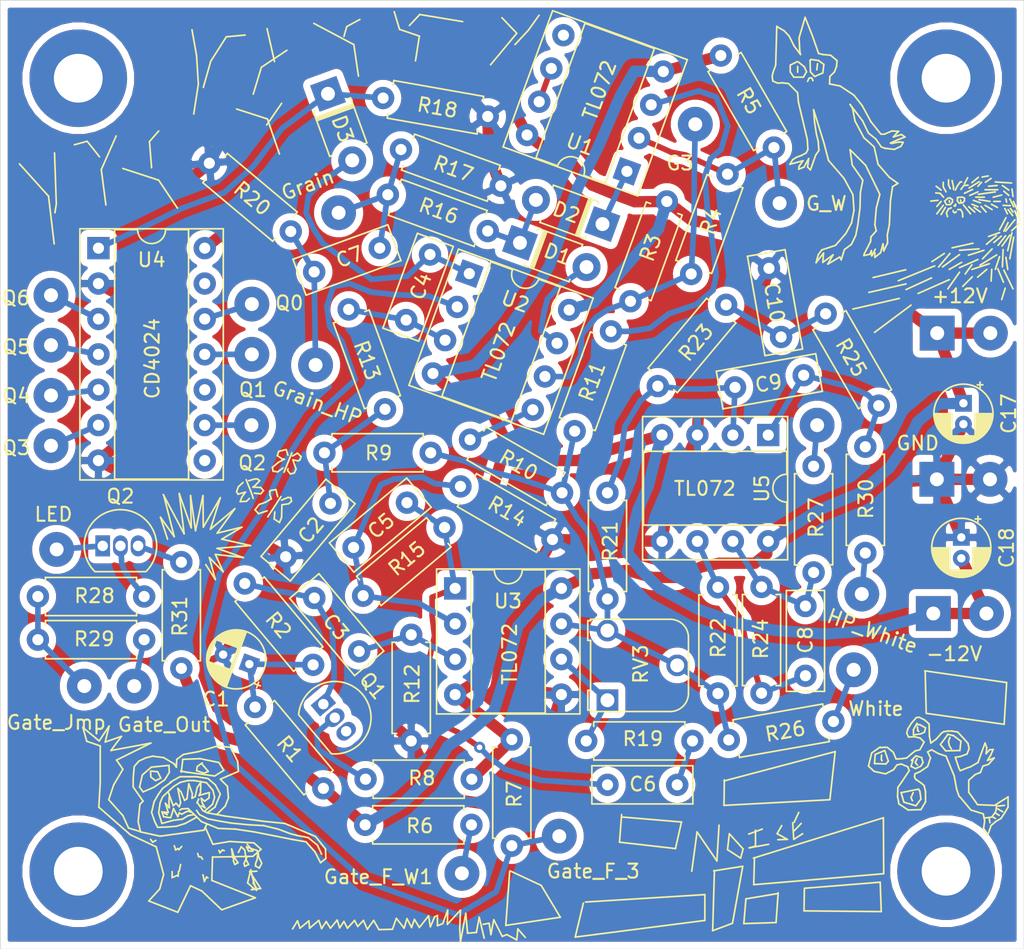
<source format=kicad_pcb>
(kicad_pcb (version 20171130) (host pcbnew "(5.1.2-1)-1")
  (layers (0 F.Cu signal) (31 B.Cu signal) (34 B.Paste user) (35 F.Paste user) (36 B.SilkS user) (37 F.SilkS user) (38 B.Mask user) (39 F.Mask user) (44 Edge.Cuts user))
  (net 0 "")
  (net 1 "Net-(C1-Pad1)")
  (net 2 Earth)
  (net 3 "Net-(C2-Pad1)")
  (net 4 "Net-(C3-Pad1)")
  (net 5 "Net-(C3-Pad2)")
  (net 6 "Net-(C4-Pad1)")
  (net 7 "Net-(C4-Pad2)")
  (net 8 "Net-(C5-Pad2)")
  (net 9 "Net-(C5-Pad1)")
  (net 10 "Net-(C6-Pad1)")
  (net 11 "Net-(C7-Pad1)")
  (net 12 "Net-(C7-Pad2)")
  (net 13 "Net-(C8-Pad2)")
  (net 14 "Net-(C8-Pad1)")
  (net 15 "Net-(C9-Pad2)")
  (net 16 "Net-(C9-Pad1)")
  (net 17 "Net-(C10-Pad2)")
  (net 18 +12V)
  (net 19 -12V)
  (net 20 "Net-(D1-Pad1)")
  (net 21 "Net-(D1-Pad2)")
  (net 22 "Net-(D2-Pad1)")
  (net 23 "Net-(D3-Pad1)")
  (net 24 "Net-(J1-Pad1)")
  (net 25 "Net-(J2-Pad1)")
  (net 26 "Net-(J3-Pad1)")
  (net 27 "Net-(J4-Pad1)")
  (net 28 "Net-(J7-Pad1)")
  (net 29 "Net-(J8-Pad1)")
  (net 30 "Net-(J9-Pad1)")
  (net 31 "Net-(J10-Pad1)")
  (net 32 "Net-(J11-Pad1)")
  (net 33 "Net-(J12-Pad1)")
  (net 34 "Net-(J13-Pad1)")
  (net 35 "Net-(J14-Pad1)")
  (net 36 "Net-(J15-Pad1)")
  (net 37 "Net-(J16-Pad1)")
  (net 38 "Net-(J17-Pad1)")
  (net 39 "Net-(J18-Pad1)")
  (net 40 "Net-(D4-Pad2)")
  (net 41 "Net-(Q1-Pad2)")
  (net 42 "Net-(Q1-Pad3)")
  (net 43 "Net-(Q2-Pad3)")
  (net 44 "Net-(Q2-Pad2)")
  (net 45 "Net-(R10-Pad2)")
  (net 46 "Net-(R10-Pad1)")
  (net 47 "Net-(R11-Pad1)")
  (net 48 "Net-(R19-Pad1)")
  (net 49 "Net-(U1-Pad6)")
  (net 50 "Net-(U1-Pad5)")
  (module MountingHole:MountingHole_3.5mm_Pad (layer F.Cu) (at 80.01 74.676)
    (fp_text reference REF** hide)
    (fp_text value MountingHole_3.5mm_Pad hide)
    (pad 1 thru_hole circle (at 0 0) (size 7 7) (drill 3.5) (layers *.Cu *.Mask))
  )
  (module MountingHole:MountingHole_3.5mm_Pad (layer F.Cu) (at 80.01 17.78)
    (fp_text reference REF** hide)
    (fp_text value MountingHole_3.5mm_Pad hide)
    (pad 1 thru_hole circle (at 0 0) (size 7 7) (drill 3.5) (layers *.Cu *.Mask))
  )
  (module MountingHole:MountingHole_3.5mm_Pad (layer F.Cu) (at 17.78 17.78)
    (fp_text reference REF** hide)
    (fp_text value MountingHole_3.5mm_Pad hide)
    (pad 1 thru_hole circle (at 0 0) (size 7 7) (drill 3.5) (layers *.Cu *.Mask))
  )
  (module MountingHole:MountingHole_3.5mm_Pad (layer F.Cu) (at 17.78 74.676)
    (fp_text reference REF** hide)
    (fp_text value MountingHole_3.5mm_Pad hide)
    (pad 1 thru_hole circle (at 0 0) (size 7 7) (drill 3.5) (layers *.Cu *.Mask))
  )
  (module Capacitor_THT:CP_Radial_D4.0mm_P2.00mm (layer F.Cu) (at 30.0482 59.817 160)
    (fp_text reference C1 (at 1.383566 -3.179558 180) (layer F.SilkS))
    (fp_text value 1u)
    (pad 1 thru_hole rect (at 0 0 160) (size 1.2 1.2) (drill 0.6) (layers *.Cu *.Mask) (net 1 "Net-(C1-Pad1)"))
    (pad 2 thru_hole circle (at 2 0 160) (size 1.2 1.2) (drill 0.6) (layers *.Cu *.Mask) (net 2 Earth))
  )
  (module Capacitor_THT:C_Rect_L7.0mm_W2.5mm_P5.00mm (layer F.Cu) (at 35.8648 48.2854 230)
    (fp_text reference C2 (at 2.376746 -0.170673 50) (layer F.SilkS))
    (fp_text value 0.0047u)
    (pad 2 thru_hole circle (at 5 0 230) (size 1.6 1.6) (drill 0.8) (layers *.Cu *.Mask) (net 2 Earth))
    (pad 1 thru_hole circle (at 0 0 230) (size 1.6 1.6) (drill 0.8) (layers *.Cu *.Mask) (net 3 "Net-(C2-Pad1)"))
  )
  (module Capacitor_THT:C_Rect_L7.0mm_W2.5mm_P5.00mm (layer F.Cu) (at 37.9222 58.9026 130)
    (fp_text reference C3 (at 2.420139 -0.157647 130) (layer F.SilkS))
    (fp_text value 0.1u)
    (pad 1 thru_hole circle (at 0 0 130) (size 1.6 1.6) (drill 0.8) (layers *.Cu *.Mask) (net 4 "Net-(C3-Pad1)"))
    (pad 2 thru_hole circle (at 5 0 130) (size 1.6 1.6) (drill 0.8) (layers *.Cu *.Mask) (net 5 "Net-(C3-Pad2)"))
  )
  (module Capacitor_THT:C_Rect_L7.0mm_W2.5mm_P5.00mm (layer F.Cu) (at 43.0022 30.4292 250)
    (fp_text reference C4 (at 2.374007 -0.161285 70) (layer F.SilkS))
    (fp_text value 10p)
    (pad 1 thru_hole circle (at 0 0 250) (size 1.6 1.6) (drill 0.8) (layers *.Cu *.Mask) (net 6 "Net-(C4-Pad1)"))
    (pad 2 thru_hole circle (at 5 0 250) (size 1.6 1.6) (drill 0.8) (layers *.Cu *.Mask) (net 7 "Net-(C4-Pad2)"))
  )
  (module Capacitor_THT:C_Rect_L7.0mm_W2.5mm_P5.00mm (layer F.Cu) (at 41.3512 48.2346 220)
    (fp_text reference C5 (at 2.497969 -0.09234 40) (layer F.SilkS))
    (fp_text value 10p)
    (pad 2 thru_hole circle (at 5 0 220) (size 1.6 1.6) (drill 0.8) (layers *.Cu *.Mask) (net 8 "Net-(C5-Pad2)"))
    (pad 1 thru_hole circle (at 0 0 220) (size 1.6 1.6) (drill 0.8) (layers *.Cu *.Mask) (net 9 "Net-(C5-Pad1)"))
  )
  (module Capacitor_THT:C_Rect_L7.0mm_W2.5mm_P5.00mm (layer F.Cu) (at 60.7314 68.4784 180)
    (fp_text reference C6 (at 2.4638 0.0508) (layer F.SilkS))
    (fp_text value 0.1u)
    (pad 1 thru_hole circle (at 0 0 180) (size 1.6 1.6) (drill 0.8) (layers *.Cu *.Mask) (net 10 "Net-(C6-Pad1)"))
    (pad 2 thru_hole circle (at 5 0 180) (size 1.6 1.6) (drill 0.8) (layers *.Cu *.Mask) (net 9 "Net-(C5-Pad1)"))
  )
  (module Capacitor_THT:C_Rect_L7.0mm_W2.5mm_P5.00mm (layer F.Cu) (at 34.6964 31.6738 20)
    (fp_text reference C7 (at 2.751686 -0.133733 20) (layer F.SilkS))
    (fp_text value 0.001u)
    (pad 1 thru_hole circle (at 0 0 20) (size 1.6 1.6) (drill 0.8) (layers *.Cu *.Mask) (net 11 "Net-(C7-Pad1)"))
    (pad 2 thru_hole circle (at 5 0 20) (size 1.6 1.6) (drill 0.8) (layers *.Cu *.Mask) (net 12 "Net-(C7-Pad2)"))
  )
  (module Capacitor_THT:C_Rect_L7.0mm_W2.5mm_P5.00mm (layer F.Cu) (at 69.9262 55.6514 270)
    (fp_text reference C8 (at 2.4384 0 90) (layer F.SilkS))
    (fp_text value 0.001u)
    (pad 2 thru_hole circle (at 5 0 270) (size 1.6 1.6) (drill 0.8) (layers *.Cu *.Mask) (net 13 "Net-(C8-Pad2)"))
    (pad 1 thru_hole circle (at 0 0 270) (size 1.6 1.6) (drill 0.8) (layers *.Cu *.Mask) (net 14 "Net-(C8-Pad1)"))
  )
  (module Capacitor_THT:C_Rect_L7.0mm_W2.5mm_P5.00mm (layer F.Cu) (at 69.7992 39.0906 190)
    (fp_text reference C9 (at 2.577843 -0.138669 10) (layer F.SilkS))
    (fp_text value 100p)
    (pad 2 thru_hole circle (at 5 0 190) (size 1.6 1.6) (drill 0.8) (layers *.Cu *.Mask) (net 15 "Net-(C9-Pad2)"))
    (pad 1 thru_hole circle (at 0 0 190) (size 1.6 1.6) (drill 0.8) (layers *.Cu *.Mask) (net 16 "Net-(C9-Pad1)"))
  )
  (module Capacitor_THT:C_Rect_L7.0mm_W2.5mm_P5.00mm (layer F.Cu) (at 67.31 31.4198 280)
    (fp_text reference C10 (at 2.492529 0.052623 100) (layer F.SilkS))
    (fp_text value 0.01u)
    (pad 1 thru_hole circle (at 0 0 280) (size 1.6 1.6) (drill 0.8) (layers *.Cu *.Mask) (net 2 Earth))
    (pad 2 thru_hole circle (at 5 0 280) (size 1.6 1.6) (drill 0.8) (layers *.Cu *.Mask) (net 17 "Net-(C10-Pad2)"))
  )
  (module Capacitor_THT:CP_Radial_D4.0mm_P1.50mm (layer F.Cu) (at 81.2546 41.0972 270)
    (fp_text reference C17 (at 0.75 -3.25 90) (layer F.SilkS))
    (fp_text value 10u)
    (pad 1 thru_hole rect (at 0 0 270) (size 1.2 1.2) (drill 0.6) (layers *.Cu *.Mask) (net 18 +12V))
    (pad 2 thru_hole circle (at 1.5 0 270) (size 1.2 1.2) (drill 0.6) (layers *.Cu *.Mask) (net 2 Earth))
  )
  (module Capacitor_THT:CP_Radial_D4.0mm_P1.50mm (layer F.Cu) (at 81.1022 50.7238 270)
    (fp_text reference C18 (at 0.75 -3.25 90) (layer F.SilkS))
    (fp_text value 10u)
    (pad 2 thru_hole circle (at 1.5 0 270) (size 1.2 1.2) (drill 0.6) (layers *.Cu *.Mask) (net 19 -12V))
    (pad 1 thru_hole rect (at 0 0 270) (size 1.2 1.2) (drill 0.6) (layers *.Cu *.Mask) (net 2 Earth))
  )
  (module Diode_THT:D_T-1_P5.08mm_Horizontal (layer F.Cu) (at 49.4538 29.591 340)
    (fp_text reference D1 (at 2.808022 -0.157073 160) (layer F.SilkS))
    (fp_text value D)
    (pad 1 thru_hole rect (at 0 0 340) (size 2 2) (drill 1) (layers *.Cu *.Mask) (net 20 "Net-(D1-Pad1)"))
    (pad 2 thru_hole oval (at 5.08 0 340) (size 2 2) (drill 1) (layers *.Cu *.Mask) (net 21 "Net-(D1-Pad2)"))
  )
  (module Diode_THT:D_T-1_P5.08mm_Horizontal (layer F.Cu) (at 55.372 28.2448 160)
    (fp_text reference D2 (at 2.721237 -0.098455 160) (layer F.SilkS))
    (fp_text value D)
    (pad 1 thru_hole rect (at 0 0 160) (size 2 2) (drill 1) (layers *.Cu *.Mask) (net 22 "Net-(D2-Pad1)"))
    (pad 2 thru_hole oval (at 5.08 0 160) (size 2 2) (drill 1) (layers *.Cu *.Mask) (net 20 "Net-(D1-Pad1)"))
  )
  (module Diode_THT:D_T-1_P5.08mm_Horizontal (layer F.Cu) (at 35.687 18.8976 290)
    (fp_text reference D3 (at 2.719131 -0.118552 110) (layer F.SilkS))
    (fp_text value D)
    (pad 2 thru_hole oval (at 5.08 0 290) (size 2 2) (drill 1) (layers *.Cu *.Mask) (net 6 "Net-(C4-Pad1)"))
    (pad 1 thru_hole rect (at 0 0 290) (size 2 2) (drill 1) (layers *.Cu *.Mask) (net 23 "Net-(D3-Pad1)"))
  )
  (module Connector_Wire:SolderWirePad_1x01_Drill1mm (layer F.Cu) (at 62.0268 21.082 340)
    (fp_text reference J1 hide)
    (fp_text value GRNS_3)
    (pad 1 thru_hole circle (at 0 0 340) (size 2.49936 2.49936) (drill 1.00076) (layers *.Cu *.Mask) (net 24 "Net-(J1-Pad1)"))
  )
  (module Connector_Wire:SolderWirePad_1x01_Drill1mm (layer F.Cu) (at 68.072 26.7462)
    (fp_text reference J2 hide)
    (fp_text value GRNS_W1)
    (pad 1 thru_hole circle (at 0 0) (size 2.49936 2.49936) (drill 1.00076) (layers *.Cu *.Mask) (net 25 "Net-(J2-Pad1)"))
  )
  (module Connector_Wire:SolderWirePad_1x01_Drill1mm (layer F.Cu) (at 45.2882 74.8284)
    (fp_text reference J3 hide)
    (fp_text value Gate_F_W1)
    (pad 1 thru_hole circle (at 0 0) (size 2.49936 2.49936) (drill 1.00076) (layers *.Cu *.Mask) (net 26 "Net-(J3-Pad1)"))
  )
  (module Connector_Wire:SolderWirePad_1x01_Drill1mm (layer F.Cu) (at 52.2732 72.1614)
    (fp_text reference J4 hide)
    (fp_text value Gate_F_3)
    (pad 1 thru_hole circle (at 0 0) (size 2.49936 2.49936) (drill 1.00076) (layers *.Cu *.Mask) (net 27 "Net-(J4-Pad1)"))
  )
  (module Connector_Wire:SolderWirePad_1x01_Drill1mm (layer F.Cu) (at 36.449 27.432 20)
    (fp_text reference J5 hide)
    (fp_text value Grain)
    (pad 1 thru_hole circle (at 0 0 20) (size 2.49936 2.49936) (drill 1.00076) (layers *.Cu *.Mask) (net 12 "Net-(C7-Pad2)"))
  )
  (module Connector_Wire:SolderWirePad_1x01_Drill1mm (layer F.Cu) (at 34.798 38.354 20)
    (fp_text reference J6 hide)
    (fp_text value Grain_HP)
    (pad 1 thru_hole circle (at 0 0 20) (size 2.49936 2.49936) (drill 1.00076) (layers *.Cu *.Mask) (net 11 "Net-(C7-Pad1)"))
  )
  (module Connector_Wire:SolderWirePad_1x01_Drill1mm (layer F.Cu) (at 30.226 33.9852)
    (fp_text reference J7 hide)
    (fp_text value Q0)
    (pad 1 thru_hole circle (at 0 0) (size 2.49936 2.49936) (drill 1.00076) (layers *.Cu *.Mask) (net 28 "Net-(J7-Pad1)"))
  )
  (module Connector_Wire:SolderWirePad_1x01_Drill1mm (layer F.Cu) (at 30.226 37.592)
    (fp_text reference J8 hide)
    (fp_text value Q1)
    (pad 1 thru_hole circle (at 0 0) (size 2.49936 2.49936) (drill 1.00076) (layers *.Cu *.Mask) (net 29 "Net-(J8-Pad1)"))
  )
  (module Connector_Wire:SolderWirePad_1x01_Drill1mm (layer F.Cu) (at 30.2006 42.672)
    (fp_text reference J9 hide)
    (fp_text value Q2)
    (pad 1 thru_hole circle (at 0 0) (size 2.49936 2.49936) (drill 1.00076) (layers *.Cu *.Mask) (net 30 "Net-(J9-Pad1)"))
  )
  (module Connector_Wire:SolderWirePad_1x01_Drill1mm (layer F.Cu) (at 15.8242 44.1452)
    (fp_text reference J10 hide)
    (fp_text value Q3)
    (pad 1 thru_hole circle (at 0 0) (size 2.49936 2.49936) (drill 1.00076) (layers *.Cu *.Mask) (net 31 "Net-(J10-Pad1)"))
  )
  (module Connector_Wire:SolderWirePad_1x01_Drill1mm (layer F.Cu) (at 15.8242 40.5384)
    (fp_text reference J11 hide)
    (fp_text value Q4)
    (pad 1 thru_hole circle (at 0 0) (size 2.49936 2.49936) (drill 1.00076) (layers *.Cu *.Mask) (net 32 "Net-(J11-Pad1)"))
  )
  (module Connector_Wire:SolderWirePad_1x01_Drill1mm (layer F.Cu) (at 15.8242 36.9316)
    (fp_text reference J12 hide)
    (fp_text value Q5)
    (pad 1 thru_hole circle (at 0 0) (size 2.49936 2.49936) (drill 1.00076) (layers *.Cu *.Mask) (net 33 "Net-(J12-Pad1)"))
  )
  (module Connector_Wire:SolderWirePad_1x01_Drill1mm (layer F.Cu) (at 15.8242 33.3502)
    (fp_text reference J13 hide)
    (fp_text value Q6)
    (pad 1 thru_hole circle (at 0 0) (size 2.49936 2.49936) (drill 1.00076) (layers *.Cu *.Mask) (net 34 "Net-(J13-Pad1)"))
  )
  (module Connector_Wire:SolderWirePad_1x01_Drill1mm (layer F.Cu) (at 18.2118 61.3918)
    (fp_text reference J14 hide)
    (fp_text value GATE_JMP)
    (pad 1 thru_hole circle (at 0 0) (size 2.49936 2.49936) (drill 1.00076) (layers *.Cu *.Mask) (net 35 "Net-(J14-Pad1)"))
  )
  (module Connector_Wire:SolderWirePad_1x01_Drill1mm (layer F.Cu) (at 73.3806 60.2234)
    (fp_text reference J15 hide)
    (fp_text value White)
    (pad 1 thru_hole circle (at 0 0) (size 2.49936 2.49936) (drill 1.00076) (layers *.Cu *.Mask) (net 36 "Net-(J15-Pad1)"))
  )
  (module Connector_Wire:SolderWirePad_1x01_Drill1mm (layer F.Cu) (at 70.7644 42.672)
    (fp_text reference J16 hide)
    (fp_text value LP_White)
    (pad 1 thru_hole circle (at 0 0) (size 2.49936 2.49936) (drill 1.00076) (layers *.Cu *.Mask) (net 37 "Net-(J16-Pad1)"))
  )
  (module Connector_Wire:SolderWirePad_1x01_Drill1mm (layer F.Cu) (at 21.7932 61.3918)
    (fp_text reference J17 hide)
    (fp_text value GATE_OUT)
    (pad 1 thru_hole circle (at 0 0) (size 2.49936 2.49936) (drill 1.00076) (layers *.Cu *.Mask) (net 38 "Net-(J17-Pad1)"))
  )
  (module Connector_Wire:SolderWirePad_1x01_Drill1mm (layer F.Cu) (at 73.9648 54.7878)
    (fp_text reference J18 hide)
    (fp_text value HP_White)
    (pad 1 thru_hole circle (at 0 0) (size 2.49936 2.49936) (drill 1.00076) (layers *.Cu *.Mask) (net 39 "Net-(J18-Pad1)"))
  )
  (module Connector_Wire:SolderWirePad_1x01_Drill1mm (layer F.Cu) (at 16.2306 51.5874)
    (fp_text reference J19 hide)
    (fp_text value LED)
    (pad 1 thru_hole circle (at 0 0) (size 2.49936 2.49936) (drill 1.00076) (layers *.Cu *.Mask) (net 40 "Net-(D4-Pad2)"))
  )
  (module Connector_Wire:SolderWirePad_1x02_P3.81mm_Drill1mm (layer F.Cu) (at 79.375 36.068)
    (fp_text reference J20 hide)
    (fp_text value +12V_Conn)
    (pad 2 thru_hole circle (at 3.81 0) (size 2.49936 2.49936) (drill 1.00076) (layers *.Cu *.Mask) (net 18 +12V))
    (pad 1 thru_hole rect (at 0 0) (size 2.49936 2.49936) (drill 1.00076) (layers *.Cu *.Mask) (net 18 +12V))
  )
  (module Connector_Wire:SolderWirePad_1x02_P3.81mm_Drill1mm (layer F.Cu) (at 79.3496 46.5582)
    (fp_text reference J21 hide)
    (fp_text value GND_Conn?)
    (pad 1 thru_hole rect (at 0 0) (size 2.49936 2.49936) (drill 1.00076) (layers *.Cu *.Mask) (net 2 Earth))
    (pad 2 thru_hole circle (at 3.81 0) (size 2.49936 2.49936) (drill 1.00076) (layers *.Cu *.Mask) (net 2 Earth))
  )
  (module Connector_Wire:SolderWirePad_1x02_P3.81mm_Drill1mm (layer F.Cu) (at 79.0956 56.1848)
    (fp_text reference J22 hide)
    (fp_text value -12V_Conn)
    (pad 1 thru_hole rect (at 0 0) (size 2.49936 2.49936) (drill 1.00076) (layers *.Cu *.Mask) (net 19 -12V))
    (pad 2 thru_hole circle (at 3.81 0) (size 2.49936 2.49936) (drill 1.00076) (layers *.Cu *.Mask) (net 19 -12V))
  )
  (module Package_TO_SOT_THT:TO-92_Inline (layer F.Cu) (at 35.3568 62.6872 310)
    (fp_text reference Q1 (at 1.27 -3.56 130) (layer F.SilkS))
    (fp_text value 2N3904)
    (pad 2 thru_hole oval (at 1.27 0 310) (size 1.05 1.5) (drill 0.75) (layers *.Cu *.Mask) (net 41 "Net-(Q1-Pad2)"))
    (pad 3 thru_hole oval (at 2.54 0 310) (size 1.05 1.5) (drill 0.75) (layers *.Cu *.Mask) (net 42 "Net-(Q1-Pad3)"))
    (pad 1 thru_hole rect (at 0 0 310) (size 1.05 1.5) (drill 0.75) (layers *.Cu *.Mask) (net 5 "Net-(C3-Pad2)"))
  )
  (module Package_TO_SOT_THT:TO-92_Inline (layer F.Cu) (at 19.5326 51.3334)
    (fp_text reference Q2 (at 1.27 -3.56) (layer F.SilkS))
    (fp_text value 2N3904)
    (pad 1 thru_hole rect (at 0 0) (size 1.05 1.5) (drill 0.75) (layers *.Cu *.Mask) (net 40 "Net-(D4-Pad2)"))
    (pad 3 thru_hole oval (at 2.54 0) (size 1.05 1.5) (drill 0.75) (layers *.Cu *.Mask) (net 43 "Net-(Q2-Pad3)"))
    (pad 2 thru_hole oval (at 1.27 0) (size 1.05 1.5) (drill 0.75) (layers *.Cu *.Mask) (net 44 "Net-(Q2-Pad2)"))
  )
  (module Resistor_THT:R_Axial_DIN0207_L6.3mm_D2.5mm_P7.62mm_Horizontal (layer F.Cu) (at 35.3568 68.7324 130)
    (fp_text reference R1 (at 3.710832 -0.03619 130) (layer F.SilkS))
    (fp_text value 470k)
    (pad 2 thru_hole oval (at 7.62 0 130) (size 1.6 1.6) (drill 0.8) (layers *.Cu *.Mask) (net 1 "Net-(C1-Pad1)"))
    (pad 1 thru_hole circle (at 0 0 130) (size 1.6 1.6) (drill 0.8) (layers *.Cu *.Mask) (net 18 +12V))
  )
  (module Resistor_THT:R_Axial_DIN0207_L6.3mm_D2.5mm_P7.62mm_Horizontal (layer F.Cu) (at 34.6202 59.8678 130)
    (fp_text reference R2 (at 3.77927 -0.078236 130) (layer F.SilkS))
    (fp_text value 470k)
    (pad 2 thru_hole oval (at 7.62 0 130) (size 1.6 1.6) (drill 0.8) (layers *.Cu *.Mask) (net 5 "Net-(C3-Pad2)"))
    (pad 1 thru_hole circle (at 0 0 130) (size 1.6 1.6) (drill 0.8) (layers *.Cu *.Mask) (net 1 "Net-(C1-Pad1)"))
  )
  (module Resistor_THT:R_Axial_DIN0207_L6.3mm_D2.5mm_P7.62mm_Horizontal (layer F.Cu) (at 57.3786 33.782 70)
    (fp_text reference R3 (at 4.099274 0.048703 70) (layer F.SilkS))
    (fp_text value 47k)
    (pad 2 thru_hole oval (at 7.62 0 70) (size 1.6 1.6) (drill 0.8) (layers *.Cu *.Mask) (net 18 +12V))
    (pad 1 thru_hole circle (at 0 0 70) (size 1.6 1.6) (drill 0.8) (layers *.Cu *.Mask) (net 24 "Net-(J1-Pad1)"))
  )
  (module Resistor_THT:R_Axial_DIN0207_L6.3mm_D2.5mm_P7.62mm_Horizontal (layer F.Cu) (at 64.3382 24.6634 250)
    (fp_text reference R4 (at 3.558905 -0.02492 70) (layer F.SilkS))
    (fp_text value 200k)
    (pad 1 thru_hole circle (at 0 0 250) (size 1.6 1.6) (drill 0.8) (layers *.Cu *.Mask) (net 25 "Net-(J2-Pad1)"))
    (pad 2 thru_hole oval (at 7.62 0 250) (size 1.6 1.6) (drill 0.8) (layers *.Cu *.Mask) (net 24 "Net-(J1-Pad1)"))
  )
  (module Resistor_THT:R_Axial_DIN0207_L6.3mm_D2.5mm_P7.62mm_Horizontal (layer F.Cu) (at 63.8556 16.1544 300)
    (fp_text reference R5 (at 3.818922 -0.112167 120) (layer F.SilkS))
    (fp_text value 47k)
    (pad 2 thru_hole oval (at 7.62 0 300) (size 1.6 1.6) (drill 0.8) (layers *.Cu *.Mask) (net 25 "Net-(J2-Pad1)"))
    (pad 1 thru_hole circle (at 0 0 300) (size 1.6 1.6) (drill 0.8) (layers *.Cu *.Mask) (net 19 -12V))
  )
  (module Resistor_THT:R_Axial_DIN0207_L6.3mm_D2.5mm_P7.62mm_Horizontal (layer F.Cu) (at 45.974 71.3486 180)
    (fp_text reference R6 (at 3.7084 -0.0762) (layer F.SilkS))
    (fp_text value 47k)
    (pad 2 thru_hole oval (at 7.62 0 180) (size 1.6 1.6) (drill 0.8) (layers *.Cu *.Mask) (net 18 +12V))
    (pad 1 thru_hole circle (at 0 0 180) (size 1.6 1.6) (drill 0.8) (layers *.Cu *.Mask) (net 26 "Net-(J3-Pad1)"))
  )
  (module Resistor_THT:R_Axial_DIN0207_L6.3mm_D2.5mm_P7.62mm_Horizontal (layer F.Cu) (at 48.8696 65.2272 270)
    (fp_text reference R7 (at 3.9116 -0.1778 90) (layer F.SilkS))
    (fp_text value 20k)
    (pad 1 thru_hole circle (at 0 0 270) (size 1.6 1.6) (drill 0.8) (layers *.Cu *.Mask) (net 19 -12V))
    (pad 2 thru_hole oval (at 7.62 0 270) (size 1.6 1.6) (drill 0.8) (layers *.Cu *.Mask) (net 27 "Net-(J4-Pad1)"))
  )
  (module Resistor_THT:R_Axial_DIN0207_L6.3mm_D2.5mm_P7.62mm_Horizontal (layer F.Cu) (at 38.3794 68.072)
    (fp_text reference R8 (at 4.0386 -0.0762) (layer F.SilkS))
    (fp_text value 10k)
    (pad 2 thru_hole oval (at 7.62 0) (size 1.6 1.6) (drill 0.8) (layers *.Cu *.Mask) (net 19 -12V))
    (pad 1 thru_hole circle (at 0 0) (size 1.6 1.6) (drill 0.8) (layers *.Cu *.Mask) (net 41 "Net-(Q1-Pad2)"))
  )
  (module Resistor_THT:R_Axial_DIN0207_L6.3mm_D2.5mm_P7.62mm_Horizontal (layer F.Cu) (at 35.433 44.6532)
    (fp_text reference R9 (at 3.8862 0.0254) (layer F.SilkS))
    (fp_text value 20k)
    (pad 2 thru_hole oval (at 7.62 0) (size 1.6 1.6) (drill 0.8) (layers *.Cu *.Mask) (net 45 "Net-(R10-Pad2)"))
    (pad 1 thru_hole circle (at 0 0) (size 1.6 1.6) (drill 0.8) (layers *.Cu *.Mask) (net 3 "Net-(C2-Pad1)"))
  )
  (module Resistor_THT:R_Axial_DIN0207_L6.3mm_D2.5mm_P7.62mm_Horizontal (layer F.Cu) (at 45.8724 43.7134 330)
    (fp_text reference R10 (at 3.927995 -0.156113 150) (layer F.SilkS))
    (fp_text value 10k)
    (pad 1 thru_hole circle (at 0 0 330) (size 1.6 1.6) (drill 0.8) (layers *.Cu *.Mask) (net 46 "Net-(R10-Pad1)"))
    (pad 2 thru_hole oval (at 7.62 0 330) (size 1.6 1.6) (drill 0.8) (layers *.Cu *.Mask) (net 45 "Net-(R10-Pad2)"))
  )
  (module Resistor_THT:R_Axial_DIN0207_L6.3mm_D2.5mm_P7.62mm_Horizontal (layer F.Cu) (at 55.9816 35.941 250)
    (fp_text reference R11 (at 3.849711 0.031416 70) (layer F.SilkS))
    (fp_text value 10k)
    (pad 2 thru_hole oval (at 7.62 0 250) (size 1.6 1.6) (drill 0.8) (layers *.Cu *.Mask) (net 45 "Net-(R10-Pad2)"))
    (pad 1 thru_hole circle (at 0 0 250) (size 1.6 1.6) (drill 0.8) (layers *.Cu *.Mask) (net 47 "Net-(R11-Pad1)"))
  )
  (module Resistor_THT:R_Axial_DIN0207_L6.3mm_D2.5mm_P7.62mm_Horizontal (layer F.Cu) (at 41.656 57.7088 270)
    (fp_text reference R12 (at 3.5306 -0.0762 90) (layer F.SilkS))
    (fp_text value 2M)
    (pad 1 thru_hole circle (at 0 0 270) (size 1.6 1.6) (drill 0.8) (layers *.Cu *.Mask) (net 4 "Net-(C3-Pad1)"))
    (pad 2 thru_hole oval (at 7.62 0 270) (size 1.6 1.6) (drill 0.8) (layers *.Cu *.Mask) (net 2 Earth))
  )
  (module Resistor_THT:R_Axial_DIN0207_L6.3mm_D2.5mm_P7.62mm_Horizontal (layer F.Cu) (at 39.7764 41.529 110)
    (fp_text reference R13 (at 3.736863 -0.018429 110) (layer F.SilkS))
    (fp_text value 20k)
    (pad 2 thru_hole oval (at 7.62 0 110) (size 1.6 1.6) (drill 0.8) (layers *.Cu *.Mask) (net 7 "Net-(C4-Pad2)"))
    (pad 1 thru_hole circle (at 0 0 110) (size 1.6 1.6) (drill 0.8) (layers *.Cu *.Mask) (net 3 "Net-(C2-Pad1)"))
  )
  (module Resistor_THT:R_Axial_DIN0207_L6.3mm_D2.5mm_P7.62mm_Horizontal (layer F.Cu) (at 45.1866 47.0662 330)
    (fp_text reference R14 (at 3.80531 -0.11461 150) (layer F.SilkS))
    (fp_text value 10k)
    (pad 1 thru_hole circle (at 0 0 330) (size 1.6 1.6) (drill 0.8) (layers *.Cu *.Mask) (net 8 "Net-(C5-Pad2)"))
    (pad 2 thru_hole oval (at 7.62 0 330) (size 1.6 1.6) (drill 0.8) (layers *.Cu *.Mask) (net 2 Earth))
  )
  (module Resistor_THT:R_Axial_DIN0207_L6.3mm_D2.5mm_P7.62mm_Horizontal (layer F.Cu) (at 44.0436 50.0126 220)
    (fp_text reference R15 (at 3.499257 0.018379 40) (layer F.SilkS))
    (fp_text value 470k)
    (pad 1 thru_hole circle (at 0 0 220) (size 1.6 1.6) (drill 0.8) (layers *.Cu *.Mask) (net 9 "Net-(C5-Pad1)"))
    (pad 2 thru_hole oval (at 7.62 0 220) (size 1.6 1.6) (drill 0.8) (layers *.Cu *.Mask) (net 8 "Net-(C5-Pad2)"))
  )
  (module Resistor_THT:R_Axial_DIN0207_L6.3mm_D2.5mm_P7.62mm_Horizontal (layer F.Cu) (at 39.9796 26.1366 340)
    (fp_text reference R16 (at 3.836636 -0.153036 160) (layer F.SilkS))
    (fp_text value 4k7)
    (pad 2 thru_hole oval (at 7.62 0 340) (size 1.6 1.6) (drill 0.8) (layers *.Cu *.Mask) (net 20 "Net-(D1-Pad1)"))
    (pad 1 thru_hole circle (at 0 0 340) (size 1.6 1.6) (drill 0.8) (layers *.Cu *.Mask) (net 12 "Net-(C7-Pad2)"))
  )
  (module Resistor_THT:R_Axial_DIN0207_L6.3mm_D2.5mm_P7.62mm_Horizontal (layer F.Cu) (at 48.0822 25.5016 160)
    (fp_text reference R17 (at 3.615329 -0.018427 160) (layer F.SilkS))
    (fp_text value 4k7)
    (pad 1 thru_hole circle (at 0 0 160) (size 1.6 1.6) (drill 0.8) (layers *.Cu *.Mask) (net 2 Earth))
    (pad 2 thru_hole oval (at 7.62 0 160) (size 1.6 1.6) (drill 0.8) (layers *.Cu *.Mask) (net 12 "Net-(C7-Pad2)"))
  )
  (module Resistor_THT:R_Axial_DIN0207_L6.3mm_D2.5mm_P7.62mm_Horizontal (layer F.Cu) (at 47.1424 20.5232 170)
    (fp_text reference R18 (at 3.662271 -0.000961 170) (layer F.SilkS))
    (fp_text value 20k)
    (pad 2 thru_hole oval (at 7.62 0 170) (size 1.6 1.6) (drill 0.8) (layers *.Cu *.Mask) (net 23 "Net-(D3-Pad1)"))
    (pad 1 thru_hole circle (at 0 0 170) (size 1.6 1.6) (drill 0.8) (layers *.Cu *.Mask) (net 2 Earth))
  )
  (module Resistor_THT:R_Axial_DIN0207_L6.3mm_D2.5mm_P7.62mm_Horizontal (layer F.Cu) (at 54.2036 65.3288)
    (fp_text reference R19 (at 4.064 -0.1524) (layer F.SilkS))
    (fp_text value 10k)
    (pad 1 thru_hole circle (at 0 0) (size 1.6 1.6) (drill 0.8) (layers *.Cu *.Mask) (net 48 "Net-(R19-Pad1)"))
    (pad 2 thru_hole oval (at 7.62 0) (size 1.6 1.6) (drill 0.8) (layers *.Cu *.Mask) (net 10 "Net-(C6-Pad1)"))
  )
  (module Resistor_THT:R_Axial_DIN0207_L6.3mm_D2.5mm_P7.62mm_Horizontal (layer F.Cu) (at 27.178 23.876 320)
    (fp_text reference R20 (at 3.987042 -0.029791 140) (layer F.SilkS))
    (fp_text value 4k7)
    (pad 2 thru_hole oval (at 7.62 0 320) (size 1.6 1.6) (drill 0.8) (layers *.Cu *.Mask) (net 11 "Net-(C7-Pad1)"))
    (pad 1 thru_hole circle (at 0 0 320) (size 1.6 1.6) (drill 0.8) (layers *.Cu *.Mask) (net 2 Earth))
  )
  (module Resistor_THT:R_Axial_DIN0207_L6.3mm_D2.5mm_P7.62mm_Horizontal (layer F.Cu) (at 55.7276 47.5234 270)
    (fp_text reference R21 (at 3.4798 -0.2032 90) (layer F.SilkS))
    (fp_text value 470k)
    (pad 1 thru_hole circle (at 0 0 270) (size 1.6 1.6) (drill 0.8) (layers *.Cu *.Mask) (net 15 "Net-(C9-Pad2)"))
    (pad 2 thru_hole oval (at 7.62 0 270) (size 1.6 1.6) (drill 0.8) (layers *.Cu *.Mask) (net 45 "Net-(R10-Pad2)"))
  )
  (module Resistor_THT:R_Axial_DIN0207_L6.3mm_D2.5mm_P7.62mm_Horizontal (layer F.Cu) (at 63.6524 54.3052 270)
    (fp_text reference R22 (at 3.6322 -0.0254 90) (layer F.SilkS))
    (fp_text value 100k)
    (pad 1 thru_hole circle (at 0 0 270) (size 1.6 1.6) (drill 0.8) (layers *.Cu *.Mask) (net 13 "Net-(C8-Pad2)"))
    (pad 2 thru_hole oval (at 7.62 0 270) (size 1.6 1.6) (drill 0.8) (layers *.Cu *.Mask) (net 45 "Net-(R10-Pad2)"))
  )
  (module Resistor_THT:R_Axial_DIN0207_L6.3mm_D2.5mm_P7.62mm_Horizontal (layer F.Cu) (at 64.2366 34.036 230)
    (fp_text reference R23 (at 3.469734 -0.093078 50) (layer F.SilkS))
    (fp_text value 43k)
    (pad 1 thru_hole circle (at 0 0 230) (size 1.6 1.6) (drill 0.8) (layers *.Cu *.Mask) (net 17 "Net-(C10-Pad2)"))
    (pad 2 thru_hole oval (at 7.62 0 230) (size 1.6 1.6) (drill 0.8) (layers *.Cu *.Mask) (net 15 "Net-(C9-Pad2)"))
  )
  (module Resistor_THT:R_Axial_DIN0207_L6.3mm_D2.5mm_P7.62mm_Horizontal (layer F.Cu) (at 66.7766 54.2798 270)
    (fp_text reference R24 (at 3.7338 0.0508 90) (layer F.SilkS))
    (fp_text value 1M)
    (pad 1 thru_hole circle (at 0 0 270) (size 1.6 1.6) (drill 0.8) (layers *.Cu *.Mask) (net 14 "Net-(C8-Pad1)"))
    (pad 2 thru_hole oval (at 7.62 0 270) (size 1.6 1.6) (drill 0.8) (layers *.Cu *.Mask) (net 13 "Net-(C8-Pad2)"))
  )
  (module Resistor_THT:R_Axial_DIN0207_L6.3mm_D2.5mm_P7.62mm_Horizontal (layer F.Cu) (at 75.184 41.275 120)
    (fp_text reference R25 (at 3.982198 0.01143 120) (layer F.SilkS))
    (fp_text value 43k)
    (pad 1 thru_hole circle (at 0 0 120) (size 1.6 1.6) (drill 0.8) (layers *.Cu *.Mask) (net 16 "Net-(C9-Pad1)"))
    (pad 2 thru_hole oval (at 7.62 0 120) (size 1.6 1.6) (drill 0.8) (layers *.Cu *.Mask) (net 17 "Net-(C10-Pad2)"))
  )
  (module Resistor_THT:R_Axial_DIN0207_L6.3mm_D2.5mm_P7.62mm_Horizontal (layer F.Cu) (at 71.9328 63.9318 190)
    (fp_text reference R26 (at 3.525418 -0.100545 10) (layer F.SilkS))
    (fp_text value 1k)
    (pad 2 thru_hole oval (at 7.62 0 190) (size 1.6 1.6) (drill 0.8) (layers *.Cu *.Mask) (net 45 "Net-(R10-Pad2)"))
    (pad 1 thru_hole circle (at 0 0 190) (size 1.6 1.6) (drill 0.8) (layers *.Cu *.Mask) (net 36 "Net-(J15-Pad1)"))
  )
  (module Resistor_THT:R_Axial_DIN0207_L6.3mm_D2.5mm_P7.62mm_Horizontal (layer F.Cu) (at 70.5104 45.6184 270)
    (fp_text reference R27 (at 3.683 -0.1778 90) (layer F.SilkS))
    (fp_text value 1k)
    (pad 1 thru_hole circle (at 0 0 270) (size 1.6 1.6) (drill 0.8) (layers *.Cu *.Mask) (net 37 "Net-(J16-Pad1)"))
    (pad 2 thru_hole oval (at 7.62 0 270) (size 1.6 1.6) (drill 0.8) (layers *.Cu *.Mask) (net 14 "Net-(C8-Pad1)"))
  )
  (module Resistor_THT:R_Axial_DIN0207_L6.3mm_D2.5mm_P7.62mm_Horizontal (layer F.Cu) (at 14.8844 54.9656)
    (fp_text reference R28 (at 4.064 -0.0508) (layer F.SilkS))
    (fp_text value 47k)
    (pad 2 thru_hole oval (at 7.62 0) (size 1.6 1.6) (drill 0.8) (layers *.Cu *.Mask) (net 44 "Net-(Q2-Pad2)"))
    (pad 1 thru_hole circle (at 0 0) (size 1.6 1.6) (drill 0.8) (layers *.Cu *.Mask) (net 35 "Net-(J14-Pad1)"))
  )
  (module Resistor_THT:R_Axial_DIN0207_L6.3mm_D2.5mm_P7.62mm_Horizontal (layer F.Cu) (at 14.8844 58.0644)
    (fp_text reference R29 (at 4.0386 -0.0508) (layer F.SilkS))
    (fp_text value 1k)
    (pad 2 thru_hole oval (at 7.62 0) (size 1.6 1.6) (drill 0.8) (layers *.Cu *.Mask) (net 38 "Net-(J17-Pad1)"))
    (pad 1 thru_hole circle (at 0 0) (size 1.6 1.6) (drill 0.8) (layers *.Cu *.Mask) (net 35 "Net-(J14-Pad1)"))
  )
  (module Resistor_THT:R_Axial_DIN0207_L6.3mm_D2.5mm_P7.62mm_Horizontal (layer F.Cu) (at 74.2188 51.8414 90)
    (fp_text reference R30 (at 3.8862 0.0508 90) (layer F.SilkS))
    (fp_text value 1k)
    (pad 1 thru_hole circle (at 0 0 90) (size 1.6 1.6) (drill 0.8) (layers *.Cu *.Mask) (net 39 "Net-(J18-Pad1)"))
    (pad 2 thru_hole oval (at 7.62 0 90) (size 1.6 1.6) (drill 0.8) (layers *.Cu *.Mask) (net 16 "Net-(C9-Pad1)"))
  )
  (module Resistor_THT:R_Axial_DIN0207_L6.3mm_D2.5mm_P7.62mm_Horizontal (layer F.Cu) (at 25.1714 52.5018 270)
    (fp_text reference R31 (at 3.8862 0.1016 90) (layer F.SilkS))
    (fp_text value 4k7)
    (pad 1 thru_hole circle (at 0 0 270) (size 1.6 1.6) (drill 0.8) (layers *.Cu *.Mask) (net 43 "Net-(Q2-Pad3)"))
    (pad 2 thru_hole oval (at 7.62 0 270) (size 1.6 1.6) (drill 0.8) (layers *.Cu *.Mask) (net 18 +12V))
  )
  (module Potentiometer_THT:Potentiometer_Runtron_RM-065_Vertical (layer F.Cu) (at 55.7276 62.4078 90)
    (fp_text reference RV3 (at 2.5908 2.3876 90) (layer F.SilkS))
    (fp_text value 500k)
    (pad 3 thru_hole circle (at 5 0 90) (size 1.55 1.55) (drill 1) (layers *.Cu *.Mask) (net 45 "Net-(R10-Pad2)"))
    (pad 1 thru_hole rect (at 0 0 90) (size 1.55 1.55) (drill 1) (layers *.Cu *.Mask) (net 48 "Net-(R19-Pad1)"))
    (pad 2 thru_hole circle (at 2.5 5 90) (size 1.55 1.55) (drill 1) (layers *.Cu *.Mask) (net 45 "Net-(R10-Pad2)"))
  )
  (module Package_DIP:DIP-8_W7.62mm_Socket (layer F.Cu) (at 57.1246 24.4602 160)
    (fp_text reference U1 (at 3.810837 0.667257 160) (layer F.SilkS))
    (fp_text value TL072)
    (pad 8 thru_hole oval (at 7.62 0 160) (size 1.6 1.6) (drill 0.8) (layers *.Cu *.Mask) (net 18 +12V))
    (pad 4 thru_hole oval (at 0 7.62 160) (size 1.6 1.6) (drill 0.8) (layers *.Cu *.Mask) (net 19 -12V))
    (pad 7 thru_hole oval (at 7.62 2.54 160) (size 1.6 1.6) (drill 0.8) (layers *.Cu *.Mask) (net 49 "Net-(U1-Pad6)"))
    (pad 3 thru_hole oval (at 0 5.08 160) (size 1.6 1.6) (drill 0.8) (layers *.Cu *.Mask) (net 47 "Net-(R11-Pad1)"))
    (pad 6 thru_hole oval (at 7.62 5.08 160) (size 1.6 1.6) (drill 0.8) (layers *.Cu *.Mask) (net 49 "Net-(U1-Pad6)"))
    (pad 2 thru_hole oval (at 0 2.54 160) (size 1.6 1.6) (drill 0.8) (layers *.Cu *.Mask) (net 25 "Net-(J2-Pad1)"))
    (pad 5 thru_hole oval (at 7.62 7.62 160) (size 1.6 1.6) (drill 0.8) (layers *.Cu *.Mask) (net 50 "Net-(U1-Pad5)"))
    (pad 1 thru_hole rect (at 0 0 160) (size 1.6 1.6) (drill 0.8) (layers *.Cu *.Mask) (net 22 "Net-(D2-Pad1)"))
  )
  (module Package_DIP:DIP-8_W7.62mm_Socket (layer F.Cu) (at 45.8216 31.8008 340)
    (fp_text reference U2 (at 3.789163 0.756237 160) (layer F.SilkS))
    (fp_text value TL072)
    (pad 1 thru_hole rect (at 0 0 340) (size 1.6 1.6) (drill 0.8) (layers *.Cu *.Mask) (net 6 "Net-(C4-Pad1)"))
    (pad 5 thru_hole oval (at 7.62 7.62 340) (size 1.6 1.6) (drill 0.8) (layers *.Cu *.Mask) (net 46 "Net-(R10-Pad1)"))
    (pad 2 thru_hole oval (at 0 2.54 340) (size 1.6 1.6) (drill 0.8) (layers *.Cu *.Mask) (net 27 "Net-(J4-Pad1)"))
    (pad 6 thru_hole oval (at 7.62 5.08 340) (size 1.6 1.6) (drill 0.8) (layers *.Cu *.Mask) (net 24 "Net-(J1-Pad1)"))
    (pad 3 thru_hole oval (at 0 5.08 340) (size 1.6 1.6) (drill 0.8) (layers *.Cu *.Mask) (net 7 "Net-(C4-Pad2)"))
    (pad 7 thru_hole oval (at 7.62 2.54 340) (size 1.6 1.6) (drill 0.8) (layers *.Cu *.Mask) (net 21 "Net-(D1-Pad2)"))
    (pad 4 thru_hole oval (at 0 7.62 340) (size 1.6 1.6) (drill 0.8) (layers *.Cu *.Mask) (net 19 -12V))
    (pad 8 thru_hole oval (at 7.62 0 340) (size 1.6 1.6) (drill 0.8) (layers *.Cu *.Mask) (net 18 +12V))
  )
  (module Package_DIP:DIP-8_W7.62mm_Socket (layer F.Cu) (at 44.8056 54.3814)
    (fp_text reference U3 (at 3.7846 0.9144) (layer F.SilkS))
    (fp_text value TL072)
    (pad 8 thru_hole oval (at 7.62 0) (size 1.6 1.6) (drill 0.8) (layers *.Cu *.Mask) (net 18 +12V))
    (pad 4 thru_hole oval (at 0 7.62) (size 1.6 1.6) (drill 0.8) (layers *.Cu *.Mask) (net 19 -12V))
    (pad 7 thru_hole oval (at 7.62 2.54) (size 1.6 1.6) (drill 0.8) (layers *.Cu *.Mask) (net 45 "Net-(R10-Pad2)"))
    (pad 3 thru_hole oval (at 0 5.08) (size 1.6 1.6) (drill 0.8) (layers *.Cu *.Mask) (net 4 "Net-(C3-Pad1)"))
    (pad 6 thru_hole oval (at 7.62 5.08) (size 1.6 1.6) (drill 0.8) (layers *.Cu *.Mask) (net 48 "Net-(R19-Pad1)"))
    (pad 2 thru_hole oval (at 0 2.54) (size 1.6 1.6) (drill 0.8) (layers *.Cu *.Mask) (net 8 "Net-(C5-Pad2)"))
    (pad 5 thru_hole oval (at 7.62 7.62) (size 1.6 1.6) (drill 0.8) (layers *.Cu *.Mask) (net 2 Earth))
    (pad 1 thru_hole rect (at 0 0) (size 1.6 1.6) (drill 0.8) (layers *.Cu *.Mask) (net 9 "Net-(C5-Pad1)"))
  )
  (module Package_DIP:DIP-14_W7.62mm_Socket (layer F.Cu) (at 19.2278 29.972)
    (fp_text reference U4 (at 3.81 0.8382) (layer F.SilkS))
    (fp_text value 4024)
    (pad 1 thru_hole rect (at 0 0) (size 1.6 1.6) (drill 0.8) (layers *.Cu *.Mask) (net 23 "Net-(D3-Pad1)"))
    (pad 8 thru_hole oval (at 7.62 15.24) (size 1.6 1.6) (drill 0.8) (layers *.Cu *.Mask))
    (pad 2 thru_hole oval (at 0 2.54) (size 1.6 1.6) (drill 0.8) (layers *.Cu *.Mask) (net 2 Earth))
    (pad 9 thru_hole oval (at 7.62 12.7) (size 1.6 1.6) (drill 0.8) (layers *.Cu *.Mask) (net 30 "Net-(J9-Pad1)"))
    (pad 3 thru_hole oval (at 0 5.08) (size 1.6 1.6) (drill 0.8) (layers *.Cu *.Mask) (net 34 "Net-(J13-Pad1)"))
    (pad 10 thru_hole oval (at 7.62 10.16) (size 1.6 1.6) (drill 0.8) (layers *.Cu *.Mask))
    (pad 4 thru_hole oval (at 0 7.62) (size 1.6 1.6) (drill 0.8) (layers *.Cu *.Mask) (net 33 "Net-(J12-Pad1)"))
    (pad 11 thru_hole oval (at 7.62 7.62) (size 1.6 1.6) (drill 0.8) (layers *.Cu *.Mask) (net 29 "Net-(J8-Pad1)"))
    (pad 5 thru_hole oval (at 0 10.16) (size 1.6 1.6) (drill 0.8) (layers *.Cu *.Mask) (net 32 "Net-(J11-Pad1)"))
    (pad 12 thru_hole oval (at 7.62 5.08) (size 1.6 1.6) (drill 0.8) (layers *.Cu *.Mask) (net 28 "Net-(J7-Pad1)"))
    (pad 6 thru_hole oval (at 0 12.7) (size 1.6 1.6) (drill 0.8) (layers *.Cu *.Mask) (net 31 "Net-(J10-Pad1)"))
    (pad 13 thru_hole oval (at 7.62 2.54) (size 1.6 1.6) (drill 0.8) (layers *.Cu *.Mask))
    (pad 7 thru_hole oval (at 0 15.24) (size 1.6 1.6) (drill 0.8) (layers *.Cu *.Mask) (net 2 Earth))
    (pad 14 thru_hole oval (at 7.62 0) (size 1.6 1.6) (drill 0.8) (layers *.Cu *.Mask) (net 18 +12V))
  )
  (module Package_DIP:DIP-8_W7.62mm_Socket (layer F.Cu) (at 67.2592 43.3832 270)
    (fp_text reference U5 (at 3.8354 0.4572 90) (layer F.SilkS))
    (fp_text value TL072)
    (pad 1 thru_hole rect (at 0 0 270) (size 1.6 1.6) (drill 0.8) (layers *.Cu *.Mask) (net 16 "Net-(C9-Pad1)"))
    (pad 5 thru_hole oval (at 7.62 7.62 270) (size 1.6 1.6) (drill 0.8) (layers *.Cu *.Mask) (net 2 Earth))
    (pad 2 thru_hole oval (at 0 2.54 270) (size 1.6 1.6) (drill 0.8) (layers *.Cu *.Mask) (net 15 "Net-(C9-Pad2)"))
    (pad 6 thru_hole oval (at 7.62 5.08 270) (size 1.6 1.6) (drill 0.8) (layers *.Cu *.Mask) (net 13 "Net-(C8-Pad2)"))
    (pad 3 thru_hole oval (at 0 5.08 270) (size 1.6 1.6) (drill 0.8) (layers *.Cu *.Mask) (net 2 Earth))
    (pad 7 thru_hole oval (at 7.62 2.54 270) (size 1.6 1.6) (drill 0.8) (layers *.Cu *.Mask) (net 14 "Net-(C8-Pad1)"))
    (pad 4 thru_hole oval (at 0 7.62 270) (size 1.6 1.6) (drill 0.8) (layers *.Cu *.Mask) (net 19 -12V))
    (pad 8 thru_hole oval (at 7.62 0 270) (size 1.6 1.6) (drill 0.8) (layers *.Cu *.Mask) (net 18 +12V))
  )
  (gr_line (start 80.6958 27.4066) (end 80.7466 27.3558) (layer F.SilkS) (width 0.12))
  (gr_line (start 80.6196 27.432) (end 80.6958 27.4066) (layer F.SilkS) (width 0.12))
  (gr_line (start 80.5434 27.3812) (end 80.6196 27.432) (layer F.SilkS) (width 0.12))
  (gr_line (start 80.518 27.2796) (end 80.5434 27.3812) (layer F.SilkS) (width 0.12))
  (gr_line (start 49.3014 78.8162) (end 49.8348 79.4258) (layer F.SilkS) (width 0.12))
  (gr_line (start 49.2252 79.6036) (end 49.3014 78.8162) (layer F.SilkS) (width 0.12))
  (gr_line (start 48.514 79.2226) (end 49.2252 79.6036) (layer F.SilkS) (width 0.12))
  (gr_line (start 48.1838 79.3496) (end 48.514 79.2226) (layer F.SilkS) (width 0.12))
  (gr_line (start 47.5742 78.1558) (end 48.1838 79.3496) (layer F.SilkS) (width 0.12))
  (gr_line (start 47.371 79.2226) (end 47.5742 78.1558) (layer F.SilkS) (width 0.12))
  (gr_line (start 47.244 78.4098) (end 47.371 79.2226) (layer F.SilkS) (width 0.12))
  (gr_line (start 46.8122 78.486) (end 47.244 78.4098) (layer F.SilkS) (width 0.12))
  (gr_line (start 46.5328 77.978) (end 46.8884 79.4766) (layer F.SilkS) (width 0.12))
  (gr_line (start 46.3296 79.0702) (end 46.5328 77.978) (layer F.SilkS) (width 0.12))
  (gr_line (start 45.6946 79.121) (end 46.3296 79.0702) (layer F.SilkS) (width 0.12))
  (gr_line (start 45.5676 77.6986) (end 45.6946 79.121) (layer F.SilkS) (width 0.12))
  (gr_line (start 45.1866 79.756) (end 45.5676 77.6986) (layer F.SilkS) (width 0.12))
  (gr_line (start 45.1358 78.7908) (end 45.1866 79.756) (layer F.SilkS) (width 0.12))
  (gr_line (start 45.1866 77.47) (end 45.1358 78.7908) (layer F.SilkS) (width 0.12))
  (gr_line (start 44.2468 78.486) (end 45.1866 77.47) (layer F.SilkS) (width 0.12))
  (gr_line (start 44.2722 77.47) (end 44.2468 78.486) (layer F.SilkS) (width 0.12))
  (gr_line (start 43.9166 78.4352) (end 44.2722 77.47) (layer F.SilkS) (width 0.12))
  (gr_line (start 43.5356 78.5876) (end 43.9166 78.4352) (layer F.SilkS) (width 0.12))
  (gr_line (start 43.5356 77.851) (end 43.5356 78.5876) (layer F.SilkS) (width 0.12))
  (gr_line (start 43.3324 77.9526) (end 43.5356 77.851) (layer F.SilkS) (width 0.12))
  (gr_line (start 43.0276 78.6638) (end 43.3324 77.9526) (layer F.SilkS) (width 0.12))
  (gr_line (start 42.9006 77.8764) (end 43.0276 78.6638) (layer F.SilkS) (width 0.12))
  (gr_line (start 42.2402 78.7146) (end 42.9006 77.8764) (layer F.SilkS) (width 0.12))
  (gr_line (start 41.8846 78.1304) (end 42.2402 78.7146) (layer F.SilkS) (width 0.12))
  (gr_line (start 41.6814 78.7146) (end 41.8846 78.1304) (layer F.SilkS) (width 0.12))
  (gr_line (start 41.3512 78.0796) (end 41.6814 78.7146) (layer F.SilkS) (width 0.12))
  (gr_line (start 41.148 78.7654) (end 41.3512 78.0796) (layer F.SilkS) (width 0.12))
  (gr_line (start 40.5892 78.0542) (end 41.148 78.7654) (layer F.SilkS) (width 0.12))
  (gr_line (start 40.3098 78.8416) (end 40.5892 78.0542) (layer F.SilkS) (width 0.12))
  (gr_line (start 39.3446 78.867) (end 40.3098 78.8416) (layer F.SilkS) (width 0.12))
  (gr_line (start 38.9636 78.2066) (end 39.3446 78.867) (layer F.SilkS) (width 0.12))
  (gr_line (start 38.5064 78.8416) (end 38.9636 78.2066) (layer F.SilkS) (width 0.12))
  (gr_line (start 38.227 78.2066) (end 38.5064 78.8416) (layer F.SilkS) (width 0.12))
  (gr_line (start 37.8206 78.6384) (end 38.227 78.2066) (layer F.SilkS) (width 0.12))
  (gr_line (start 37.592 78.2066) (end 37.8206 78.6384) (layer F.SilkS) (width 0.12))
  (gr_line (start 37.084 78.7654) (end 37.592 78.2066) (layer F.SilkS) (width 0.12))
  (gr_line (start 36.83 78.2828) (end 37.084 78.7654) (layer F.SilkS) (width 0.12))
  (gr_line (start 36.5252 78.74) (end 36.83 78.2828) (layer F.SilkS) (width 0.12))
  (gr_line (start 36.3474 78.1812) (end 36.5252 78.74) (layer F.SilkS) (width 0.12))
  (gr_line (start 35.8648 78.7654) (end 36.3474 78.1812) (layer F.SilkS) (width 0.12))
  (gr_line (start 35.56 78.2828) (end 35.8648 78.7654) (layer F.SilkS) (width 0.12))
  (gr_line (start 35.2298 78.7908) (end 35.56 78.2828) (layer F.SilkS) (width 0.12))
  (gr_line (start 35.0266 78.2066) (end 35.2298 78.7908) (layer F.SilkS) (width 0.12))
  (gr_line (start 34.3662 78.7654) (end 35.0266 78.2066) (layer F.SilkS) (width 0.12))
  (gr_line (start 34.3154 78.232) (end 34.3662 78.7654) (layer F.SilkS) (width 0.12))
  (gr_line (start 33.6804 78.7654) (end 34.3154 78.232) (layer F.SilkS) (width 0.12))
  (gr_line (start 33.5026 78.232) (end 33.6804 78.7654) (layer F.SilkS) (width 0.12))
  (gr_line (start 33.147 78.8162) (end 33.5026 78.232) (layer F.SilkS) (width 0.12))
  (gr_line (start 30.0736 74.7014) (end 30.5816 74.676) (layer F.SilkS) (width 0.12))
  (gr_line (start 30.861 75.9206) (end 30.0736 74.7014) (layer F.SilkS) (width 0.12))
  (gr_line (start 30.2006 75.9968) (end 30.861 75.9206) (layer F.SilkS) (width 0.12))
  (gr_line (start 30.4292 75.9714) (end 30.2006 75.9968) (layer F.SilkS) (width 0.12))
  (gr_line (start 29.9212 75.5142) (end 30.4292 75.9714) (layer F.SilkS) (width 0.12))
  (gr_line (start 30.1498 74.5744) (end 29.9212 75.5142) (layer F.SilkS) (width 0.12))
  (gr_line (start 30.1752 74.7268) (end 30.1498 74.5744) (layer F.SilkS) (width 0.12))
  (gr_line (start 30.3276 75.311) (end 30.1752 74.7268) (layer F.SilkS) (width 0.12))
  (gr_line (start 30.5562 76.0476) (end 30.3276 75.311) (layer F.SilkS) (width 0.12))
  (gr_line (start 30.607 75.946) (end 30.5562 76.0476) (layer F.SilkS) (width 0.12))
  (gr_line (start 30.3276 75.5396) (end 30.607 75.946) (layer F.SilkS) (width 0.12))
  (gr_line (start 30.353 75.2602) (end 30.3276 75.5396) (layer F.SilkS) (width 0.12))
  (gr_line (start 28.7782 73.0758) (end 28.8544 73.7108) (layer F.SilkS) (width 0.12))
  (gr_line (start 28.829 73.2282) (end 28.7782 73.0758) (layer F.SilkS) (width 0.12))
  (gr_line (start 28.956 73.66) (end 28.829 73.2282) (layer F.SilkS) (width 0.12))
  (gr_line (start 29.2354 74.0664) (end 28.956 73.66) (layer F.SilkS) (width 0.12))
  (gr_line (start 29.0068 74.1934) (end 29.2354 74.0664) (layer F.SilkS) (width 0.12))
  (gr_line (start 28.9052 73.9394) (end 29.0068 74.1934) (layer F.SilkS) (width 0.12))
  (gr_line (start 28.956 73.66) (end 28.9052 73.9394) (layer F.SilkS) (width 0.12))
  (gr_line (start 29.464 72.9234) (end 29.2608 73.3298) (layer F.SilkS) (width 0.12))
  (gr_line (start 29.718 73.152) (end 29.464 72.9234) (layer F.SilkS) (width 0.12))
  (gr_line (start 29.7942 73.66) (end 29.718 73.152) (layer F.SilkS) (width 0.12))
  (gr_line (start 29.8196 73.8632) (end 29.7942 73.66) (layer F.SilkS) (width 0.12))
  (gr_line (start 29.9974 74.1934) (end 29.8196 73.8632) (layer F.SilkS) (width 0.12))
  (gr_line (start 29.718 74.3204) (end 29.9974 74.1934) (layer F.SilkS) (width 0.12))
  (gr_line (start 29.6672 74.1172) (end 29.718 74.3204) (layer F.SilkS) (width 0.12))
  (gr_line (start 29.8704 73.66) (end 29.6672 74.1172) (layer F.SilkS) (width 0.12))
  (gr_line (start 30.3022 73.2282) (end 29.8958 72.7456) (layer F.SilkS) (width 0.12))
  (gr_line (start 29.9974 73.2282) (end 30.3022 73.2282) (layer F.SilkS) (width 0.12))
  (gr_line (start 29.845 72.9234) (end 29.9974 73.2282) (layer F.SilkS) (width 0.12))
  (gr_line (start 30.1752 73.0504) (end 29.845 72.9234) (layer F.SilkS) (width 0.12))
  (gr_line (start 30.5816 73.1774) (end 30.1752 73.0504) (layer F.SilkS) (width 0.12))
  (gr_line (start 30.6832 73.3806) (end 30.5816 73.1774) (layer F.SilkS) (width 0.12))
  (gr_line (start 30.7086 73.6346) (end 30.6832 73.3806) (layer F.SilkS) (width 0.12))
  (gr_line (start 30.861 73.9394) (end 30.7086 73.6346) (layer F.SilkS) (width 0.12))
  (gr_line (start 30.9372 74.1172) (end 30.861 73.9394) (layer F.SilkS) (width 0.12))
  (gr_line (start 30.7594 74.4474) (end 30.9372 74.1172) (layer F.SilkS) (width 0.12))
  (gr_line (start 30.48 74.295) (end 30.7594 74.4474) (layer F.SilkS) (width 0.12))
  (gr_line (start 30.5054 74.0918) (end 30.48 74.295) (layer F.SilkS) (width 0.12))
  (gr_line (start 30.607 73.8378) (end 30.5054 74.0918) (layer F.SilkS) (width 0.12))
  (gr_line (start 30.6578 73.3298) (end 30.607 73.8378) (layer F.SilkS) (width 0.12))
  (gr_line (start 28.1178 73.152) (end 28.2448 73.2028) (layer F.SilkS) (width 0.12))
  (gr_line (start 27.94 73.3552) (end 28.1178 73.152) (layer F.SilkS) (width 0.12))
  (gr_line (start 27.8638 73.1774) (end 27.94 73.3552) (layer F.SilkS) (width 0.12))
  (gr_line (start 23.114 72.5932) (end 23.3426 72.4662) (layer F.SilkS) (width 0.12))
  (gr_line (start 22.9616 72.39) (end 23.114 72.5932) (layer F.SilkS) (width 0.12))
  (gr_line (start 26.9748 75.0824) (end 27.0764 75.1586) (layer F.SilkS) (width 0.12))
  (gr_line (start 26.8224 75.4126) (end 26.9748 75.0824) (layer F.SilkS) (width 0.12))
  (gr_line (start 26.7208 74.93) (end 26.8224 75.4126) (layer F.SilkS) (width 0.12))
  (gr_line (start 24.511 75.1332) (end 24.511 74.7014) (layer F.SilkS) (width 0.12))
  (gr_line (start 24.8666 74.9808) (end 24.511 75.1332) (layer F.SilkS) (width 0.12))
  (gr_line (start 24.9428 75.0316) (end 24.8666 74.9808) (layer F.SilkS) (width 0.12))
  (gr_line (start 24.9682 74.7014) (end 24.9428 75.0316) (layer F.SilkS) (width 0.12))
  (gr_line (start 25.019 74.6506) (end 24.9682 74.7014) (layer F.SilkS) (width 0.12))
  (gr_line (start 25.1206 74.1934) (end 25.019 74.6506) (layer F.SilkS) (width 0.12))
  (gr_line (start 26.5938 73.66) (end 26.6954 73.8124) (layer F.SilkS) (width 0.12))
  (gr_line (start 26.416 73.6346) (end 26.5938 73.66) (layer F.SilkS) (width 0.12))
  (gr_line (start 26.3398 73.406) (end 26.416 73.6346) (layer F.SilkS) (width 0.12))
  (gr_line (start 24.9936 73.1266) (end 25.1968 72.898) (layer F.SilkS) (width 0.12))
  (gr_line (start 24.9174 73.0504) (end 24.9936 73.1266) (layer F.SilkS) (width 0.12))
  (gr_line (start 24.765 73.152) (end 24.9174 73.0504) (layer F.SilkS) (width 0.12))
  (gr_line (start 24.6634 72.8472) (end 24.765 73.152) (layer F.SilkS) (width 0.12))
  (gr_line (start 21.3868 71.5772) (end 22.225 71.8312) (layer F.SilkS) (width 0.12))
  (gr_line (start 20.9804 70.6882) (end 21.3868 71.5772) (layer F.SilkS) (width 0.12))
  (gr_line (start 19.9644 69.5452) (end 20.9804 70.6882) (layer F.SilkS) (width 0.12))
  (gr_line (start 20.32 68.4784) (end 19.9644 69.5452) (layer F.SilkS) (width 0.12))
  (gr_line (start 20.9804 67.3608) (end 20.32 68.4784) (layer F.SilkS) (width 0.12))
  (gr_line (start 20.5232 66.7004) (end 20.9804 67.3608) (layer F.SilkS) (width 0.12))
  (gr_line (start 22.987 65.4812) (end 20.5232 66.7004) (layer F.SilkS) (width 0.12))
  (gr_line (start 20.1168 66.0146) (end 22.987 65.4812) (layer F.SilkS) (width 0.12))
  (gr_line (start 20.8788 64.9986) (end 20.1168 66.0146) (layer F.SilkS) (width 0.12))
  (gr_line (start 19.7104 65.405) (end 20.8788 64.9986) (layer F.SilkS) (width 0.12))
  (gr_line (start 19.9898 64.262) (end 19.7104 65.405) (layer F.SilkS) (width 0.12))
  (gr_line (start 19.2786 65.3288) (end 19.9898 64.262) (layer F.SilkS) (width 0.12))
  (gr_line (start 18.1102 64.3636) (end 19.2786 65.3288) (layer F.SilkS) (width 0.12))
  (gr_line (start 18.3896 65.3542) (end 18.1102 64.3636) (layer F.SilkS) (width 0.12))
  (gr_line (start 19.3548 65.6844) (end 18.3896 65.3542) (layer F.SilkS) (width 0.12))
  (gr_line (start 19.3548 68.3514) (end 19.3548 65.6844) (layer F.SilkS) (width 0.12))
  (gr_line (start 19.2532 70.0786) (end 19.3548 68.3514) (layer F.SilkS) (width 0.12))
  (gr_line (start 21.5138 72.0598) (end 19.2532 70.0786) (layer F.SilkS) (width 0.12))
  (gr_line (start 23.368 72.9234) (end 21.5138 72.0598) (layer F.SilkS) (width 0.12))
  (gr_line (start 23.9014 74.9046) (end 23.368 72.9234) (layer F.SilkS) (width 0.12))
  (gr_line (start 23.622 75.946) (end 23.9014 74.9046) (layer F.SilkS) (width 0.12))
  (gr_line (start 22.8346 76.8096) (end 23.622 75.946) (layer F.SilkS) (width 0.12))
  (gr_line (start 24.9174 77.6224) (end 22.8346 76.8096) (layer F.SilkS) (width 0.12))
  (gr_line (start 25.8318 75.7174) (end 24.9174 77.6224) (layer F.SilkS) (width 0.12))
  (gr_line (start 26.6446 76.0984) (end 25.8318 75.7174) (layer F.SilkS) (width 0.12))
  (gr_line (start 28.067 77.4446) (end 26.6446 76.0984) (layer F.SilkS) (width 0.12))
  (gr_line (start 30.48 76.581) (end 28.067 77.4446) (layer F.SilkS) (width 0.12))
  (gr_line (start 27.3558 75.3364) (end 30.48 76.581) (layer F.SilkS) (width 0.12))
  (gr_line (start 27.4066 73.66) (end 27.3558 75.3364) (layer F.SilkS) (width 0.12))
  (gr_line (start 30.3022 73.6092) (end 27.4066 73.66) (layer F.SilkS) (width 0.12))
  (gr_line (start 30.8864 73.1012) (end 30.3022 73.6092) (layer F.SilkS) (width 0.12))
  (gr_line (start 30.3784 72.644) (end 30.8864 73.1012) (layer F.SilkS) (width 0.12))
  (gr_line (start 28.6258 72.5424) (end 30.3784 72.644) (layer F.SilkS) (width 0.12))
  (gr_line (start 27.432 72.7456) (end 28.6258 72.5424) (layer F.SilkS) (width 0.12))
  (gr_line (start 26.8986 71.5518) (end 27.432 72.7456) (layer F.SilkS) (width 0.12))
  (gr_line (start 24.8158 67.2084) (end 24.6634 67.0052) (layer F.SilkS) (width 0.12))
  (gr_line (start 24.8412 66.6496) (end 24.8158 67.2084) (layer F.SilkS) (width 0.12))
  (gr_line (start 25.3238 66.294) (end 24.8412 66.6496) (layer F.SilkS) (width 0.12))
  (gr_line (start 26.416 66.0908) (end 25.3238 66.294) (layer F.SilkS) (width 0.12))
  (gr_line (start 27.7876 65.6844) (end 26.416 66.0908) (layer F.SilkS) (width 0.12))
  (gr_line (start 28.702 65.786) (end 27.7876 65.6844) (layer F.SilkS) (width 0.12))
  (gr_line (start 29.21 66.802) (end 28.702 65.786) (layer F.SilkS) (width 0.12))
  (gr_line (start 29.2608 67.5132) (end 29.21 66.802) (layer F.SilkS) (width 0.12))
  (gr_line (start 27.9654 68.072) (end 29.2608 67.5132) (layer F.SilkS) (width 0.12))
  (gr_line (start 28.4734 68.58) (end 27.9654 68.072) (layer F.SilkS) (width 0.12))
  (gr_line (start 28.5496 69.4182) (end 28.4734 68.58) (layer F.SilkS) (width 0.12))
  (gr_line (start 28.321 70.0024) (end 28.5496 69.4182) (layer F.SilkS) (width 0.12))
  (gr_line (start 27.7114 70.612) (end 28.321 70.0024) (layer F.SilkS) (width 0.12))
  (gr_line (start 26.797 71.7296) (end 27.0002 71.2978) (layer F.SilkS) (width 0.12))
  (gr_line (start 23.6474 72.1614) (end 26.797 71.7296) (layer F.SilkS) (width 0.12))
  (gr_line (start 22.2504 71.8566) (end 23.6474 72.1614) (layer F.SilkS) (width 0.12))
  (gr_line (start 22.0726 71.12) (end 22.2504 71.8566) (layer F.SilkS) (width 0.12))
  (gr_line (start 22.1996 69.8754) (end 22.0726 71.12) (layer F.SilkS) (width 0.12))
  (gr_line (start 22.4282 69.6468) (end 22.1996 69.8754) (layer F.SilkS) (width 0.12))
  (gr_line (start 22.2504 69.3928) (end 22.4282 69.6468) (layer F.SilkS) (width 0.12))
  (gr_line (start 21.717 68.6308) (end 22.2504 69.3928) (layer F.SilkS) (width 0.12))
  (gr_line (start 21.717 67.9958) (end 21.717 68.6308) (layer F.SilkS) (width 0.12))
  (gr_line (start 21.7932 67.1576) (end 21.717 67.9958) (layer F.SilkS) (width 0.12))
  (gr_line (start 22.1234 66.7766) (end 21.7932 67.1576) (layer F.SilkS) (width 0.12))
  (gr_line (start 22.606 66.548) (end 22.1234 66.7766) (layer F.SilkS) (width 0.12))
  (gr_line (start 23.114 66.421) (end 22.606 66.548) (layer F.SilkS) (width 0.12))
  (gr_line (start 23.9014 66.5226) (end 23.114 66.421) (layer F.SilkS) (width 0.12))
  (gr_line (start 24.7142 67.0052) (end 23.9014 66.5226) (layer F.SilkS) (width 0.12))
  (gr_line (start 27.1018 67.5132) (end 26.6446 66.9798) (layer F.SilkS) (width 0.12))
  (gr_line (start 26.797 67.6402) (end 27.1018 67.5132) (layer F.SilkS) (width 0.12))
  (gr_line (start 26.2636 67.4624) (end 26.797 67.6402) (layer F.SilkS) (width 0.12))
  (gr_line (start 26.3144 67.1576) (end 26.2636 67.4624) (layer F.SilkS) (width 0.12))
  (gr_line (start 26.67 66.9036) (end 26.3144 67.1576) (layer F.SilkS) (width 0.12))
  (gr_line (start 23.4696 67.5386) (end 22.987 67.4878) (layer F.SilkS) (width 0.12))
  (gr_line (start 23.6982 67.9958) (end 23.4696 67.5386) (layer F.SilkS) (width 0.12))
  (gr_line (start 23.3172 68.1736) (end 23.6982 67.9958) (layer F.SilkS) (width 0.12))
  (gr_line (start 22.987 67.9196) (end 23.3172 68.1736) (layer F.SilkS) (width 0.12))
  (gr_line (start 22.9616 67.5132) (end 22.987 67.9196) (layer F.SilkS) (width 0.12))
  (gr_line (start 25.527 67.564) (end 25.1206 67.4878) (layer F.SilkS) (width 0.12))
  (gr_line (start 27.559 67.8434) (end 25.527 67.564) (layer F.SilkS) (width 0.12))
  (gr_line (start 28.2194 67.437) (end 27.559 67.8434) (layer F.SilkS) (width 0.12))
  (gr_line (start 27.8638 66.8782) (end 28.2194 67.437) (layer F.SilkS) (width 0.12))
  (gr_line (start 26.5176 66.5988) (end 27.8638 66.8782) (layer F.SilkS) (width 0.12))
  (gr_line (start 25.273 66.6496) (end 26.5176 66.5988) (layer F.SilkS) (width 0.12))
  (gr_line (start 25.1714 67.564) (end 25.273 66.6496) (layer F.SilkS) (width 0.12))
  (gr_line (start 24.2824 67.0814) (end 23.0124 67.2084) (layer F.SilkS) (width 0.12))
  (gr_line (start 24.3078 67.5894) (end 24.2824 67.0814) (layer F.SilkS) (width 0.12))
  (gr_line (start 23.9776 68.1228) (end 24.3078 67.5894) (layer F.SilkS) (width 0.12))
  (gr_line (start 23.1902 68.6562) (end 23.9776 68.1228) (layer F.SilkS) (width 0.12))
  (gr_line (start 22.4282 68.9864) (end 23.1902 68.6562) (layer F.SilkS) (width 0.12))
  (gr_line (start 22.1742 68.6308) (end 22.4282 68.9864) (layer F.SilkS) (width 0.12))
  (gr_line (start 22.3774 67.7672) (end 22.1742 68.6308) (layer F.SilkS) (width 0.12))
  (gr_line (start 22.987 67.2338) (end 22.3774 67.7672) (layer F.SilkS) (width 0.12))
  (gr_line (start 34.925 72.7964) (end 35.2298 73.4568) (layer F.SilkS) (width 0.12))
  (gr_line (start 34.2646 72.263) (end 34.925 72.7964) (layer F.SilkS) (width 0.12))
  (gr_line (start 33.4772 72.1106) (end 34.2646 72.263) (layer F.SilkS) (width 0.12))
  (gr_line (start 32.9946 71.9836) (end 33.4772 72.1106) (layer F.SilkS) (width 0.12))
  (gr_line (start 32.1056 71.6534) (end 32.9946 71.9836) (layer F.SilkS) (width 0.12))
  (gr_line (start 31.0642 71.3994) (end 32.1056 71.6534) (layer F.SilkS) (width 0.12))
  (gr_line (start 30.0482 71.3486) (end 31.0642 71.3994) (layer F.SilkS) (width 0.12))
  (gr_line (start 28.7528 71.2216) (end 30.0482 71.3486) (layer F.SilkS) (width 0.12))
  (gr_line (start 27.9908 71.0946) (end 28.7528 71.2216) (layer F.SilkS) (width 0.12))
  (gr_line (start 27.0764 70.9168) (end 27.9908 71.0946) (layer F.SilkS) (width 0.12))
  (gr_line (start 26.4668 70.612) (end 27.0764 70.9168) (layer F.SilkS) (width 0.12))
  (gr_line (start 26.2636 70.3072) (end 26.4668 70.612) (layer F.SilkS) (width 0.12))
  (gr_line (start 25.0698 67.8942) (end 24.3586 68.3006) (layer F.SilkS) (width 0.12))
  (gr_line (start 26.2636 67.8942) (end 25.0698 67.8942) (layer F.SilkS) (width 0.12))
  (gr_line (start 27.0764 68.0212) (end 26.2636 67.8942) (layer F.SilkS) (width 0.12))
  (gr_line (start 27.6098 68.4784) (end 27.0764 68.0212) (layer F.SilkS) (width 0.12))
  (gr_line (start 27.9654 69.1388) (end 27.6098 68.4784) (layer F.SilkS) (width 0.12))
  (gr_line (start 27.5844 70.0786) (end 27.9654 69.1388) (layer F.SilkS) (width 0.12))
  (gr_line (start 27.051 70.4596) (end 27.5844 70.0786) (layer F.SilkS) (width 0.12))
  (gr_line (start 25.4508 71.247) (end 26.289 70.7898) (layer F.SilkS) (width 0.12))
  (gr_line (start 24.8158 71.4502) (end 25.4508 71.247) (layer F.SilkS) (width 0.12))
  (gr_line (start 24.2062 71.501) (end 24.8158 71.4502) (layer F.SilkS) (width 0.12))
  (gr_line (start 23.4696 71.5264) (end 24.2062 71.501) (layer F.SilkS) (width 0.12))
  (gr_line (start 23.2664 71.12) (end 23.4696 71.5264) (layer F.SilkS) (width 0.12))
  (gr_line (start 23.0378 70.4596) (end 23.2664 71.12) (layer F.SilkS) (width 0.12))
  (gr_line (start 23.2156 69.6976) (end 23.0378 70.4596) (layer F.SilkS) (width 0.12))
  (gr_line (start 23.5204 69.1642) (end 23.2156 69.6976) (layer F.SilkS) (width 0.12))
  (gr_line (start 23.8252 68.7324) (end 23.5204 69.1642) (layer F.SilkS) (width 0.12))
  (gr_line (start 24.4602 68.2752) (end 23.8252 68.7324) (layer F.SilkS) (width 0.12))
  (gr_line (start 25.654 70.6882) (end 26.0604 70.612) (layer F.SilkS) (width 0.12))
  (gr_line (start 25.2476 70.9422) (end 25.654 70.6882) (layer F.SilkS) (width 0.12))
  (gr_line (start 24.6126 71.0184) (end 25.2476 70.9422) (layer F.SilkS) (width 0.12))
  (gr_line (start 23.7744 71.247) (end 24.6126 71.0184) (layer F.SilkS) (width 0.12))
  (gr_line (start 23.5458 70.485) (end 23.7744 71.247) (layer F.SilkS) (width 0.12))
  (gr_line (start 23.6474 69.7738) (end 23.5458 70.485) (layer F.SilkS) (width 0.12))
  (gr_line (start 23.8252 69.342) (end 23.6474 69.7738) (layer F.SilkS) (width 0.12))
  (gr_line (start 27.4066 69.8754) (end 26.8478 70.358) (layer F.SilkS) (width 0.12))
  (gr_line (start 27.559 69.3674) (end 27.4066 69.8754) (layer F.SilkS) (width 0.12))
  (gr_line (start 27.432 68.8594) (end 27.559 69.3674) (layer F.SilkS) (width 0.12))
  (gr_line (start 26.9748 68.326) (end 27.432 68.8594) (layer F.SilkS) (width 0.12))
  (gr_line (start 26.5684 68.2498) (end 26.9748 68.326) (layer F.SilkS) (width 0.12))
  (gr_line (start 26.0858 68.1736) (end 26.5684 68.2498) (layer F.SilkS) (width 0.12))
  (gr_line (start 25.6286 68.1736) (end 26.0858 68.1736) (layer F.SilkS) (width 0.12))
  (gr_line (start 25.0952 68.3006) (end 25.6286 68.1736) (layer F.SilkS) (width 0.12))
  (gr_line (start 24.638 68.58) (end 25.0952 68.3006) (layer F.SilkS) (width 0.12))
  (gr_line (start 24.3586 68.834) (end 24.638 68.58) (layer F.SilkS) (width 0.12))
  (gr_line (start 23.876 69.2912) (end 24.3586 68.834) (layer F.SilkS) (width 0.12))
  (gr_line (start 25.654 70.358) (end 25.8318 70.4342) (layer F.SilkS) (width 0.12))
  (gr_line (start 25.4762 70.4342) (end 25.654 70.358) (layer F.SilkS) (width 0.12))
  (gr_line (start 25.1968 70.5866) (end 25.4762 70.4342) (layer F.SilkS) (width 0.12))
  (gr_line (start 25.019 70.485) (end 25.1968 70.5866) (layer F.SilkS) (width 0.12))
  (gr_line (start 24.9174 70.7644) (end 25.019 70.485) (layer F.SilkS) (width 0.12))
  (gr_line (start 24.6126 70.1802) (end 24.9174 70.7644) (layer F.SilkS) (width 0.12))
  (gr_line (start 24.4094 70.8406) (end 24.6126 70.1802) (layer F.SilkS) (width 0.12))
  (gr_line (start 23.9014 70.7644) (end 24.4094 70.8406) (layer F.SilkS) (width 0.12))
  (gr_line (start 23.7744 70.4088) (end 23.9014 70.7644) (layer F.SilkS) (width 0.12))
  (gr_line (start 24.1554 70.612) (end 23.7744 70.4088) (layer F.SilkS) (width 0.12))
  (gr_line (start 23.9268 70.4342) (end 24.1554 70.612) (layer F.SilkS) (width 0.12))
  (gr_line (start 24.2316 70.4596) (end 23.9268 70.4342) (layer F.SilkS) (width 0.12))
  (gr_line (start 24.0284 69.7992) (end 24.2316 70.4596) (layer F.SilkS) (width 0.12))
  (gr_line (start 24.3078 70.1294) (end 24.0284 69.7992) (layer F.SilkS) (width 0.12))
  (gr_line (start 24.2824 69.723) (end 24.3078 70.1294) (layer F.SilkS) (width 0.12))
  (gr_line (start 24.3078 69.2658) (end 24.2824 69.723) (layer F.SilkS) (width 0.12))
  (gr_line (start 26.8732 70.1294) (end 26.6192 69.977) (layer F.SilkS) (width 0.12))
  (gr_line (start 26.67 69.7738) (end 26.8732 70.1294) (layer F.SilkS) (width 0.12))
  (gr_line (start 26.5938 69.4436) (end 26.67 69.7738) (layer F.SilkS) (width 0.12))
  (gr_line (start 26.8478 69.6468) (end 26.5938 69.4436) (layer F.SilkS) (width 0.12))
  (gr_line (start 27.1526 69.4182) (end 26.8478 69.6468) (layer F.SilkS) (width 0.12))
  (gr_line (start 27.178 69.0372) (end 27.1526 69.4182) (layer F.SilkS) (width 0.12))
  (gr_line (start 26.8732 69.1134) (end 27.178 69.0372) (layer F.SilkS) (width 0.12))
  (gr_line (start 26.4414 69.2404) (end 26.8732 69.1134) (layer F.SilkS) (width 0.12))
  (gr_line (start 26.543 69.0372) (end 26.4414 69.2404) (layer F.SilkS) (width 0.12))
  (gr_line (start 26.5684 68.3006) (end 26.543 69.0372) (layer F.SilkS) (width 0.12))
  (gr_line (start 26.3144 68.6562) (end 26.5684 68.3006) (layer F.SilkS) (width 0.12))
  (gr_line (start 26.162 69.3166) (end 26.3144 68.6562) (layer F.SilkS) (width 0.12))
  (gr_line (start 25.9334 69.4436) (end 26.162 69.3166) (layer F.SilkS) (width 0.12))
  (gr_line (start 25.9588 69.1134) (end 25.9334 69.4436) (layer F.SilkS) (width 0.12))
  (gr_line (start 25.7048 68.4022) (end 25.9588 69.1134) (layer F.SilkS) (width 0.12))
  (gr_line (start 25.5778 69.469) (end 25.7048 68.4022) (layer F.SilkS) (width 0.12))
  (gr_line (start 25.4 69.596) (end 25.5778 69.469) (layer F.SilkS) (width 0.12))
  (gr_line (start 25.146 68.9864) (end 25.4 69.596) (layer F.SilkS) (width 0.12))
  (gr_line (start 24.9174 68.7324) (end 25.146 68.9864) (layer F.SilkS) (width 0.12))
  (gr_line (start 25.1206 69.7484) (end 24.9174 68.7324) (layer F.SilkS) (width 0.12))
  (gr_line (start 25.019 70.0532) (end 25.1206 69.7484) (layer F.SilkS) (width 0.12))
  (gr_line (start 24.7904 69.7992) (end 25.019 70.0532) (layer F.SilkS) (width 0.12))
  (gr_line (start 24.5872 69.977) (end 24.7904 69.7992) (layer F.SilkS) (width 0.12))
  (gr_line (start 24.257 69.0626) (end 24.5872 69.977) (layer F.SilkS) (width 0.12))
  (gr_line (start 26.289 69.7738) (end 26.416 69.4944) (layer F.SilkS) (width 0.12))
  (gr_line (start 25.1968 70.2056) (end 25.0698 70.2818) (layer F.SilkS) (width 0.12))
  (gr_line (start 25.654 70.1802) (end 25.1968 70.2056) (layer F.SilkS) (width 0.12))
  (gr_line (start 26.6192 71.12) (end 25.654 70.1802) (layer F.SilkS) (width 0.12))
  (gr_line (start 27.813 71.6026) (end 26.6192 71.12) (layer F.SilkS) (width 0.12))
  (gr_line (start 29.0322 71.6534) (end 27.813 71.6026) (layer F.SilkS) (width 0.12))
  (gr_line (start 30.4038 71.8566) (end 29.0322 71.6534) (layer F.SilkS) (width 0.12))
  (gr_line (start 31.9532 72.1614) (end 30.4038 71.8566) (layer F.SilkS) (width 0.12))
  (gr_line (start 33.0962 72.39) (end 31.9532 72.1614) (layer F.SilkS) (width 0.12))
  (gr_line (start 34.1122 72.5678) (end 33.0962 72.39) (layer F.SilkS) (width 0.12))
  (gr_line (start 34.7472 73.279) (end 34.1122 72.5678) (layer F.SilkS) (width 0.12))
  (gr_line (start 35.1536 74.0664) (end 34.7472 73.279) (layer F.SilkS) (width 0.12))
  (gr_line (start 35.5346 73.7616) (end 35.1536 74.0664) (layer F.SilkS) (width 0.12))
  (gr_line (start 35.5092 73.0758) (end 35.5346 73.7616) (layer F.SilkS) (width 0.12))
  (gr_line (start 34.798 72.1868) (end 35.5092 73.0758) (layer F.SilkS) (width 0.12))
  (gr_line (start 32.5882 71.247) (end 34.798 72.1868) (layer F.SilkS) (width 0.12))
  (gr_line (start 31.0896 71.0946) (end 32.5882 71.247) (layer F.SilkS) (width 0.12))
  (gr_line (start 28.2702 70.7136) (end 31.0896 71.0946) (layer F.SilkS) (width 0.12))
  (gr_line (start 27.0256 70.485) (end 28.2702 70.7136) (layer F.SilkS) (width 0.12))
  (gr_line (start 26.7208 70.3326) (end 27.0256 70.485) (layer F.SilkS) (width 0.12))
  (gr_line (start 26.3144 69.7484) (end 26.7208 70.3326) (layer F.SilkS) (width 0.12))
  (gr_line (start 50.0634 14.3256) (end 50.8254 13.2588) (layer F.SilkS) (width 0.12))
  (gr_line (start 49.0982 15.367) (end 50.0634 14.3256) (layer F.SilkS) (width 0.12))
  (gr_line (start 49.2252 14.5542) (end 48.1584 13.4366) (layer F.SilkS) (width 0.12))
  (gr_line (start 47.3456 16.8148) (end 49.2252 14.5542) (layer F.SilkS) (width 0.12))
  (gr_line (start 42.2656 13.208) (end 45.339 13.716) (layer F.SilkS) (width 0.12))
  (gr_line (start 41.529 13.9954) (end 42.2656 13.208) (layer F.SilkS) (width 0.12))
  (gr_line (start 40.8178 14.2748) (end 40.4368 13.0048) (layer F.SilkS) (width 0.12))
  (gr_line (start 42.2402 14.7574) (end 40.8178 14.2748) (layer F.SilkS) (width 0.12))
  (gr_line (start 41.9608 16.5354) (end 42.2402 14.7574) (layer F.SilkS) (width 0.12))
  (gr_line (start 37.0332 14.0716) (end 37.973 13.5636) (layer F.SilkS) (width 0.12))
  (gr_line (start 36.83 14.7828) (end 37.0332 14.0716) (layer F.SilkS) (width 0.12))
  (gr_line (start 37.5412 15.367) (end 34.671 13.843) (layer F.SilkS) (width 0.12))
  (gr_line (start 37.8714 17.6276) (end 37.5412 15.367) (layer F.SilkS) (width 0.12))
  (gr_line (start 22.8854 22.3266) (end 23.5458 21.5646) (layer F.SilkS) (width 0.12))
  (gr_line (start 23.0378 24.2062) (end 22.8854 22.3266) (layer F.SilkS) (width 0.12))
  (gr_line (start 23.5458 25.0952) (end 20.9804 24.257) (layer F.SilkS) (width 0.12))
  (gr_line (start 24.892 27.1018) (end 23.5458 25.0952) (layer F.SilkS) (width 0.12))
  (gr_line (start 18.415 22.3012) (end 17.5006 22.5552) (layer F.SilkS) (width 0.12))
  (gr_line (start 19.304 23.4188) (end 18.415 22.3012) (layer F.SilkS) (width 0.12))
  (gr_line (start 19.431 24.3332) (end 20.4978 21.9202) (layer F.SilkS) (width 0.12))
  (gr_line (start 19.7612 26.8732) (end 19.431 24.3332) (layer F.SilkS) (width 0.12))
  (gr_line (start 16.2052 26.797) (end 16.1036 27.432) (layer F.SilkS) (width 0.12))
  (gr_line (start 16.0782 23.1394) (end 16.2052 26.797) (layer F.SilkS) (width 0.12))
  (gr_line (start 15.6464 26.2382) (end 13.5636 23.9268) (layer F.SilkS) (width 0.12))
  (gr_line (start 16.0528 29.6672) (end 15.6464 26.2382) (layer F.SilkS) (width 0.12))
  (gr_line (start 31.8262 49.403) (end 31.877 48.895) (layer F.SilkS) (width 0.12))
  (gr_line (start 32.2072 49.657) (end 31.8262 49.403) (layer F.SilkS) (width 0.12))
  (gr_line (start 32.3596 49.3014) (end 32.2072 49.657) (layer F.SilkS) (width 0.12))
  (gr_line (start 32.385 48.387) (end 32.3596 49.3014) (layer F.SilkS) (width 0.12))
  (gr_line (start 32.8676 48.3108) (end 32.385 48.387) (layer F.SilkS) (width 0.12))
  (gr_line (start 33.0708 48.133) (end 32.8676 48.3108) (layer F.SilkS) (width 0.12))
  (gr_line (start 33.02 47.879) (end 33.0708 48.133) (layer F.SilkS) (width 0.12))
  (gr_line (start 32.8168 47.8536) (end 33.02 47.879) (layer F.SilkS) (width 0.12))
  (gr_line (start 32.3596 48.0568) (end 32.8168 47.8536) (layer F.SilkS) (width 0.12))
  (gr_line (start 30.7086 49.022) (end 31.3182 48.8188) (layer F.SilkS) (width 0.12))
  (gr_line (start 30.4546 48.7426) (end 30.7086 49.022) (layer F.SilkS) (width 0.12))
  (gr_line (start 30.7594 48.3616) (end 30.4546 48.7426) (layer F.SilkS) (width 0.12))
  (gr_line (start 31.1912 48.2092) (end 30.7594 48.3616) (layer F.SilkS) (width 0.12))
  (gr_line (start 31.623 47.9552) (end 31.1912 48.2092) (layer F.SilkS) (width 0.12))
  (gr_line (start 31.5214 47.6758) (end 31.623 47.9552) (layer F.SilkS) (width 0.12))
  (gr_line (start 31.5214 47.3964) (end 31.5214 47.6758) (layer F.SilkS) (width 0.12))
  (gr_line (start 31.623 47.3456) (end 31.5214 47.3964) (layer F.SilkS) (width 0.12))
  (gr_line (start 31.9532 47.2948) (end 31.623 47.3456) (layer F.SilkS) (width 0.12))
  (gr_line (start 32.0802 47.8028) (end 31.9532 47.2948) (layer F.SilkS) (width 0.12))
  (gr_line (start 31.369 49.2506) (end 32.3088 47.8028) (layer F.SilkS) (width 0.12))
  (gr_line (start 32.7914 45.9232) (end 32.8168 45.7962) (layer F.SilkS) (width 0.12))
  (gr_line (start 32.9946 46.1772) (end 32.7914 45.9232) (layer F.SilkS) (width 0.12))
  (gr_line (start 33.274 46.101) (end 32.9946 46.1772) (layer F.SilkS) (width 0.12))
  (gr_line (start 33.401 45.8216) (end 33.274 46.101) (layer F.SilkS) (width 0.12))
  (gr_line (start 33.2994 45.5422) (end 33.401 45.8216) (layer F.SilkS) (width 0.12))
  (gr_line (start 33.1724 45.1612) (end 33.2994 45.5422) (layer F.SilkS) (width 0.12))
  (gr_line (start 33.5534 45.2374) (end 33.1724 45.1612) (layer F.SilkS) (width 0.12))
  (gr_line (start 33.6804 45.1612) (end 33.5534 45.2374) (layer F.SilkS) (width 0.12))
  (gr_line (start 33.7566 44.9326) (end 33.6804 45.1612) (layer F.SilkS) (width 0.12))
  (gr_line (start 33.5026 44.6786) (end 33.7566 44.9326) (layer F.SilkS) (width 0.12))
  (gr_line (start 33.147 44.8818) (end 33.5026 44.6786) (layer F.SilkS) (width 0.12))
  (gr_line (start 32.0802 46.0248) (end 32.4612 45.7454) (layer F.SilkS) (width 0.12))
  (gr_line (start 31.75 45.974) (end 32.0802 46.0248) (layer F.SilkS) (width 0.12))
  (gr_line (start 31.6992 45.6946) (end 31.75 45.974) (layer F.SilkS) (width 0.12))
  (gr_line (start 32.131 45.339) (end 31.6992 45.6946) (layer F.SilkS) (width 0.12))
  (gr_line (start 32.5628 45.1104) (end 32.131 45.339) (layer F.SilkS) (width 0.12))
  (gr_line (start 32.385 45.085) (end 32.5628 45.1104) (layer F.SilkS) (width 0.12))
  (gr_line (start 32.0548 44.8564) (end 32.385 45.085) (layer F.SilkS) (width 0.12))
  (gr_line (start 32.1564 44.5516) (end 32.0548 44.8564) (layer F.SilkS) (width 0.12))
  (gr_line (start 32.4612 44.4754) (end 32.1564 44.5516) (layer F.SilkS) (width 0.12))
  (gr_line (start 32.6898 44.4246) (end 32.4612 44.4754) (layer F.SilkS) (width 0.12))
  (gr_line (start 32.8168 44.831) (end 32.6898 44.4246) (layer F.SilkS) (width 0.12))
  (gr_line (start 33.0962 44.6532) (end 32.5374 46.0502) (layer F.SilkS) (width 0.12))
  (gr_line (start 30.861 47.5996) (end 30.4038 47.5488) (layer F.SilkS) (width 0.12))
  (gr_line (start 31.0642 47.371) (end 30.861 47.5996) (layer F.SilkS) (width 0.12))
  (gr_line (start 30.861 47.1424) (end 31.0642 47.371) (layer F.SilkS) (width 0.12))
  (gr_line (start 30.3022 47.117) (end 30.861 47.1424) (layer F.SilkS) (width 0.12))
  (gr_line (start 30.4292 47.0408) (end 30.3022 47.117) (layer F.SilkS) (width 0.12))
  (gr_line (start 30.7848 46.6598) (end 30.4292 47.0408) (layer F.SilkS) (width 0.12))
  (gr_line (start 30.6324 46.5328) (end 30.7848 46.6598) (layer F.SilkS) (width 0.12))
  (gr_line (start 30.4292 46.5328) (end 30.6324 46.5328) (layer F.SilkS) (width 0.12))
  (gr_line (start 29.9974 46.6598) (end 30.4292 46.5328) (layer F.SilkS) (width 0.12))
  (gr_line (start 30.1752 47.4726) (end 30.3276 47.9298) (layer F.SilkS) (width 0.12))
  (gr_line (start 29.8196 46.5836) (end 30.1752 47.4726) (layer F.SilkS) (width 0.12))
  (gr_line (start 29.845 48.133) (end 30.0482 47.9298) (layer F.SilkS) (width 0.12))
  (gr_line (start 29.3878 48.1584) (end 29.845 48.133) (layer F.SilkS) (width 0.12))
  (gr_line (start 29.5148 47.8282) (end 29.3878 48.1584) (layer F.SilkS) (width 0.12))
  (gr_line (start 29.7688 47.4726) (end 29.5148 47.8282) (layer F.SilkS) (width 0.12))
  (gr_line (start 29.2354 47.625) (end 29.7688 47.4726) (layer F.SilkS) (width 0.12))
  (gr_line (start 29.1338 47.4472) (end 29.2354 47.625) (layer F.SilkS) (width 0.12))
  (gr_line (start 29.2608 47.0916) (end 29.1338 47.4472) (layer F.SilkS) (width 0.12))
  (gr_line (start 29.591 46.7868) (end 29.2608 47.0916) (layer F.SilkS) (width 0.12))
  (gr_line (start 23.6728 49.276) (end 24.1808 50.8508) (layer F.SilkS) (width 0.12))
  (gr_line (start 24.6634 50.673) (end 23.6728 49.276) (layer F.SilkS) (width 0.12))
  (gr_line (start 23.9014 47.6758) (end 24.6634 50.673) (layer F.SilkS) (width 0.12))
  (gr_line (start 27.6098 53.7464) (end 26.924 52.6796) (layer F.SilkS) (width 0.12))
  (gr_line (start 27.178 52.1716) (end 27.6098 53.7464) (layer F.SilkS) (width 0.12))
  (gr_line (start 28.1686 53.1876) (end 27.178 52.1716) (layer F.SilkS) (width 0.12))
  (gr_line (start 27.6098 51.943) (end 28.1686 53.1876) (layer F.SilkS) (width 0.12))
  (gr_line (start 29.6164 52.1716) (end 27.6098 51.943) (layer F.SilkS) (width 0.12))
  (gr_line (start 27.7368 51.5112) (end 29.6164 52.1716) (layer F.SilkS) (width 0.12))
  (gr_line (start 30.1244 51.308) (end 27.7368 51.5112) (layer F.SilkS) (width 0.12))
  (gr_line (start 28.067 50.8508) (end 30.1244 51.308) (layer F.SilkS) (width 0.12))
  (gr_line (start 29.5148 49.9872) (end 28.067 50.8508) (layer F.SilkS) (width 0.12))
  (gr_line (start 27.7368 50.419) (end 29.5148 49.9872) (layer F.SilkS) (width 0.12))
  (gr_line (start 29.0068 48.6664) (end 27.7368 50.419) (layer F.SilkS) (width 0.12))
  (gr_line (start 27.2542 50.1396) (end 29.0068 48.6664) (layer F.SilkS) (width 0.12))
  (gr_line (start 27.9654 47.879) (end 27.2542 50.1396) (layer F.SilkS) (width 0.12))
  (gr_line (start 26.7462 49.9872) (end 27.9654 47.879) (layer F.SilkS) (width 0.12))
  (gr_line (start 26.7208 47.7266) (end 26.7462 49.9872) (layer F.SilkS) (width 0.12))
  (gr_line (start 26.1874 50.2412) (end 26.7208 47.7266) (layer F.SilkS) (width 0.12))
  (gr_line (start 25.8318 47.7266) (end 26.1874 50.2412) (layer F.SilkS) (width 0.12))
  (gr_line (start 25.8826 50.038) (end 25.8318 47.7266) (layer F.SilkS) (width 0.12))
  (gr_line (start 25.019 47.5742) (end 25.8826 50.038) (layer F.SilkS) (width 0.12))
  (gr_line (start 25.3746 50.4698) (end 25.019 47.5742) (layer F.SilkS) (width 0.12))
  (gr_line (start 23.876 47.6504) (end 25.3746 50.4698) (layer F.SilkS) (width 0.12))
  (gr_line (start 84.3534 61.1378) (end 78.486 60.2996) (layer F.SilkS) (width 0.12))
  (gr_line (start 84.1756 64.135) (end 84.3534 61.1378) (layer F.SilkS) (width 0.12))
  (gr_line (start 78.5876 63.3476) (end 84.1756 64.135) (layer F.SilkS) (width 0.12))
  (gr_line (start 78.5114 60.325) (end 78.5876 63.3476) (layer F.SilkS) (width 0.12))
  (gr_line (start 50.9778 75.692) (end 48.7426 74.6506) (layer F.SilkS) (width 0.12))
  (gr_line (start 52.3494 77.978) (end 50.9778 75.692) (layer F.SilkS) (width 0.12))
  (gr_line (start 48.4378 78.5622) (end 52.3494 77.978) (layer F.SilkS) (width 0.12))
  (gr_line (start 48.7172 74.7014) (end 48.4378 78.5622) (layer F.SilkS) (width 0.12))
  (gr_line (start 53.4162 79.4004) (end 54.0004 76.962) (layer F.SilkS) (width 0.12))
  (gr_line (start 62.7126 78.2066) (end 53.4162 79.4004) (layer F.SilkS) (width 0.12))
  (gr_line (start 62.7126 76.3524) (end 62.7126 78.2066) (layer F.SilkS) (width 0.12))
  (gr_line (start 54.1528 76.8858) (end 62.7126 76.3524) (layer F.SilkS) (width 0.12))
  (gr_line (start 75.2856 75.4634) (end 69.9008 75.8952) (layer F.SilkS) (width 0.12))
  (gr_line (start 75.3618 77.5716) (end 75.2856 75.4634) (layer F.SilkS) (width 0.12))
  (gr_line (start 69.8246 77.5208) (end 75.3618 77.5716) (layer F.SilkS) (width 0.12))
  (gr_line (start 69.85 75.8952) (end 69.8246 77.5208) (layer F.SilkS) (width 0.12))
  (gr_line (start 65.659 76.6572) (end 67.945 76.2762) (layer F.SilkS) (width 0.12))
  (gr_line (start 65.5066 78.4352) (end 65.659 76.6572) (layer F.SilkS) (width 0.12))
  (gr_line (start 67.818 78.359) (end 65.5066 78.4352) (layer F.SilkS) (width 0.12))
  (gr_line (start 67.9704 76.2254) (end 67.818 78.359) (layer F.SilkS) (width 0.12))
  (gr_line (start 75.5142 70.8406) (end 66.1924 73.7362) (layer F.SilkS) (width 0.12))
  (gr_line (start 75.5396 74.8538) (end 75.5142 70.8406) (layer F.SilkS) (width 0.12))
  (gr_line (start 66.2178 75.6412) (end 75.5396 74.8538) (layer F.SilkS) (width 0.12))
  (gr_line (start 66.2686 73.7108) (end 66.2178 75.6412) (layer F.SilkS) (width 0.12))
  (gr_line (start 65.4304 74.3204) (end 63.3476 74.6506) (layer F.SilkS) (width 0.12))
  (gr_line (start 64.6938 78.4098) (end 65.4304 74.3204) (layer F.SilkS) (width 0.12))
  (gr_line (start 63.2714 78.9432) (end 64.6938 78.4098) (layer F.SilkS) (width 0.12))
  (gr_line (start 63.3984 74.6252) (end 63.2714 78.9432) (layer F.SilkS) (width 0.12))
  (gr_line (start 61.0362 71.1454) (end 56.8198 70.7898) (layer F.SilkS) (width 0.12))
  (gr_line (start 60.6044 73.0504) (end 61.0362 71.1454) (layer F.SilkS) (width 0.12))
  (gr_line (start 56.5912 72.5932) (end 60.6044 73.0504) (layer F.SilkS) (width 0.12))
  (gr_line (start 56.7436 70.612) (end 56.5912 72.5932) (layer F.SilkS) (width 0.12))
  (gr_line (start 72.0598 66.0908) (end 64.0842 68.199) (layer F.SilkS) (width 0.12))
  (gr_line (start 71.6788 69.5452) (end 72.0598 66.0908) (layer F.SilkS) (width 0.12))
  (gr_line (start 64.0842 69.9516) (end 71.6788 69.5452) (layer F.SilkS) (width 0.12))
  (gr_line (start 64.1096 68.1228) (end 64.0842 69.9516) (layer F.SilkS) (width 0.12))
  (gr_line (start 83.1088 70.8914) (end 83.1596 71.1962) (layer F.SilkS) (width 0.12))
  (gr_line (start 83.3374 70.7644) (end 83.5406 70.8914) (layer F.SilkS) (width 0.12))
  (gr_line (start 83.5914 70.5358) (end 83.82 70.6628) (layer F.SilkS) (width 0.12))
  (gr_line (start 83.7184 70.2056) (end 84.074 70.4088) (layer F.SilkS) (width 0.12))
  (gr_line (start 83.7438 70.0024) (end 84.201 69.9516) (layer F.SilkS) (width 0.12))
  (gr_line (start 83.2866 70.7898) (end 82.7278 70.866) (layer F.SilkS) (width 0.12))
  (gr_line (start 83.566 70.4088) (end 83.2866 70.7898) (layer F.SilkS) (width 0.12))
  (gr_line (start 83.6168 70.1294) (end 83.566 70.4088) (layer F.SilkS) (width 0.12))
  (gr_line (start 83.6422 69.9008) (end 83.6168 70.1294) (layer F.SilkS) (width 0.12))
  (gr_line (start 81.407 69.8246) (end 81.0006 69.342) (layer F.SilkS) (width 0.12))
  (gr_line (start 81.788 70.2818) (end 81.407 69.8246) (layer F.SilkS) (width 0.12))
  (gr_line (start 82.677 70.5612) (end 81.788 70.2818) (layer F.SilkS) (width 0.12))
  (gr_line (start 82.7786 71.0438) (end 82.677 70.5612) (layer F.SilkS) (width 0.12))
  (gr_line (start 82.7024 71.6026) (end 82.7786 71.0438) (layer F.SilkS) (width 0.12))
  (gr_line (start 83.0072 72.0598) (end 82.7024 71.6026) (layer F.SilkS) (width 0.12))
  (gr_line (start 83.2358 71.3994) (end 83.0072 72.0598) (layer F.SilkS) (width 0.12))
  (gr_line (start 83.5914 71.0946) (end 83.2358 71.3994) (layer F.SilkS) (width 0.12))
  (gr_line (start 83.947 70.8914) (end 83.5914 71.0946) (layer F.SilkS) (width 0.12))
  (gr_line (start 84.201 70.5104) (end 83.947 70.8914) (layer F.SilkS) (width 0.12))
  (gr_line (start 84.455 70.0786) (end 84.201 70.5104) (layer F.SilkS) (width 0.12))
  (gr_line (start 84.455 69.342) (end 84.455 70.0786) (layer F.SilkS) (width 0.12))
  (gr_line (start 84.1756 69.5198) (end 84.455 69.342) (layer F.SilkS) (width 0.12))
  (gr_line (start 83.4898 69.9516) (end 84.1756 69.5198) (layer F.SilkS) (width 0.12))
  (gr_line (start 82.2706 69.9008) (end 83.4898 69.9516) (layer F.SilkS) (width 0.12))
  (gr_line (start 81.6356 69.0118) (end 82.2706 69.9008) (layer F.SilkS) (width 0.12))
  (gr_line (start 81.6356 68.1482) (end 81.6356 69.0118) (layer F.SilkS) (width 0.12))
  (gr_line (start 82.0928 67.7418) (end 81.6356 68.1482) (layer F.SilkS) (width 0.12))
  (gr_line (start 82.4738 67.5894) (end 82.0928 67.7418) (layer F.SilkS) (width 0.12))
  (gr_line (start 82.6516 67.1322) (end 82.4738 67.5894) (layer F.SilkS) (width 0.12))
  (gr_line (start 83.058 67.0052) (end 82.6516 67.1322) (layer F.SilkS) (width 0.12))
  (gr_line (start 83.4644 66.548) (end 83.058 67.0052) (layer F.SilkS) (width 0.12))
  (gr_line (start 82.9818 66.7258) (end 83.4644 66.548) (layer F.SilkS) (width 0.12))
  (gr_line (start 83.2104 66.3448) (end 82.9818 66.7258) (layer F.SilkS) (width 0.12))
  (gr_line (start 83.3882 65.9384) (end 83.2104 66.3448) (layer F.SilkS) (width 0.12))
  (gr_line (start 83.1342 65.9638) (end 83.3882 65.9384) (layer F.SilkS) (width 0.12))
  (gr_line (start 82.8802 66.2432) (end 83.1342 65.9638) (layer F.SilkS) (width 0.12))
  (gr_line (start 82.931 65.8114) (end 82.8802 66.2432) (layer F.SilkS) (width 0.12))
  (gr_line (start 82.804 65.4812) (end 82.931 65.8114) (layer F.SilkS) (width 0.12))
  (gr_line (start 82.5246 66.2432) (end 82.804 65.4812) (layer F.SilkS) (width 0.12))
  (gr_line (start 82.296 66.8782) (end 82.5246 66.2432) (layer F.SilkS) (width 0.12))
  (gr_line (start 81.7626 67.183) (end 82.296 66.8782) (layer F.SilkS) (width 0.12))
  (gr_line (start 81.534 67.2592) (end 81.7626 67.183) (layer F.SilkS) (width 0.12))
  (gr_line (start 81.026 67.4624) (end 81.534 67.2592) (layer F.SilkS) (width 0.12))
  (gr_line (start 80.9244 67.2592) (end 81.026 67.4624) (layer F.SilkS) (width 0.12))
  (gr_line (start 80.6704 66.4972) (end 80.9244 67.2592) (layer F.SilkS) (width 0.12))
  (gr_line (start 81.026 66.4464) (end 80.6704 66.4972) (layer F.SilkS) (width 0.12))
  (gr_line (start 81.5086 66.2686) (end 81.026 66.4464) (layer F.SilkS) (width 0.12))
  (gr_line (start 81.661 65.8876) (end 81.5086 66.2686) (layer F.SilkS) (width 0.12))
  (gr_line (start 81.5848 65.5066) (end 81.661 65.8876) (layer F.SilkS) (width 0.12))
  (gr_line (start 81.2038 65.0748) (end 81.5848 65.5066) (layer F.SilkS) (width 0.12))
  (gr_line (start 80.8482 64.6938) (end 81.2038 65.0748) (layer F.SilkS) (width 0.12))
  (gr_line (start 80.4418 64.6176) (end 80.8482 64.6938) (layer F.SilkS) (width 0.12))
  (gr_line (start 80.137 64.6176) (end 80.4418 64.6176) (layer F.SilkS) (width 0.12))
  (gr_line (start 79.8322 64.6684) (end 80.137 64.6176) (layer F.SilkS) (width 0.12))
  (gr_line (start 79.6798 64.77) (end 79.8322 64.6684) (layer F.SilkS) (width 0.12))
  (gr_line (start 79.2988 65.2018) (end 79.6798 64.77) (layer F.SilkS) (width 0.12))
  (gr_line (start 78.9178 65.4812) (end 79.2988 65.2018) (layer F.SilkS) (width 0.12))
  (gr_line (start 78.8162 64.9986) (end 78.9178 65.4812) (layer F.SilkS) (width 0.12))
  (gr_line (start 78.7908 64.1096) (end 78.8162 64.9986) (layer F.SilkS) (width 0.12))
  (gr_line (start 78.486 63.8302) (end 78.7908 64.1096) (layer F.SilkS) (width 0.12))
  (gr_line (start 78.0796 63.627) (end 78.486 63.8302) (layer F.SilkS) (width 0.12))
  (gr_line (start 77.8764 63.6524) (end 78.0796 63.627) (layer F.SilkS) (width 0.12))
  (gr_line (start 77.5208 64.0588) (end 77.8764 63.6524) (layer F.SilkS) (width 0.12))
  (gr_line (start 77.2668 64.4652) (end 77.5208 64.0588) (layer F.SilkS) (width 0.12))
  (gr_line (start 77.1906 64.77) (end 77.2668 64.4652) (layer F.SilkS) (width 0.12))
  (gr_line (start 77.3176 65.0494) (end 77.1906 64.77) (layer F.SilkS) (width 0.12))
  (gr_line (start 77.7494 65.024) (end 77.3176 65.0494) (layer F.SilkS) (width 0.12))
  (gr_line (start 78.1558 65.1256) (end 77.7494 65.024) (layer F.SilkS) (width 0.12))
  (gr_line (start 78.4352 65.405) (end 78.1558 65.1256) (layer F.SilkS) (width 0.12))
  (gr_line (start 78.1304 65.9638) (end 78.4352 65.405) (layer F.SilkS) (width 0.12))
  (gr_line (start 77.8002 66.04) (end 78.1304 65.9638) (layer F.SilkS) (width 0.12))
  (gr_line (start 77.5462 66.2432) (end 77.8002 66.04) (layer F.SilkS) (width 0.12))
  (gr_line (start 77.1906 66.548) (end 77.5462 66.2432) (layer F.SilkS) (width 0.12))
  (gr_line (start 76.8604 66.5988) (end 77.1906 66.548) (layer F.SilkS) (width 0.12))
  (gr_line (start 76.4286 66.6242) (end 76.8604 66.5988) (layer F.SilkS) (width 0.12))
  (gr_line (start 76.2254 66.1416) (end 76.4286 66.6242) (layer F.SilkS) (width 0.12))
  (gr_line (start 75.7936 65.786) (end 76.2254 66.1416) (layer F.SilkS) (width 0.12))
  (gr_line (start 75.5142 65.786) (end 75.7936 65.786) (layer F.SilkS) (width 0.12))
  (gr_line (start 75.3364 65.8114) (end 75.5142 65.786) (layer F.SilkS) (width 0.12))
  (gr_line (start 80.772 68.8086) (end 80.9498 69.3166) (layer F.SilkS) (width 0.12))
  (gr_line (start 80.5942 67.8434) (end 80.772 68.8086) (layer F.SilkS) (width 0.12))
  (gr_line (start 80.01 66.421) (end 80.5942 67.8434) (layer F.SilkS) (width 0.12))
  (gr_line (start 79.4766 66.2432) (end 80.01 66.421) (layer F.SilkS) (width 0.12))
  (gr_line (start 78.9686 65.9638) (end 79.4766 66.2432) (layer F.SilkS) (width 0.12))
  (gr_line (start 78.6892 66.1162) (end 78.9686 65.9638) (layer F.SilkS) (width 0.12))
  (gr_line (start 78.8924 66.548) (end 78.6892 66.1162) (layer F.SilkS) (width 0.12))
  (gr_line (start 78.6892 67.1576) (end 78.8924 66.548) (layer F.SilkS) (width 0.12))
  (gr_line (start 78.1304 67.5386) (end 78.6892 67.1576) (layer F.SilkS) (width 0.12))
  (gr_line (start 77.7748 67.691) (end 78.1304 67.5386) (layer F.SilkS) (width 0.12))
  (gr_line (start 77.7494 67.8942) (end 77.7748 67.691) (layer F.SilkS) (width 0.12))
  (gr_line (start 77.8002 68.0466) (end 77.7494 67.8942) (layer F.SilkS) (width 0.12))
  (gr_line (start 77.9272 68.1482) (end 77.8002 68.0466) (layer F.SilkS) (width 0.12))
  (gr_line (start 78.232 68.3514) (end 77.9272 68.1482) (layer F.SilkS) (width 0.12))
  (gr_line (start 78.4352 68.5292) (end 78.232 68.3514) (layer F.SilkS) (width 0.12))
  (gr_line (start 78.5368 68.961) (end 78.4352 68.5292) (layer F.SilkS) (width 0.12))
  (gr_line (start 78.5368 69.6976) (end 78.5368 68.961) (layer F.SilkS) (width 0.12))
  (gr_line (start 78.2066 70.2564) (end 78.5368 69.6976) (layer F.SilkS) (width 0.12))
  (gr_line (start 77.2922 70.2818) (end 78.2066 70.2564) (layer F.SilkS) (width 0.12))
  (gr_line (start 76.6318 69.85) (end 77.2922 70.2818) (layer F.SilkS) (width 0.12))
  (gr_line (start 76.5302 69.3166) (end 76.6318 69.85) (layer F.SilkS) (width 0.12))
  (gr_line (start 76.5556 68.6562) (end 76.5302 69.3166) (layer F.SilkS) (width 0.12))
  (gr_line (start 76.8604 68.2244) (end 76.5556 68.6562) (layer F.SilkS) (width 0.12))
  (gr_line (start 77.3684 67.4624) (end 76.8604 68.2244) (layer F.SilkS) (width 0.12))
  (gr_line (start 77.2668 67.183) (end 77.3684 67.4624) (layer F.SilkS) (width 0.12))
  (gr_line (start 76.7842 66.9798) (end 77.2668 67.183) (layer F.SilkS) (width 0.12))
  (gr_line (start 76.4794 67.056) (end 76.7842 66.9798) (layer F.SilkS) (width 0.12))
  (gr_line (start 76.2508 67.3862) (end 76.4794 67.056) (layer F.SilkS) (width 0.12))
  (gr_line (start 75.6666 67.691) (end 76.2508 67.3862) (layer F.SilkS) (width 0.12))
  (gr_line (start 74.8538 67.5132) (end 75.6666 67.691) (layer F.SilkS) (width 0.12))
  (gr_line (start 74.4474 67.1322) (end 74.8538 67.5132) (layer F.SilkS) (width 0.12))
  (gr_line (start 74.676 66.1924) (end 74.4474 67.1322) (layer F.SilkS) (width 0.12))
  (gr_line (start 75.2856 65.7606) (end 74.676 66.1924) (layer F.SilkS) (width 0.12))
  (gr_line (start 77.4954 69.3928) (end 77.597 69.6214) (layer F.SilkS) (width 0.12))
  (gr_line (start 77.6478 69.0372) (end 77.4954 69.3928) (layer F.SilkS) (width 0.12))
  (gr_line (start 78.1304 68.9356) (end 78.0542 68.834) (layer F.SilkS) (width 0.12))
  (gr_line (start 78.2066 69.4944) (end 78.1304 68.9356) (layer F.SilkS) (width 0.12))
  (gr_line (start 77.851 69.977) (end 78.2066 69.4944) (layer F.SilkS) (width 0.12))
  (gr_line (start 76.9874 69.723) (end 77.851 69.977) (layer F.SilkS) (width 0.12))
  (gr_line (start 76.7842 69.0372) (end 76.9874 69.723) (layer F.SilkS) (width 0.12))
  (gr_line (start 78.0542 68.7832) (end 76.7842 69.0372) (layer F.SilkS) (width 0.12))
  (gr_line (start 80.2386 65.659) (end 80.391 65.913) (layer F.SilkS) (width 0.12))
  (gr_line (start 80.1878 65.3542) (end 80.2386 65.659) (layer F.SilkS) (width 0.12))
  (gr_line (start 80.2894 65.0748) (end 80.1878 65.3542) (layer F.SilkS) (width 0.12))
  (gr_line (start 80.5434 64.9478) (end 80.1116 64.8462) (layer F.SilkS) (width 0.12))
  (gr_line (start 81.0768 65.3542) (end 80.5434 64.9478) (layer F.SilkS) (width 0.12))
  (gr_line (start 81.0006 66.0146) (end 81.0768 65.3542) (layer F.SilkS) (width 0.12))
  (gr_line (start 79.9846 66.04) (end 81.0006 66.0146) (layer F.SilkS) (width 0.12))
  (gr_line (start 79.6036 65.5828) (end 79.9846 66.04) (layer F.SilkS) (width 0.12))
  (gr_line (start 80.1116 64.897) (end 79.6036 65.5828) (layer F.SilkS) (width 0.12))
  (gr_line (start 77.8002 66.8782) (end 77.9526 67.056) (layer F.SilkS) (width 0.12))
  (gr_line (start 77.9272 66.5988) (end 77.8002 66.8782) (layer F.SilkS) (width 0.12))
  (gr_line (start 77.851 66.3956) (end 77.5208 66.7258) (layer F.SilkS) (width 0.12))
  (gr_line (start 78.2574 66.5226) (end 77.851 66.3956) (layer F.SilkS) (width 0.12))
  (gr_line (start 78.359 66.8782) (end 78.2574 66.5226) (layer F.SilkS) (width 0.12))
  (gr_line (start 78.2066 67.1322) (end 78.359 66.8782) (layer F.SilkS) (width 0.12))
  (gr_line (start 77.8256 67.31) (end 78.2066 67.1322) (layer F.SilkS) (width 0.12))
  (gr_line (start 77.4954 67.1576) (end 77.8256 67.31) (layer F.SilkS) (width 0.12))
  (gr_line (start 77.6478 66.675) (end 77.4954 67.1576) (layer F.SilkS) (width 0.12))
  (gr_line (start 75.3618 66.6242) (end 75.4126 66.7512) (layer F.SilkS) (width 0.12))
  (gr_line (start 75.3872 66.3448) (end 75.3618 66.6242) (layer F.SilkS) (width 0.12))
  (gr_line (start 77.978 64.5922) (end 78.0542 64.643) (layer F.SilkS) (width 0.12))
  (gr_line (start 77.9526 64.3128) (end 77.978 64.5922) (layer F.SilkS) (width 0.12))
  (gr_line (start 78.1304 64.1604) (end 77.9272 64.1604) (layer F.SilkS) (width 0.12))
  (gr_line (start 78.5368 64.389) (end 78.1304 64.1604) (layer F.SilkS) (width 0.12))
  (gr_line (start 78.4606 64.6938) (end 78.5368 64.389) (layer F.SilkS) (width 0.12))
  (gr_line (start 78.2066 64.8208) (end 78.4606 64.6938) (layer F.SilkS) (width 0.12))
  (gr_line (start 77.6732 64.897) (end 78.2066 64.8208) (layer F.SilkS) (width 0.12))
  (gr_line (start 77.6732 64.516) (end 77.6732 64.897) (layer F.SilkS) (width 0.12))
  (gr_line (start 77.9272 64.0588) (end 77.6732 64.516) (layer F.SilkS) (width 0.12))
  (gr_line (start 75.8698 66.7766) (end 75.6412 66.0908) (layer F.SilkS) (width 0.12))
  (gr_line (start 75.692 66.9798) (end 75.8698 66.7766) (layer F.SilkS) (width 0.12))
  (gr_line (start 74.8792 66.9544) (end 75.692 66.9798) (layer F.SilkS) (width 0.12))
  (gr_line (start 74.93 66.294) (end 74.8792 66.9544) (layer F.SilkS) (width 0.12))
  (gr_line (start 75.6158 66.0146) (end 74.93 66.294) (layer F.SilkS) (width 0.12))
  (gr_line (start 77.4954 34.0614) (end 74.8792 36.0172) (layer F.SilkS) (width 0.12))
  (gr_line (start 81.8896 32.0294) (end 81.2038 32.7152) (layer F.SilkS) (width 0.12))
  (gr_line (start 80.9752 31.6992) (end 80.137 32.893) (layer F.SilkS) (width 0.12))
  (gr_line (start 76.6572 33.5788) (end 73.3298 34.3408) (layer F.SilkS) (width 0.12))
  (gr_line (start 80.2386 32.2326) (end 78.0034 33.2232) (layer F.SilkS) (width 0.12))
  (gr_line (start 77.1398 32.5374) (end 74.4728 33.147) (layer F.SilkS) (width 0.12))
  (gr_line (start 77.1144 31.5214) (end 74.7776 32.0802) (layer F.SilkS) (width 0.12))
  (gr_line (start 78.9686 32.1056) (end 77.1398 32.9438) (layer F.SilkS) (width 0.12))
  (gr_line (start 79.1972 31.242) (end 76.581 32.3088) (layer F.SilkS) (width 0.12))
  (gr_line (start 84.2518 32.8422) (end 83.9978 33.655) (layer F.SilkS) (width 0.12))
  (gr_line (start 84.1502 31.5468) (end 84.8106 32.893) (layer F.SilkS) (width 0.12))
  (gr_line (start 83.7184 31.4452) (end 84.1248 32.4104) (layer F.SilkS) (width 0.12))
  (gr_line (start 83.2866 31.496) (end 83.2358 32.3342) (layer F.SilkS) (width 0.12))
  (gr_line (start 82.931 31.496) (end 82.2706 32.0548) (layer F.SilkS) (width 0.12))
  (gr_line (start 83.1088 31.0896) (end 81.8642 31.496) (layer F.SilkS) (width 0.12))
  (gr_line (start 83.312 30.0228) (end 82.6262 30.734) (layer F.SilkS) (width 0.12))
  (gr_line (start 82.296 30.7848) (end 80.9752 31.369) (layer F.SilkS) (width 0.12))
  (gr_line (start 81.8642 31.1658) (end 81.3816 31.8262) (layer F.SilkS) (width 0.12))
  (gr_line (start 81.1276 30.988) (end 80.2386 31.496) (layer F.SilkS) (width 0.12))
  (gr_line (start 79.883 30.353) (end 78.994 30.9372) (layer F.SilkS) (width 0.12))
  (gr_line (start 80.2894 30.353) (end 79.4766 31.3182) (layer F.SilkS) (width 0.12))
  (gr_line (start 80.9752 30.4292) (end 79.756 31.3182) (layer F.SilkS) (width 0.12))
  (gr_line (start 81.9404 29.6164) (end 80.4418 29.9466) (layer F.SilkS) (width 0.12))
  (gr_line (start 82.3722 30.0228) (end 80.9752 30.1244) (layer F.SilkS) (width 0.12))
  (gr_line (start 82.7278 30.1244) (end 81.6102 30.48) (layer F.SilkS) (width 0.12))
  (gr_line (start 83.6422 30.4546) (end 82.4484 31.1912) (layer F.SilkS) (width 0.12))
  (gr_line (start 83.8454 30.5816) (end 83.5406 31.496) (layer F.SilkS) (width 0.12))
  (gr_line (start 84.3026 30.6324) (end 84.4296 31.496) (layer F.SilkS) (width 0.12))
  (gr_line (start 84.0994 30.0736) (end 84.0486 31.3182) (layer F.SilkS) (width 0.12))
  (gr_line (start 84.8614 29.1846) (end 84.582 30.734) (layer F.SilkS) (width 0.12))
  (gr_line (start 84.7344 28.8798) (end 84.4296 30.1498) (layer F.SilkS) (width 0.12))
  (gr_line (start 84.2772 29.083) (end 83.7438 29.7688) (layer F.SilkS) (width 0.12))
  (gr_line (start 83.8454 28.8544) (end 83.058 29.1338) (layer F.SilkS) (width 0.12))
  (gr_line (start 83.6168 29.083) (end 82.9056 29.6926) (layer F.SilkS) (width 0.12))
  (gr_line (start 83.9724 29.1084) (end 83.439 29.5656) (layer F.SilkS) (width 0.12))
  (gr_line (start 84.3026 27.7876) (end 83.8454 28.6512) (layer F.SilkS) (width 0.12))
  (gr_line (start 84.582 29.0322) (end 84.0232 29.8196) (layer F.SilkS) (width 0.12))
  (gr_line (start 84.455 28.1432) (end 84.1502 28.7528) (layer F.SilkS) (width 0.12))
  (gr_line (start 84.9376 27.94) (end 84.2772 28.7528) (layer F.SilkS) (width 0.12))
  (gr_line (start 85.2424 28.2194) (end 84.709 28.7274) (layer F.SilkS) (width 0.12))
  (gr_line (start 85.2424 27.4574) (end 85.2932 27.94) (layer F.SilkS) (width 0.12))
  (gr_line (start 84.9376 27.2796) (end 85.09 27.686) (layer F.SilkS) (width 0.12))
  (gr_line (start 84.455 27.2034) (end 84.7852 27.6352) (layer F.SilkS) (width 0.12))
  (gr_line (start 84.582 26.4414) (end 84.8614 27.0002) (layer F.SilkS) (width 0.12))
  (gr_line (start 84.7344 25.7302) (end 84.8106 26.2636) (layer F.SilkS) (width 0.12))
  (gr_line (start 84.836 26.6192) (end 85.1662 27.3304) (layer F.SilkS) (width 0.12))
  (gr_line (start 84.0994 26.8986) (end 84.6074 26.924) (layer F.SilkS) (width 0.12))
  (gr_line (start 84.6328 27.1272) (end 84.8106 27.3812) (layer F.SilkS) (width 0.12))
  (gr_line (start 84.2264 27.1272) (end 84.4042 27.5082) (layer F.SilkS) (width 0.12))
  (gr_line (start 84.3026 26.4414) (end 84.3534 26.67) (layer F.SilkS) (width 0.12))
  (gr_line (start 84.1502 25.8826) (end 84.5058 26.1874) (layer F.SilkS) (width 0.12))
  (gr_line (start 84.0486 25.4762) (end 84.5058 25.8064) (layer F.SilkS) (width 0.12))
  (gr_line (start 83.5406 25.2222) (end 84.709 25.2984) (layer F.SilkS) (width 0.12))
  (gr_line (start 82.6008 24.8666) (end 83.0326 24.7904) (layer F.SilkS) (width 0.12))
  (gr_line (start 82.8294 25.2476) (end 83.2358 24.9682) (layer F.SilkS) (width 0.12))
  (gr_line (start 83.058 25.527) (end 83.6676 25.4762) (layer F.SilkS) (width 0.12))
  (gr_line (start 82.804 25.781) (end 83.7184 25.781) (layer F.SilkS) (width 0.12))
  (gr_line (start 83.3882 26.3144) (end 83.9978 26.162) (layer F.SilkS) (width 0.12))
  (gr_line (start 83.439 26.6192) (end 83.8962 26.6192) (layer F.SilkS) (width 0.12))
  (gr_line (start 83.2612 26.8224) (end 83.693 27.051) (layer F.SilkS) (width 0.12))
  (gr_line (start 82.804 26.8986) (end 83.312 27.2034) (layer F.SilkS) (width 0.12))
  (gr_line (start 82.5246 26.9748) (end 82.8802 27.3812) (layer F.SilkS) (width 0.12))
  (gr_line (start 82.0166 27.051) (end 82.4738 27.3812) (layer F.SilkS) (width 0.12))
  (gr_line (start 82.3722 26.4922) (end 83.1596 26.6192) (layer F.SilkS) (width 0.12))
  (gr_line (start 82.3214 26.1112) (end 83.5406 25.9334) (layer F.SilkS) (width 0.12))
  (gr_line (start 81.661 25.654) (end 82.3976 25.1968) (layer F.SilkS) (width 0.12))
  (gr_line (start 81.8642 25.273) (end 82.3214 24.892) (layer F.SilkS) (width 0.12))
  (gr_line (start 82.296 25.527) (end 82.55 25.2476) (layer F.SilkS) (width 0.12))
  (gr_line (start 82.1436 26.3144) (end 82.7532 26.3144) (layer F.SilkS) (width 0.12))
  (gr_line (start 81.9658 26.543) (end 82.4738 26.7208) (layer F.SilkS) (width 0.12))
  (gr_line (start 81.8642 26.8224) (end 82.296 27.0002) (layer F.SilkS) (width 0.12))
  (gr_line (start 81.6356 27.0002) (end 82.0674 27.3812) (layer F.SilkS) (width 0.12))
  (gr_line (start 81.2546 26.8732) (end 81.7626 27.5082) (layer F.SilkS) (width 0.12))
  (gr_line (start 79.4258 26.543) (end 78.9178 26.5938) (layer F.SilkS) (width 0.12))
  (gr_line (start 79.9592 27.051) (end 79.6544 27.559) (layer F.SilkS) (width 0.12))
  (gr_line (start 79.8068 26.8986) (end 79.3496 27.5082) (layer F.SilkS) (width 0.12))
  (gr_line (start 81.3308 25.3492) (end 81.5594 24.9174) (layer F.SilkS) (width 0.12))
  (gr_line (start 81.3308 26.035) (end 81.915 25.7556) (layer F.SilkS) (width 0.12))
  (gr_line (start 81.7118 26.1874) (end 82.296 25.9334) (layer F.SilkS) (width 0.12))
  (gr_line (start 81.2038 27.6098) (end 81.2038 27.7368) (layer F.SilkS) (width 0.12))
  (gr_line (start 81.1784 27.4066) (end 81.2038 27.6098) (layer F.SilkS) (width 0.12))
  (gr_line (start 81.0514 27.2034) (end 81.1784 27.4066) (layer F.SilkS) (width 0.12))
  (gr_line (start 80.8482 27.2034) (end 81.0514 27.2034) (layer F.SilkS) (width 0.12))
  (gr_line (start 80.0354 27.432) (end 80.1116 27.7114) (layer F.SilkS) (width 0.12))
  (gr_line (start 80.1878 27.1526) (end 80.0354 27.432) (layer F.SilkS) (width 0.12))
  (gr_line (start 80.391 27.0764) (end 80.1878 27.1526) (layer F.SilkS) (width 0.12))
  (gr_line (start 79.6544 26.6192) (end 79.3496 26.9748) (layer F.SilkS) (width 0.12))
  (gr_line (start 81.28 25.4762) (end 81.5848 25.4508) (layer F.SilkS) (width 0.12))
  (gr_line (start 81.0768 25.7556) (end 81.28 25.4762) (layer F.SilkS) (width 0.12))
  (gr_line (start 81.026 25.2222) (end 81.1276 25.2222) (layer F.SilkS) (width 0.12))
  (gr_line (start 80.8228 25.5016) (end 81.026 25.2222) (layer F.SilkS) (width 0.12))
  (gr_line (start 80.6704 25.8064) (end 80.8228 25.5016) (layer F.SilkS) (width 0.12))
  (gr_line (start 80.5434 25.5778) (end 80.5434 25.7556) (layer F.SilkS) (width 0.12))
  (gr_line (start 80.5434 25.5778) (end 80.4418 25.1206) (layer F.SilkS) (width 0.12))
  (gr_line (start 80.1878 25.4254) (end 80.1878 25.0698) (layer F.SilkS) (width 0.12))
  (gr_line (start 80.3148 25.7048) (end 80.1878 25.4254) (layer F.SilkS) (width 0.12))
  (gr_line (start 79.6544 25.8064) (end 79.2988 25.527) (layer F.SilkS) (width 0.12))
  (gr_line (start 79.8068 25.5778) (end 79.8068 25.2476) (layer F.SilkS) (width 0.12))
  (gr_line (start 80.01 25.9334) (end 79.8068 25.5778) (layer F.SilkS) (width 0.12))
  (gr_line (start 79.5782 26.035) (end 79.2734 26.0096) (layer F.SilkS) (width 0.12))
  (gr_line (start 79.8322 26.3144) (end 79.5782 26.035) (layer F.SilkS) (width 0.12))
  (gr_line (start 81.0514 26.5176) (end 81.0768 26.67) (layer F.SilkS) (width 0.12))
  (gr_line (start 80.2386 26.5684) (end 80.264 26.67) (layer F.SilkS) (width 0.12))
  (gr_line (start 80.6704 26.9494) (end 80.6958 26.8478) (layer F.SilkS) (width 0.12))
  (gr_line (start 80.5942 26.9494) (end 80.6704 26.9494) (layer F.SilkS) (width 0.12))
  (gr_line (start 80.6958 26.8224) (end 80.5942 26.9494) (layer F.SilkS) (width 0.12))
  (gr_line (start 81.2038 26.3144) (end 81.026 26.3144) (layer F.SilkS) (width 0.12))
  (gr_line (start 81.3308 26.3906) (end 81.2038 26.3144) (layer F.SilkS) (width 0.12))
  (gr_line (start 81.3308 26.5684) (end 81.3308 26.3906) (layer F.SilkS) (width 0.12))
  (gr_line (start 81.2038 26.7208) (end 81.3308 26.5684) (layer F.SilkS) (width 0.12))
  (gr_line (start 80.9498 26.7462) (end 81.2038 26.7208) (layer F.SilkS) (width 0.12))
  (gr_line (start 80.8228 26.5938) (end 80.9498 26.7462) (layer F.SilkS) (width 0.12))
  (gr_line (start 80.8228 26.3398) (end 80.8228 26.5938) (layer F.SilkS) (width 0.12))
  (gr_line (start 80.9752 26.3144) (end 80.8228 26.3398) (layer F.SilkS) (width 0.12))
  (gr_line (start 80.2894 26.3652) (end 80.2386 26.3906) (layer F.SilkS) (width 0.12))
  (gr_line (start 80.4672 26.4922) (end 80.2894 26.3652) (layer F.SilkS) (width 0.12))
  (gr_line (start 80.4672 26.67) (end 80.4672 26.4922) (layer F.SilkS) (width 0.12))
  (gr_line (start 80.3148 26.8478) (end 80.4672 26.67) (layer F.SilkS) (width 0.12))
  (gr_line (start 80.0354 26.8478) (end 80.3148 26.8478) (layer F.SilkS) (width 0.12))
  (gr_line (start 79.9084 26.5938) (end 80.0354 26.8478) (layer F.SilkS) (width 0.12))
  (gr_line (start 80.1624 26.3652) (end 79.9084 26.5938) (layer F.SilkS) (width 0.12))
  (gr_line (start 70.4342 17.8562) (end 70.4596 17.9578) (layer F.SilkS) (width 0.12))
  (gr_line (start 70.358 17.7546) (end 70.4342 17.8562) (layer F.SilkS) (width 0.12))
  (gr_line (start 70.2818 17.7546) (end 70.358 17.7546) (layer F.SilkS) (width 0.12))
  (gr_line (start 70.1802 17.78) (end 70.2818 17.7546) (layer F.SilkS) (width 0.12))
  (gr_line (start 70.0786 18.0086) (end 70.1802 17.78) (layer F.SilkS) (width 0.12))
  (gr_line (start 70.7898 16.7386) (end 70.739 17.1704) (layer F.SilkS) (width 0.12))
  (gr_line (start 69.3674 16.9418) (end 69.3674 17.3482) (layer F.SilkS) (width 0.12))
  (gr_line (start 70.3326 16.4338) (end 70.2564 16.5354) (layer F.SilkS) (width 0.12))
  (gr_line (start 70.866 16.51) (end 70.3326 16.4338) (layer F.SilkS) (width 0.12))
  (gr_line (start 71.247 16.7894) (end 70.866 16.51) (layer F.SilkS) (width 0.12))
  (gr_line (start 71.1708 17.399) (end 71.247 16.7894) (layer F.SilkS) (width 0.12))
  (gr_line (start 70.5866 17.653) (end 71.1708 17.399) (layer F.SilkS) (width 0.12))
  (gr_line (start 70.2818 17.3228) (end 70.5866 17.653) (layer F.SilkS) (width 0.12))
  (gr_line (start 70.2564 16.4846) (end 70.2818 17.3228) (layer F.SilkS) (width 0.12))
  (gr_line (start 69.85 16.9672) (end 69.4182 16.6116) (layer F.SilkS) (width 0.12))
  (gr_line (start 70.0024 17.3228) (end 69.85 16.9672) (layer F.SilkS) (width 0.12))
  (gr_line (start 69.7738 17.7038) (end 70.0024 17.3228) (layer F.SilkS) (width 0.12))
  (gr_line (start 69.088 17.7038) (end 69.7738 17.7038) (layer F.SilkS) (width 0.12))
  (gr_line (start 68.834 17.3228) (end 69.088 17.7038) (layer F.SilkS) (width 0.12))
  (gr_line (start 68.834 16.8402) (end 68.834 17.3228) (layer F.SilkS) (width 0.12))
  (gr_line (start 69.342 16.5862) (end 68.834 16.8402) (layer F.SilkS) (width 0.12))
  (gr_line (start 68.0466 14.1732) (end 67.8942 14.0716) (layer F.SilkS) (width 0.12))
  (gr_line (start 68.4022 14.3764) (end 68.0466 14.1732) (layer F.SilkS) (width 0.12))
  (gr_line (start 68.7578 14.7574) (end 68.4022 14.3764) (layer F.SilkS) (width 0.12))
  (gr_line (start 69.1134 15.4686) (end 68.7578 14.7574) (layer F.SilkS) (width 0.12))
  (gr_line (start 69.5706 16.0782) (end 69.1134 15.4686) (layer F.SilkS) (width 0.12))
  (gr_line (start 69.5198 15.8242) (end 69.5706 16.0782) (layer F.SilkS) (width 0.12))
  (gr_line (start 69.469 14.8844) (end 69.5198 15.8242) (layer F.SilkS) (width 0.12))
  (gr_line (start 69.9008 13.4112) (end 69.469 14.8844) (layer F.SilkS) (width 0.12))
  (gr_line (start 70.4342 14.7574) (end 69.9008 13.4112) (layer F.SilkS) (width 0.12))
  (gr_line (start 70.866 16.002) (end 70.4342 14.7574) (layer F.SilkS) (width 0.12))
  (gr_line (start 71.1708 16.0782) (end 70.866 16.002) (layer F.SilkS) (width 0.12))
  (gr_line (start 71.7296 16.129) (end 71.1708 16.0782) (layer F.SilkS) (width 0.12))
  (gr_line (start 72.1868 16.51) (end 71.7296 16.129) (layer F.SilkS) (width 0.12))
  (gr_line (start 72.1614 16.9164) (end 72.1868 16.51) (layer F.SilkS) (width 0.12))
  (gr_line (start 72.009 17.3228) (end 72.1614 16.9164) (layer F.SilkS) (width 0.12))
  (gr_line (start 71.6788 17.653) (end 72.009 17.3228) (layer F.SilkS) (width 0.12))
  (gr_line (start 71.6534 18.1864) (end 71.6788 17.653) (layer F.SilkS) (width 0.12))
  (gr_line (start 72.4154 18.3388) (end 71.6534 18.1864) (layer F.SilkS) (width 0.12))
  (gr_line (start 73.406 18.9992) (end 72.4154 18.3388) (layer F.SilkS) (width 0.12))
  (gr_line (start 73.9902 19.7358) (end 73.406 18.9992) (layer F.SilkS) (width 0.12))
  (gr_line (start 74.6252 20.9042) (end 73.9902 19.7358) (layer F.SilkS) (width 0.12))
  (gr_line (start 75.3364 21.7932) (end 74.6252 20.9042) (layer F.SilkS) (width 0.12))
  (gr_line (start 75.5904 21.7932) (end 75.3364 21.7932) (layer F.SilkS) (width 0.12))
  (gr_line (start 76.1238 21.5646) (end 75.5904 21.7932) (layer F.SilkS) (width 0.12))
  (gr_line (start 76.6064 21.59) (end 76.1238 21.5646) (layer F.SilkS) (width 0.12))
  (gr_line (start 76.4286 21.7678) (end 76.6064 21.59) (layer F.SilkS) (width 0.12))
  (gr_line (start 76.2254 21.9964) (end 76.4286 21.7678) (layer F.SilkS) (width 0.12))
  (gr_line (start 76.8096 21.8186) (end 76.2254 21.9964) (layer F.SilkS) (width 0.12))
  (gr_line (start 77.0636 21.9964) (end 76.8096 21.8186) (layer F.SilkS) (width 0.12))
  (gr_line (start 76.6572 22.1488) (end 77.0636 21.9964) (layer F.SilkS) (width 0.12))
  (gr_line (start 76.0222 22.4282) (end 76.6572 22.1488) (layer F.SilkS) (width 0.12))
  (gr_line (start 76.1238 22.4536) (end 76.0222 22.4282) (layer F.SilkS) (width 0.12))
  (gr_line (start 76.6572 22.352) (end 76.1238 22.4536) (layer F.SilkS) (width 0.12))
  (gr_line (start 76.9366 22.3774) (end 76.6572 22.352) (layer F.SilkS) (width 0.12))
  (gr_line (start 76.7842 22.6568) (end 76.9366 22.3774) (layer F.SilkS) (width 0.12))
  (gr_line (start 76.3016 22.8854) (end 76.7842 22.6568) (layer F.SilkS) (width 0.12))
  (gr_line (start 75.6412 22.8092) (end 76.3016 22.8854) (layer F.SilkS) (width 0.12))
  (gr_line (start 75.3618 22.7076) (end 75.6412 22.8092) (layer F.SilkS) (width 0.12))
  (gr_line (start 74.9808 22.1488) (end 75.3618 22.7076) (layer F.SilkS) (width 0.12))
  (gr_line (start 74.4474 21.717) (end 74.9808 22.1488) (layer F.SilkS) (width 0.12))
  (gr_line (start 74.0156 20.828) (end 74.4474 21.717) (layer F.SilkS) (width 0.12))
  (gr_line (start 73.1266 19.6596) (end 74.0156 20.828) (layer F.SilkS) (width 0.12))
  (gr_line (start 73.3044 19.939) (end 73.1266 19.6596) (layer F.SilkS) (width 0.12))
  (gr_line (start 73.4822 20.8534) (end 73.3044 19.939) (layer F.SilkS) (width 0.12))
  (gr_line (start 74.1172 22.0472) (end 73.4822 20.8534) (layer F.SilkS) (width 0.12))
  (gr_line (start 74.8538 22.7076) (end 74.1172 22.0472) (layer F.SilkS) (width 0.12))
  (gr_line (start 75.1332 23.9522) (end 74.8538 22.7076) (layer F.SilkS) (width 0.12))
  (gr_line (start 75.946 24.892) (end 75.1332 23.9522) (layer F.SilkS) (width 0.12))
  (gr_line (start 76.5556 25.3238) (end 75.946 24.892) (layer F.SilkS) (width 0.12))
  (gr_line (start 76.1746 25.5524) (end 76.5556 25.3238) (layer F.SilkS) (width 0.12))
  (gr_line (start 76.0222 26.5684) (end 76.1746 25.5524) (layer F.SilkS) (width 0.12))
  (gr_line (start 75.946 28.2702) (end 76.0222 26.5684) (layer F.SilkS) (width 0.12))
  (gr_line (start 75.7936 29.0322) (end 75.946 28.2702) (layer F.SilkS) (width 0.12))
  (gr_line (start 75.819 29.591) (end 75.7936 29.0322) (layer F.SilkS) (width 0.12))
  (gr_line (start 75.5396 30.1752) (end 75.819 29.591) (layer F.SilkS) (width 0.12))
  (gr_line (start 75.4888 29.6672) (end 75.5396 30.1752) (layer F.SilkS) (width 0.12))
  (gr_line (start 75.311 30.3022) (end 75.4888 29.6672) (layer F.SilkS) (width 0.12))
  (gr_line (start 74.9046 30.6324) (end 75.311 30.3022) (layer F.SilkS) (width 0.12))
  (gr_line (start 74.9046 30.3022) (end 74.9046 30.6324) (layer F.SilkS) (width 0.12))
  (gr_line (start 74.93 30.0482) (end 74.7014 30.5054) (layer F.SilkS) (width 0.12))
  (gr_line (start 74.6506 30.1498) (end 74.676 30.5308) (layer F.SilkS) (width 0.12))
  (gr_line (start 74.549 30.4038) (end 74.6506 30.1498) (layer F.SilkS) (width 0.12))
  (gr_line (start 74.1172 30.5054) (end 74.549 30.4038) (layer F.SilkS) (width 0.12))
  (gr_line (start 74.1426 30.3784) (end 74.1172 30.5054) (layer F.SilkS) (width 0.12))
  (gr_line (start 74.5998 29.4894) (end 74.1426 30.3784) (layer F.SilkS) (width 0.12))
  (gr_line (start 74.6252 29.1592) (end 74.5998 29.4894) (layer F.SilkS) (width 0.12))
  (gr_line (start 75.0062 28.7274) (end 74.6252 29.1592) (layer F.SilkS) (width 0.12))
  (gr_line (start 74.9046 28.2956) (end 75.0062 28.7274) (layer F.SilkS) (width 0.12))
  (gr_line (start 75.0062 27.1018) (end 74.9046 28.2956) (layer F.SilkS) (width 0.12))
  (gr_line (start 75.2602 26.1112) (end 75.0062 27.1018) (layer F.SilkS) (width 0.12))
  (gr_line (start 74.2442 24.0284) (end 75.2602 26.1112) (layer F.SilkS) (width 0.12))
  (gr_line (start 73.1266 22.9108) (end 74.2442 24.0284) (layer F.SilkS) (width 0.12))
  (gr_line (start 73.279 24.003) (end 73.1266 22.9108) (layer F.SilkS) (width 0.12))
  (gr_line (start 74.041 25.0952) (end 73.279 24.003) (layer F.SilkS) (width 0.12))
  (gr_line (start 73.8632 25.9842) (end 74.041 25.0952) (layer F.SilkS) (width 0.12))
  (gr_line (start 73.8378 27.0764) (end 73.8632 25.9842) (layer F.SilkS) (width 0.12))
  (gr_line (start 73.6854 28.2702) (end 73.8378 27.0764) (layer F.SilkS) (width 0.12))
  (gr_line (start 73.533 29.0576) (end 73.6854 28.2702) (layer F.SilkS) (width 0.12))
  (gr_line (start 73.2282 29.6926) (end 73.533 29.0576) (layer F.SilkS) (width 0.12))
  (gr_line (start 72.7202 30.0736) (end 73.2282 29.6926) (layer F.SilkS) (width 0.12))
  (gr_line (start 72.4916 30.8102) (end 72.7202 30.0736) (layer F.SilkS) (width 0.12))
  (gr_line (start 72.39 30.607) (end 72.4916 30.8102) (layer F.SilkS) (width 0.12))
  (gr_line (start 71.5264 31.115) (end 72.39 30.607) (layer F.SilkS) (width 0.12))
  (gr_line (start 71.9074 30.4546) (end 71.5264 31.115) (layer F.SilkS) (width 0.12))
  (gr_line (start 71.1708 30.988) (end 71.9074 30.4546) (layer F.SilkS) (width 0.12))
  (gr_line (start 71.2216 30.3276) (end 71.1708 30.988) (layer F.SilkS) (width 0.12))
  (gr_line (start 70.6882 31.0134) (end 71.2216 30.3276) (layer F.SilkS) (width 0.12))
  (gr_line (start 70.8406 30.4546) (end 70.6882 31.0134) (layer F.SilkS) (width 0.12))
  (gr_line (start 71.0946 30.099) (end 70.8406 30.4546) (layer F.SilkS) (width 0.12))
  (gr_line (start 71.7042 29.8958) (end 71.0946 30.099) (layer F.SilkS) (width 0.12))
  (gr_line (start 72.0852 29.7688) (end 71.7042 29.8958) (layer F.SilkS) (width 0.12))
  (gr_line (start 72.771 28.9814) (end 72.0852 29.7688) (layer F.SilkS) (width 0.12))
  (gr_line (start 72.8472 28.8798) (end 72.771 28.9814) (layer F.SilkS) (width 0.12))
  (gr_line (start 73.2282 28.1686) (end 72.8472 28.8798) (layer F.SilkS) (width 0.12))
  (gr_line (start 73.406 27.2542) (end 73.2282 28.1686) (layer F.SilkS) (width 0.12))
  (gr_line (start 73.3298 26.1366) (end 73.406 27.2542) (layer F.SilkS) (width 0.12))
  (gr_line (start 72.6948 24.9682) (end 73.3298 26.1366) (layer F.SilkS) (width 0.12))
  (gr_line (start 71.5772 23.6728) (end 72.6948 24.9682) (layer F.SilkS) (width 0.12))
  (gr_line (start 71.247 22.4028) (end 71.5772 23.6728) (layer F.SilkS) (width 0.12))
  (gr_line (start 70.5104 20.0406) (end 71.247 22.4028) (layer F.SilkS) (width 0.12))
  (gr_line (start 70.5866 20.9804) (end 70.5104 20.0406) (layer F.SilkS) (width 0.12))
  (gr_line (start 70.7136 21.7932) (end 70.5866 20.9804) (layer F.SilkS) (width 0.12))
  (gr_line (start 70.8406 22.3012) (end 70.7136 21.7932) (layer F.SilkS) (width 0.12))
  (gr_line (start 70.8914 22.9616) (end 70.8406 22.3012) (layer F.SilkS) (width 0.12))
  (gr_line (start 70.6628 23.2918) (end 70.8914 22.9616) (layer F.SilkS) (width 0.12))
  (gr_line (start 70.5104 23.7236) (end 70.6628 23.2918) (layer F.SilkS) (width 0.12))
  (gr_line (start 70.2818 24.3586) (end 70.5104 23.7236) (layer F.SilkS) (width 0.12))
  (gr_line (start 70.0786 24.1554) (end 70.2818 24.3586) (layer F.SilkS) (width 0.12))
  (gr_line (start 70.1548 23.5458) (end 70.0786 24.1554) (layer F.SilkS) (width 0.12))
  (gr_line (start 69.8246 24.1554) (end 70.1548 23.5458) (layer F.SilkS) (width 0.12))
  (gr_line (start 69.4436 24.3078) (end 69.8246 24.1554) (layer F.SilkS) (width 0.12))
  (gr_line (start 69.469 24.1046) (end 69.4436 24.3078) (layer F.SilkS) (width 0.12))
  (gr_line (start 69.7484 23.6982) (end 69.469 24.1046) (layer F.SilkS) (width 0.12))
  (gr_line (start 69.2912 23.8252) (end 69.7484 23.6982) (layer F.SilkS) (width 0.12))
  (gr_line (start 68.8086 23.9522) (end 69.2912 23.8252) (layer F.SilkS) (width 0.12))
  (gr_line (start 69.0118 23.622) (end 68.8086 23.9522) (layer F.SilkS) (width 0.12))
  (gr_line (start 69.2912 23.4442) (end 69.0118 23.622) (layer F.SilkS) (width 0.12))
  (gr_line (start 69.6468 23.3172) (end 69.2912 23.4442) (layer F.SilkS) (width 0.12))
  (gr_line (start 69.977 23.1394) (end 69.6468 23.3172) (layer F.SilkS) (width 0.12))
  (gr_line (start 70.104 22.8854) (end 69.977 23.1394) (layer F.SilkS) (width 0.12))
  (gr_line (start 70.0532 22.1488) (end 70.104 22.8854) (layer F.SilkS) (width 0.12))
  (gr_line (start 69.4182 19.4818) (end 70.0532 22.1488) (layer F.SilkS) (width 0.12))
  (gr_line (start 69.3674 18.8214) (end 69.4182 19.4818) (layer F.SilkS) (width 0.12))
  (gr_line (start 68.707 18.161) (end 69.3674 18.8214) (layer F.SilkS) (width 0.12))
  (gr_line (start 68.2752 18.1102) (end 68.707 18.161) (layer F.SilkS) (width 0.12))
  (gr_line (start 67.945 18.1356) (end 68.2752 18.1102) (layer F.SilkS) (width 0.12))
  (gr_line (start 67.5894 17.9832) (end 67.945 18.1356) (layer F.SilkS) (width 0.12))
  (gr_line (start 67.5386 17.6276) (end 67.5894 17.9832) (layer F.SilkS) (width 0.12))
  (gr_line (start 67.6148 17.3228) (end 67.5386 17.6276) (layer F.SilkS) (width 0.12))
  (gr_line (start 67.7926 16.8402) (end 67.6148 17.3228) (layer F.SilkS) (width 0.12))
  (gr_line (start 67.8688 14.0462) (end 67.7926 16.8402) (layer F.SilkS) (width 0.12))
  (gr_line (start 31.2928 21.1328) (end 32.3596 19.5834) (layer F.SilkS) (width 0.12))
  (gr_line (start 31.3436 20.701) (end 29.1338 19.9898) (layer F.SilkS) (width 0.12))
  (gr_line (start 32.2072 23.2156) (end 31.3436 20.701) (layer F.SilkS) (width 0.12))
  (gr_line (start 31.8516 16.5862) (end 31.3182 14.224) (layer F.SilkS) (width 0.12))
  (gr_line (start 30.9118 16.9926) (end 32.7406 15.7734) (layer F.SilkS) (width 0.12))
  (gr_line (start 30.3276 18.923) (end 30.9118 16.9926) (layer F.SilkS) (width 0.12))
  (gr_line (start 28.3972 14.8082) (end 29.7434 14.6812) (layer F.SilkS) (width 0.12))
  (gr_line (start 27.2796 16.5608) (end 28.3972 14.8082) (layer F.SilkS) (width 0.12))
  (gr_line (start 26.7462 18.4404) (end 27.2796 16.5608) (layer F.SilkS) (width 0.12))
  (gr_line (start 26.3906 18.2118) (end 26.0604 20.3454) (layer F.SilkS) (width 0.12))
  (gr_line (start 26.2636 16.1544) (end 26.3906 18.2118) (layer F.SilkS) (width 0.12))
  (gr_line (start 25.9334 14.3002) (end 26.2636 16.1544) (layer F.SilkS) (width 0.12))
  (gr_text TL072 (at 62.7126 47.2186) (layer F.SilkS) (effects (font (size 1 1))))
  (gr_text TL072 (at 48.7172 59.0804 90) (layer F.SilkS) (effects (font (size 1 1))))
  (gr_text CD4024 (at 23.0886 37.8968 90) (layer F.SilkS) (effects (font (size 1 1))))
  (gr_text TL072 (at 55.1688 18.6436 70) (layer F.SilkS) (effects (font (size 1 1))))
  (gr_text TL072 (at 47.9298 37.4142 70) (layer F.SilkS) (effects (font (size 1 1))))
  (gr_text Q1 (at 30.3022 40.132) (layer F.SilkS) (effects (font (size 1 1))))
  (gr_text Q2 (at 30.2514 45.3898) (layer F.SilkS) (effects (font (size 1 1))))
  (gr_text Q0 (at 32.9184 33.909) (layer F.SilkS) (effects (font (size 1 1))))
  (gr_text Q6 (at 13.3096 33.5534) (layer F.SilkS) (effects (font (size 1 1))))
  (gr_text Q3 (at 13.335 44.2976) (layer F.SilkS) (effects (font (size 1 1))))
  (gr_text Q5 (at 13.3604 37.0586) (layer F.SilkS) (effects (font (size 1 1))))
  (gr_text Q4 (at 13.3604 40.5638) (layer F.SilkS) (effects (font (size 1 1))))
  (gr_text Grain (at 34.2392 25.4254 20) (layer F.SilkS) (effects (font (size 1 1))))
  (gr_text Grain_HP (at 34.925 41.0718 -20) (layer F.SilkS) (effects (font (size 1 1))))
  (gr_text LED (at 16.002 49.0728) (layer F.SilkS) (effects (font (size 1 1))))
  (gr_text Gate_Jmp (at 16.2052 64.008) (layer F.SilkS) (effects (font (size 1 1))))
  (gr_text Gate_Out (at 23.9268 64.1604) (layer F.SilkS) (effects (font (size 1 1))))
  (gr_text Gate_F_W1 (at 39.2938 75.0824) (layer F.SilkS) (effects (font (size 1 1))))
  (gr_text Gate_F_3 (at 54.7116 74.676) (layer F.SilkS) (effects (font (size 1 1))))
  (gr_text HP_White (at 74.7268 57.4548 -20) (layer F.SilkS) (effects (font (size 1 1))))
  (gr_text White (at 74.9808 63.0174) (layer F.SilkS) (effects (font (size 1 1))))
  (gr_text GND (at 77.978 43.9674) (layer F.SilkS) (effects (font (size 1 1))))
  (gr_text -12V (at 80.5942 59.0804) (layer F.SilkS) (effects (font (size 1 1))))
  (gr_text +12V (at 81.0006 33.401) (layer F.SilkS) (effects (font (size 1 1))))
  (gr_text G3 (at 60.9346 23.876) (layer F.SilkS) (effects (font (size 1 1))))
  (gr_text G_W (at 71.4248 26.7716) (layer F.SilkS) (effects (font (size 1 1))))
  (gr_line (start 69.1134 71.1708) (end 69.4436 70.4596) (layer F.SilkS) (width 0.12))
  (gr_line (start 69.1134 71.7804) (end 69.6214 71.247) (layer F.SilkS) (width 0.12))
  (gr_line (start 69.088 72.39) (end 69.723 71.9836) (layer F.SilkS) (width 0.12))
  (gr_line (start 69.0118 71.1962) (end 69.088 72.39) (layer F.SilkS) (width 0.12))
  (gr_line (start 68.6308 72.39) (end 67.945 72.4154) (layer F.SilkS) (width 0.12))
  (gr_line (start 67.8942 71.9836) (end 68.6308 72.39) (layer F.SilkS) (width 0.12))
  (gr_line (start 68.2244 71.3994) (end 67.8942 71.9836) (layer F.SilkS) (width 0.12))
  (gr_line (start 65.8876 72.9996) (end 67.2846 72.7456) (layer F.SilkS) (width 0.12))
  (gr_line (start 66.3448 72.8726) (end 65.8876 72.9996) (layer F.SilkS) (width 0.12))
  (gr_line (start 66.3448 71.7296) (end 66.3448 72.8726) (layer F.SilkS) (width 0.12))
  (gr_line (start 65.8622 72.009) (end 66.8274 71.6534) (layer F.SilkS) (width 0.12))
  (gr_line (start 65.4558 73.0758) (end 64.4652 71.9836) (layer F.SilkS) (width 0.12))
  (gr_line (start 65.278 73.7362) (end 65.4558 73.0758) (layer F.SilkS) (width 0.12))
  (gr_line (start 64.3382 73.1266) (end 65.278 73.7362) (layer F.SilkS) (width 0.12))
  (gr_line (start 64.4652 72.009) (end 64.3382 73.1266) (layer F.SilkS) (width 0.12))
  (gr_line (start 63.5762 73.9394) (end 63.7286 71.374) (layer F.SilkS) (width 0.12))
  (gr_line (start 62.1538 71.8566) (end 63.5762 73.9394) (layer F.SilkS) (width 0.12))
  (gr_line (start 61.7728 74.676) (end 62.1538 71.8566) (layer F.SilkS) (width 0.12))
  (gr_line (start 85.598 12.192) (end 12.192 12.192) (layer Edge.Cuts) (width 0.05))
  (gr_line (start 85.598 80.264) (end 85.598 12.192) (layer Edge.Cuts) (width 0.05))
  (gr_line (start 12.192 80.264) (end 85.598 80.264) (layer Edge.Cuts) (width 0.05))
  (gr_line (start 12.192 12.192) (end 12.192 80.264) (layer Edge.Cuts) (width 0.05))
  (segment (start 30.458758 62.895141) (end 30.0482 59.817) (width 0.4064) (layer B.Cu) (net 1))
  (segment (start 34.6202 59.8678) (end 30.0482 59.817) (width 0.4064) (layer B.Cu) (net 1))
  (segment (start 79.3496 46.5582) (end 81.2546 42.5972) (width 0.8128) (layer F.Cu) (net 2))
  (segment (start 83.1596 46.5582) (end 79.3496 46.5582) (width 0.8128) (layer F.Cu) (net 2))
  (segment (start 79.3496 46.5582) (end 81.1022 50.7238) (width 0.8128) (layer F.Cu) (net 2))
  (segment (start 59.6392 51.0032) (end 51.785714 50.8762) (width 0.8128) (layer F.Cu) (net 2))
  (segment (start 51.785714 50.8762) (end 50.546 53.086) (width 0.8128) (layer F.Cu) (net 2))
  (segment (start 50.546 53.086) (end 49.53 56.388) (width 0.8128) (layer F.Cu) (net 2))
  (segment (start 49.53 56.388) (end 49.53 59.69) (width 0.8128) (layer F.Cu) (net 2))
  (segment (start 49.53 59.69) (end 50.292 61.722) (width 0.8128) (layer F.Cu) (net 2))
  (segment (start 50.292 61.722) (end 52.4256 62.0014) (width 0.8128) (layer F.Cu) (net 2))
  (segment (start 28.168815 59.13296) (end 29.718 57.15) (width 0.8128) (layer F.Cu) (net 2))
  (segment (start 29.718 57.15) (end 30.988 56.642) (width 0.8128) (layer F.Cu) (net 2))
  (segment (start 32.004 55.118) (end 32.004 53.594) (width 0.8128) (layer F.Cu) (net 2))
  (segment (start 32.004 53.594) (end 32.650862 52.115622) (width 0.8128) (layer F.Cu) (net 2))
  (segment (start 32.650862 52.115622) (end 28.702 49.784) (width 0.8128) (layer F.Cu) (net 2))
  (segment (start 28.702 49.784) (end 26.67 49.276) (width 0.8128) (layer F.Cu) (net 2))
  (segment (start 26.67 49.276) (end 24.13 48.26) (width 0.8128) (layer F.Cu) (net 2))
  (segment (start 24.13 48.26) (end 22.606 46.99) (width 0.8128) (layer F.Cu) (net 2))
  (segment (start 22.606 46.99) (end 19.2278 45.212) (width 0.8128) (layer F.Cu) (net 2))
  (segment (start 21.082 33.528) (end 19.2278 32.512) (width 0.8128) (layer F.Cu) (net 2))
  (segment (start 21.59 41.656) (end 21.59 34.544) (width 0.8128) (layer F.Cu) (net 2))
  (segment (start 21.082 43.688) (end 21.59 41.656) (width 0.8128) (layer F.Cu) (net 2))
  (segment (start 21.59 34.544) (end 21.082 33.528) (width 0.8128) (layer F.Cu) (net 2))
  (segment (start 19.2278 45.212) (end 21.082 43.688) (width 0.8128) (layer F.Cu) (net 2))
  (segment (start 27.178 23.876) (end 24.384 26.162) (width 0.8128) (layer F.Cu) (net 2))
  (segment (start 24.384 26.162) (end 23.368 29.21) (width 0.8128) (layer F.Cu) (net 2))
  (segment (start 23.368 29.21) (end 23.114 30.734) (width 0.8128) (layer F.Cu) (net 2))
  (segment (start 23.114 30.734) (end 22.352 32.004) (width 0.8128) (layer F.Cu) (net 2))
  (segment (start 22.352 32.004) (end 21.082 33.528) (width 0.8128) (layer F.Cu) (net 2))
  (segment (start 47.1424 20.5232) (end 47.244 23.368) (width 0.8128) (layer F.Cu) (net 2))
  (segment (start 47.244 23.368) (end 48.0822 25.5016) (width 0.8128) (layer F.Cu) (net 2))
  (segment (start 62.23 42.164) (end 62.1792 43.3832) (width 0.8128) (layer F.Cu) (net 2))
  (segment (start 62.23 39.624) (end 62.23 42.164) (width 0.8128) (layer F.Cu) (net 2))
  (segment (start 67.31 31.4198) (end 66.294 34.798) (width 0.8128) (layer F.Cu) (net 2))
  (segment (start 62.484 38.608) (end 62.23 39.624) (width 0.8128) (layer F.Cu) (net 2))
  (segment (start 63.754 37.338) (end 62.484 38.608) (width 0.8128) (layer F.Cu) (net 2))
  (segment (start 65.024 36.576) (end 63.754 37.338) (width 0.8128) (layer F.Cu) (net 2))
  (segment (start 66.294 34.798) (end 65.024 36.576) (width 0.8128) (layer F.Cu) (net 2))
  (segment (start 62.1792 43.3832) (end 61.214 45.466) (width 0.8128) (layer F.Cu) (net 2))
  (segment (start 60.96 47.752) (end 59.944 49.022) (width 0.8128) (layer F.Cu) (net 2))
  (segment (start 59.944 49.022) (end 59.6392 51.0032) (width 0.8128) (layer F.Cu) (net 2))
  (segment (start 62.23 46.99) (end 61.087 46.609) (width 0.8128) (layer F.Cu) (net 2))
  (segment (start 65.278 47.752) (end 62.23 46.99) (width 0.8128) (layer F.Cu) (net 2))
  (segment (start 68.326 47.752) (end 65.278 47.752) (width 0.8128) (layer F.Cu) (net 2))
  (segment (start 73.406 46.99) (end 70.358 48.006) (width 0.8128) (layer F.Cu) (net 2))
  (segment (start 61.214 45.466) (end 61.087 46.609) (width 0.8128) (layer F.Cu) (net 2))
  (segment (start 79.3496 46.5582) (end 73.406 46.99) (width 0.8128) (layer F.Cu) (net 2))
  (segment (start 70.358 48.006) (end 68.326 47.752) (width 0.8128) (layer F.Cu) (net 2))
  (segment (start 61.087 46.609) (end 60.96 47.752) (width 0.8128) (layer F.Cu) (net 2))
  (segment (start 52.4256 62.0014) (end 51.562 64.77) (width 0.8128) (layer F.Cu) (net 2))
  (segment (start 51.562 64.77) (end 50.038 67.564) (width 0.8128) (layer F.Cu) (net 2))
  (segment (start 50.038 67.564) (end 49.022 69.088) (width 0.8128) (layer F.Cu) (net 2))
  (segment (start 49.022 69.088) (end 46.99 69.85) (width 0.8128) (layer F.Cu) (net 2))
  (segment (start 46.99 69.85) (end 45.212 69.596) (width 0.8128) (layer F.Cu) (net 2))
  (segment (start 45.212 69.596) (end 43.942 69.342) (width 0.8128) (layer F.Cu) (net 2))
  (segment (start 43.942 69.342) (end 43.434 68.58) (width 0.8128) (layer F.Cu) (net 2))
  (segment (start 43.434 68.58) (end 42.672 67.564) (width 0.8128) (layer F.Cu) (net 2))
  (segment (start 42.672 67.564) (end 42.418 66.802) (width 0.8128) (layer F.Cu) (net 2))
  (segment (start 42.418 66.802) (end 41.656 65.3288) (width 0.8128) (layer F.Cu) (net 2))
  (segment (start 41.656 65.3288) (end 39.37 63.246) (width 0.8128) (layer F.Cu) (net 2))
  (segment (start 39.37 63.246) (end 37.338 61.214) (width 0.8128) (layer F.Cu) (net 2))
  (segment (start 37.338 61.214) (end 36.576 60.198) (width 0.8128) (layer F.Cu) (net 2))
  (segment (start 36.576 60.198) (end 36.068 58.928) (width 0.8128) (layer F.Cu) (net 2))
  (segment (start 36.068 58.928) (end 35.56 58.166) (width 0.8128) (layer F.Cu) (net 2))
  (segment (start 35.56 58.166) (end 34.036 57.404) (width 0.8128) (layer F.Cu) (net 2))
  (segment (start 34.036 57.404) (end 33.528 57.658) (width 0.8128) (layer F.Cu) (net 2))
  (segment (start 33.528 57.658) (end 32.512 57.15) (width 0.8128) (layer F.Cu) (net 2))
  (segment (start 32.512 57.15) (end 31.2928 56.1848) (width 0.8128) (layer F.Cu) (net 2))
  (segment (start 31.2928 56.1848) (end 32.004 55.118) (width 0.8128) (layer F.Cu) (net 2))
  (segment (start 30.988 56.642) (end 31.2928 56.1848) (width 0.8128) (layer F.Cu) (net 2))
  (segment (start 47.1424 20.5232) (end 45.085 18.3134) (width 0.8128) (layer B.Cu) (net 2))
  (segment (start 45.085 18.3134) (end 41.3766 17.0688) (width 0.8128) (layer B.Cu) (net 2))
  (segment (start 41.3766 17.0688) (end 38.862 16.6878) (width 0.8128) (layer B.Cu) (net 2))
  (segment (start 38.862 16.6878) (end 35.6108 16.002) (width 0.8128) (layer B.Cu) (net 2))
  (segment (start 35.6108 16.002) (end 32.3596 16.637) (width 0.8128) (layer B.Cu) (net 2))
  (segment (start 32.3596 16.637) (end 29.845 18.7706) (width 0.8128) (layer B.Cu) (net 2))
  (segment (start 29.845 18.7706) (end 28.9052 20.574) (width 0.8128) (layer B.Cu) (net 2))
  (segment (start 28.9052 20.574) (end 27.178 23.876) (width 0.8128) (layer B.Cu) (net 2))
  (segment (start 35.8648 48.2854) (end 35.433 44.6532) (width 0.4064) (layer B.Cu) (net 3))
  (segment (start 35.433 44.6532) (end 39.7764 41.529) (width 0.4064) (layer B.Cu) (net 3))
  (segment (start 44.8056 59.4614) (end 41.656 57.7088) (width 0.4064) (layer B.Cu) (net 4))
  (segment (start 37.9222 58.9026) (end 41.656 57.7088) (width 0.4064) (layer B.Cu) (net 4))
  (segment (start 35.3568 62.6872) (end 36.1188 60.9346) (width 0.4064) (layer B.Cu) (net 5))
  (segment (start 36.1188 60.9346) (end 36.1188 59.8678) (width 0.4064) (layer B.Cu) (net 5))
  (segment (start 36.1188 59.8678) (end 35.9918 57.3532) (width 0.4064) (layer B.Cu) (net 5))
  (segment (start 35.9918 57.3532) (end 34.708262 55.072378) (width 0.4064) (layer B.Cu) (net 5))
  (segment (start 34.708262 55.072378) (end 32.9438 54.7116) (width 0.4064) (layer B.Cu) (net 5))
  (segment (start 32.9438 54.7116) (end 31.6738 54.5084) (width 0.4064) (layer B.Cu) (net 5))
  (segment (start 31.6738 54.5084) (end 29.722158 54.030541) (width 0.4064) (layer B.Cu) (net 5))
  (segment (start 37.424462 23.671239) (end 35.2044 25.2476) (width 0.4064) (layer B.Cu) (net 6))
  (segment (start 35.2044 25.2476) (end 34.29 26.2128) (width 0.4064) (layer B.Cu) (net 6))
  (segment (start 34.29 26.2128) (end 34.1122 27.432) (width 0.4064) (layer B.Cu) (net 6))
  (segment (start 34.1122 27.432) (end 34.671 28.6258) (width 0.4064) (layer B.Cu) (net 6))
  (segment (start 34.671 28.6258) (end 35.306 29.6164) (width 0.4064) (layer B.Cu) (net 6))
  (segment (start 35.306 29.6164) (end 37.0332 30.9372) (width 0.4064) (layer B.Cu) (net 6))
  (segment (start 37.0332 30.9372) (end 38.8112 32.2072) (width 0.4064) (layer B.Cu) (net 6))
  (segment (start 38.8112 32.2072) (end 41.3766 31.9786) (width 0.4064) (layer B.Cu) (net 6))
  (segment (start 41.3766 31.9786) (end 43.0022 30.4292) (width 0.4064) (layer B.Cu) (net 6))
  (segment (start 45.8216 31.8008) (end 43.0022 30.4292) (width 0.4064) (layer B.Cu) (net 6))
  (segment (start 44.084138 36.574439) (end 41.292099 35.127663) (width 0.4064) (layer B.Cu) (net 7))
  (segment (start 41.292099 35.127663) (end 37.170207 34.368542) (width 0.4064) (layer B.Cu) (net 7))
  (segment (start 38.206341 54.910642) (end 37.520978 51.448538) (width 0.4064) (layer B.Cu) (net 8))
  (segment (start 44.8056 56.9214) (end 42.164 55.4228) (width 0.4064) (layer B.Cu) (net 8))
  (segment (start 42.164 55.4228) (end 40.6908 55.2704) (width 0.4064) (layer B.Cu) (net 8))
  (segment (start 40.6908 55.2704) (end 38.206341 54.910642) (width 0.4064) (layer B.Cu) (net 8))
  (segment (start 37.520978 51.448538) (end 38.735 48.5902) (width 0.4064) (layer B.Cu) (net 8))
  (segment (start 38.735 48.5902) (end 39.4716 46.9392) (width 0.4064) (layer B.Cu) (net 8))
  (segment (start 39.4716 46.9392) (end 40.4368 46.5328) (width 0.4064) (layer B.Cu) (net 8))
  (segment (start 40.4368 46.5328) (end 42.4688 46.4058) (width 0.4064) (layer B.Cu) (net 8))
  (segment (start 42.4688 46.4058) (end 43.3578 46.863) (width 0.4064) (layer B.Cu) (net 8))
  (segment (start 43.3578 46.863) (end 45.1866 47.0662) (width 0.4064) (layer B.Cu) (net 8))
  (segment (start 44.8056 54.3814) (end 44.0436 50.0126) (width 0.4064) (layer B.Cu) (net 9))
  (segment (start 44.0436 50.0126) (end 41.3512 48.2346) (width 0.4064) (layer B.Cu) (net 9))
  (segment (start 55.7314 68.4784) (end 50.927 68.1482) (width 0.4064) (layer B.Cu) (net 9))
  (segment (start 50.927 68.1482) (end 48.387 67.3608) (width 0.4064) (layer B.Cu) (net 9))
  (segment (start 48.387 67.3608) (end 47.1678 66.421) (width 0.4064) (layer B.Cu) (net 9))
  (segment (start 47.1678 66.421) (end 46.5582 65.786) (width 0.4064) (layer B.Cu) (net 9))
  (segment (start 46.5582 65.786) (end 46.5582 65.786) (width 0.4064) (layer B.Cu) (net 9))
  (via (at 46.5582 65.786) (size 0.8) (drill 0.4) (layers F.Cu B.Cu) (net 9))
  (segment (start 46.5582 65.786) (end 44.9834 64.6938) (width 0.4064) (layer F.Cu) (net 9))
  (segment (start 44.9834 64.6938) (end 43.1038 63.8048) (width 0.4064) (layer F.Cu) (net 9))
  (segment (start 43.1038 63.8048) (end 42.3418 61.1378) (width 0.4064) (layer F.Cu) (net 9))
  (segment (start 42.3418 61.1378) (end 43.0276 59.1312) (width 0.4064) (layer F.Cu) (net 9))
  (segment (start 43.0276 59.1312) (end 43.3324 57.8104) (width 0.4064) (layer F.Cu) (net 9))
  (segment (start 43.3324 57.8104) (end 43.1546 56.3626) (width 0.4064) (layer F.Cu) (net 9))
  (segment (start 43.1546 56.3626) (end 43.1546 55.0164) (width 0.4064) (layer F.Cu) (net 9))
  (segment (start 43.1546 55.0164) (end 44.8056 54.3814) (width 0.4064) (layer F.Cu) (net 9))
  (segment (start 61.8236 65.3288) (end 60.7314 68.4784) (width 0.4064) (layer B.Cu) (net 10))
  (segment (start 34.6964 31.6738) (end 33.015259 28.774042) (width 0.4064) (layer B.Cu) (net 11))
  (segment (start 34.798 38.354) (end 34.6964 31.6738) (width 0.4064) (layer B.Cu) (net 11))
  (segment (start 39.9796 26.1366) (end 36.449 27.432) (width 0.4064) (layer B.Cu) (net 12))
  (segment (start 39.394863 29.963699) (end 39.9796 26.1366) (width 0.4064) (layer B.Cu) (net 12))
  (segment (start 39.9796 26.1366) (end 40.921742 22.895407) (width 0.4064) (layer B.Cu) (net 12))
  (segment (start 66.7766 61.8998) (end 69.9262 60.6514) (width 0.4064) (layer B.Cu) (net 13))
  (segment (start 63.6524 54.3052) (end 62.1792 51.0032) (width 0.4064) (layer B.Cu) (net 13))
  (segment (start 66.7766 61.8998) (end 65.5828 57.912) (width 0.4064) (layer F.Cu) (net 13))
  (segment (start 65.5828 57.912) (end 65.3542 56.6674) (width 0.4064) (layer F.Cu) (net 13))
  (segment (start 65.3542 56.6674) (end 63.6524 54.3052) (width 0.4064) (layer F.Cu) (net 13))
  (segment (start 70.5104 53.2384) (end 69.9262 55.6514) (width 0.4064) (layer B.Cu) (net 14))
  (segment (start 69.9262 55.6514) (end 66.7766 54.2798) (width 0.4064) (layer B.Cu) (net 14))
  (segment (start 66.7766 54.2798) (end 64.7192 51.0032) (width 0.4064) (layer B.Cu) (net 14))
  (segment (start 64.875161 39.958841) (end 64.7192 43.3832) (width 0.4064) (layer B.Cu) (net 15))
  (segment (start 55.7276 47.5234) (end 56.6674 45.1358) (width 0.4064) (layer B.Cu) (net 15))
  (segment (start 56.6674 45.1358) (end 56.9722 42.7736) (width 0.4064) (layer B.Cu) (net 15))
  (segment (start 56.9722 42.7736) (end 58.0898 40.9194) (width 0.4064) (layer B.Cu) (net 15))
  (segment (start 58.0898 40.9194) (end 59.338558 39.873259) (width 0.4064) (layer B.Cu) (net 15))
  (segment (start 59.338558 39.873259) (end 61.1886 40.0812) (width 0.4064) (layer B.Cu) (net 15))
  (segment (start 61.1886 40.0812) (end 62.611 40.0812) (width 0.4064) (layer B.Cu) (net 15))
  (segment (start 62.611 40.0812) (end 64.875161 39.958841) (width 0.4064) (layer B.Cu) (net 15))
  (segment (start 67.2592 43.3832) (end 69.7992 39.0906) (width 0.4064) (layer B.Cu) (net 16))
  (segment (start 69.7992 39.0906) (end 73.025 39.9034) (width 0.4064) (layer B.Cu) (net 16))
  (segment (start 73.025 39.9034) (end 74.3712 40.4876) (width 0.4064) (layer B.Cu) (net 16))
  (segment (start 74.3712 40.4876) (end 75.184 41.275) (width 0.4064) (layer B.Cu) (net 16))
  (segment (start 75.184 41.275) (end 74.2188 44.2214) (width 0.4064) (layer B.Cu) (net 16))
  (segment (start 64.2366 34.036) (end 68.178241 36.343839) (width 0.4064) (layer B.Cu) (net 17))
  (segment (start 71.374 34.675886) (end 68.178241 36.343839) (width 0.4064) (layer B.Cu) (net 17))
  (segment (start 79.375 36.068) (end 81.2546 41.0972) (width 0.8128) (layer F.Cu) (net 18))
  (segment (start 83.185 36.068) (end 79.375 36.068) (width 0.8128) (layer F.Cu) (net 18))
  (segment (start 79.375 36.068) (end 75.184 33.02) (width 0.8128) (layer F.Cu) (net 18))
  (segment (start 75.184 33.02) (end 70.358 30.734) (width 0.8128) (layer F.Cu) (net 18))
  (segment (start 70.358 30.734) (end 66.802 28.956) (width 0.8128) (layer F.Cu) (net 18))
  (segment (start 66.802 28.956) (end 65.024 28.702) (width 0.8128) (layer F.Cu) (net 18))
  (segment (start 65.024 28.702) (end 61.722 27.94) (width 0.8128) (layer F.Cu) (net 18))
  (segment (start 61.722 27.94) (end 59.984793 26.621542) (width 0.8128) (layer F.Cu) (net 18))
  (segment (start 28.448 28.702) (end 26.8478 29.972) (width 0.8128) (layer F.Cu) (net 18))
  (segment (start 32.004 24.638) (end 28.448 28.702) (width 0.8128) (layer F.Cu) (net 18))
  (segment (start 33.782 23.114) (end 32.004 24.638) (width 0.8128) (layer F.Cu) (net 18))
  (segment (start 43.18 20.32) (end 40.894 21.082) (width 0.8128) (layer F.Cu) (net 18))
  (segment (start 39.116 21.336) (end 37.338 21.336) (width 0.8128) (layer F.Cu) (net 18))
  (segment (start 40.894 21.082) (end 39.116 21.336) (width 0.8128) (layer F.Cu) (net 18))
  (segment (start 35.306 21.59) (end 33.782 23.114) (width 0.8128) (layer F.Cu) (net 18))
  (segment (start 37.338 21.336) (end 35.306 21.59) (width 0.8128) (layer F.Cu) (net 18))
  (segment (start 48.514 18.542) (end 47.244 17.78) (width 0.8128) (layer F.Cu) (net 18))
  (segment (start 44.45 19.558) (end 43.18 20.32) (width 0.8128) (layer F.Cu) (net 18))
  (segment (start 45.466 18.542) (end 44.45 19.558) (width 0.8128) (layer F.Cu) (net 18))
  (segment (start 47.244 17.78) (end 45.466 18.542) (width 0.8128) (layer F.Cu) (net 18))
  (segment (start 49.022 20.066) (end 48.514 18.542) (width 0.8128) (layer F.Cu) (net 18))
  (segment (start 49.964142 21.854007) (end 49.022 20.066) (width 0.8128) (layer F.Cu) (net 18))
  (segment (start 38.354 71.3486) (end 35.3568 68.7324) (width 0.8128) (layer F.Cu) (net 18))
  (segment (start 35.3568 68.7324) (end 32.258 66.294) (width 0.8128) (layer F.Cu) (net 18))
  (segment (start 32.258 66.294) (end 30.226 65.532) (width 0.8128) (layer F.Cu) (net 18))
  (segment (start 30.226 65.532) (end 28.194 65.024) (width 0.8128) (layer F.Cu) (net 18))
  (segment (start 28.194 65.024) (end 26.67 63.754) (width 0.8128) (layer F.Cu) (net 18))
  (segment (start 26.67 63.754) (end 25.908 61.976) (width 0.8128) (layer F.Cu) (net 18))
  (segment (start 25.908 61.976) (end 25.1714 60.1218) (width 0.8128) (layer F.Cu) (net 18))
  (segment (start 52.4256 54.3814) (end 54.61 53.34) (width 0.8128) (layer F.Cu) (net 18))
  (segment (start 54.61 53.34) (end 57.15 53.086) (width 0.8128) (layer F.Cu) (net 18))
  (segment (start 57.15 53.086) (end 58.928 53.594) (width 0.8128) (layer F.Cu) (net 18))
  (segment (start 58.928 53.594) (end 60.706 53.594) (width 0.8128) (layer F.Cu) (net 18))
  (segment (start 60.706 53.594) (end 62.484 52.832) (width 0.8128) (layer F.Cu) (net 18))
  (segment (start 62.484 52.832) (end 63.754 52.578) (width 0.8128) (layer F.Cu) (net 18))
  (segment (start 66.294 52.578) (end 67.143085 51.903085) (width 0.8128) (layer F.Cu) (net 18))
  (segment (start 67.143085 51.903085) (end 67.2592 51.0032) (width 0.8128) (layer F.Cu) (net 18))
  (segment (start 63.754 52.578) (end 66.294 52.578) (width 0.8128) (layer F.Cu) (net 18))
  (segment (start 67.2592 51.0032) (end 70.866 48.768) (width 0.8128) (layer B.Cu) (net 18))
  (segment (start 70.866 48.768) (end 73.914 47.498) (width 0.8128) (layer B.Cu) (net 18))
  (segment (start 73.914 47.498) (end 75.946 45.72) (width 0.8128) (layer B.Cu) (net 18))
  (segment (start 75.946 45.72) (end 77.216 43.942) (width 0.8128) (layer B.Cu) (net 18))
  (segment (start 77.216 43.942) (end 77.978 42.418) (width 0.8128) (layer B.Cu) (net 18))
  (segment (start 77.978 42.418) (end 79.502 41.148) (width 0.8128) (layer B.Cu) (net 18))
  (segment (start 79.502 41.148) (end 81.2546 41.0972) (width 0.8128) (layer B.Cu) (net 18))
  (segment (start 59.984793 26.621542) (end 59.3852 28.6004) (width 0.8128) (layer B.Cu) (net 18))
  (segment (start 59.3852 28.6004) (end 57.6834 30.5562) (width 0.8128) (layer B.Cu) (net 18))
  (segment (start 57.6834 30.5562) (end 56.007 32.4612) (width 0.8128) (layer B.Cu) (net 18))
  (segment (start 56.007 32.4612) (end 54.737 33.8836) (width 0.8128) (layer B.Cu) (net 18))
  (segment (start 54.737 33.8836) (end 52.982058 34.406993) (width 0.8128) (layer B.Cu) (net 18))
  (segment (start 59.984793 26.621542) (end 57.6834 26.6446) (width 0.8128) (layer F.Cu) (net 18))
  (segment (start 57.6834 26.6446) (end 56.1848 26.0858) (width 0.8128) (layer F.Cu) (net 18))
  (segment (start 56.1848 26.0858) (end 54.6354 25.4508) (width 0.8128) (layer F.Cu) (net 18))
  (segment (start 54.6354 25.4508) (end 53.8226 24.7142) (width 0.8128) (layer F.Cu) (net 18))
  (segment (start 53.8226 24.7142) (end 53.2384 23.9776) (width 0.8128) (layer F.Cu) (net 18))
  (segment (start 53.2384 23.9776) (end 52.4002 23.2918) (width 0.8128) (layer F.Cu) (net 18))
  (segment (start 52.4002 23.2918) (end 51.8668 22.9362) (width 0.8128) (layer F.Cu) (net 18))
  (segment (start 51.8668 22.9362) (end 51.1048 22.6822) (width 0.8128) (layer F.Cu) (net 18))
  (segment (start 51.1048 22.6822) (end 49.964142 21.854007) (width 0.8128) (layer F.Cu) (net 18))
  (segment (start 38.354 71.3486) (end 41.0464 69.7992) (width 0.8128) (layer B.Cu) (net 18))
  (segment (start 41.0464 69.7992) (end 42.7228 68.2244) (width 0.8128) (layer B.Cu) (net 18))
  (segment (start 42.7228 68.2244) (end 44.2976 65.6844) (width 0.8128) (layer B.Cu) (net 18))
  (segment (start 44.2976 65.6844) (end 45.8216 64.6938) (width 0.8128) (layer B.Cu) (net 18))
  (segment (start 45.8216 64.6938) (end 47.5742 63.2206) (width 0.8128) (layer B.Cu) (net 18))
  (segment (start 47.5742 63.2206) (end 48.26 61.0616) (width 0.8128) (layer B.Cu) (net 18))
  (segment (start 48.26 61.0616) (end 49.3014 57.0992) (width 0.8128) (layer B.Cu) (net 18))
  (segment (start 49.3014 57.0992) (end 50.9524 55.1942) (width 0.8128) (layer B.Cu) (net 18))
  (segment (start 50.9524 55.1942) (end 52.4256 54.3814) (width 0.8128) (layer B.Cu) (net 18))
  (segment (start 81.1022 52.2238) (end 82.9056 56.1848) (width 0.8128) (layer F.Cu) (net 19))
  (segment (start 82.9056 56.1848) (end 79.0956 56.1848) (width 0.8128) (layer F.Cu) (net 19))
  (segment (start 45.9994 68.072) (end 48.8696 65.2272) (width 0.8128) (layer F.Cu) (net 19))
  (segment (start 48.8696 65.2272) (end 44.8056 62.0014) (width 0.8128) (layer F.Cu) (net 19))
  (segment (start 44.704 40.386) (end 43.215407 38.961258) (width 0.8128) (layer F.Cu) (net 19))
  (segment (start 46.228 40.64) (end 44.704 40.386) (width 0.8128) (layer F.Cu) (net 19))
  (segment (start 47.498 41.91) (end 46.228 40.64) (width 0.8128) (layer F.Cu) (net 19))
  (segment (start 48.26 43.434) (end 47.498 41.91) (width 0.8128) (layer F.Cu) (net 19))
  (segment (start 48.26 44.704) (end 48.26 43.434) (width 0.8128) (layer F.Cu) (net 19))
  (segment (start 47.498 47.244) (end 48.26 44.704) (width 0.8128) (layer F.Cu) (net 19))
  (segment (start 46.482 60.96) (end 46.99 57.658) (width 0.8128) (layer F.Cu) (net 19))
  (segment (start 46.99 50.038) (end 47.498 47.244) (width 0.8128) (layer F.Cu) (net 19))
  (segment (start 46.99 57.658) (end 46.99 50.038) (width 0.8128) (layer F.Cu) (net 19))
  (segment (start 44.8056 62.0014) (end 46.482 60.96) (width 0.8128) (layer F.Cu) (net 19))
  (segment (start 59.6392 43.3832) (end 55.88 44.45) (width 0.8128) (layer F.Cu) (net 19))
  (segment (start 55.88 44.45) (end 53.594 45.212) (width 0.8128) (layer F.Cu) (net 19))
  (segment (start 53.594 45.212) (end 51.308 45.212) (width 0.8128) (layer F.Cu) (net 19))
  (segment (start 51.308 45.212) (end 49.784 44.958) (width 0.8128) (layer F.Cu) (net 19))
  (segment (start 49.784 44.958) (end 48.26 44.704) (width 0.8128) (layer F.Cu) (net 19))
  (segment (start 57.658 17.272) (end 59.730793 17.299742) (width 0.8128) (layer B.Cu) (net 19))
  (segment (start 53.594 25.654) (end 55.118 22.606) (width 0.8128) (layer B.Cu) (net 19))
  (segment (start 55.118 22.606) (end 56.642 19.05) (width 0.8128) (layer B.Cu) (net 19))
  (segment (start 43.215407 38.961258) (end 46.228 38.354) (width 0.8128) (layer B.Cu) (net 19))
  (segment (start 50.292 33.274) (end 51.562 31.242) (width 0.8128) (layer B.Cu) (net 19))
  (segment (start 48.768 35.56) (end 50.292 33.274) (width 0.8128) (layer B.Cu) (net 19))
  (segment (start 46.228 38.354) (end 48.768 35.56) (width 0.8128) (layer B.Cu) (net 19))
  (segment (start 56.642 19.05) (end 57.658 17.272) (width 0.8128) (layer B.Cu) (net 19))
  (segment (start 51.562 31.242) (end 53.594 25.654) (width 0.8128) (layer B.Cu) (net 19))
  (segment (start 79.0956 56.1848) (end 74.676 57.404) (width 0.8128) (layer B.Cu) (net 19))
  (segment (start 74.676 57.404) (end 71.374 57.658) (width 0.8128) (layer B.Cu) (net 19))
  (segment (start 71.374 57.658) (end 67.818 57.404) (width 0.8128) (layer B.Cu) (net 19))
  (segment (start 67.818 57.404) (end 65.024 56.896) (width 0.8128) (layer B.Cu) (net 19))
  (segment (start 65.024 56.896) (end 62.23 55.88) (width 0.8128) (layer B.Cu) (net 19))
  (segment (start 62.23 55.88) (end 59.436 54.356) (width 0.8128) (layer B.Cu) (net 19))
  (segment (start 59.436 54.356) (end 58.166 53.086) (width 0.8128) (layer B.Cu) (net 19))
  (segment (start 58.166 53.086) (end 57.15 51.816) (width 0.8128) (layer B.Cu) (net 19))
  (segment (start 57.15 51.816) (end 57.912 48.768) (width 0.8128) (layer B.Cu) (net 19))
  (segment (start 57.912 48.768) (end 58.674 46.99) (width 0.8128) (layer B.Cu) (net 19))
  (segment (start 58.674 46.99) (end 59.182 44.958) (width 0.8128) (layer B.Cu) (net 19))
  (segment (start 59.182 44.958) (end 59.6392 43.3832) (width 0.8128) (layer B.Cu) (net 19))
  (segment (start 59.730793 17.299742) (end 63.8556 16.1544) (width 0.8128) (layer F.Cu) (net 19))
  (segment (start 47.140058 28.742793) (end 49.4538 29.591) (width 0.4064) (layer B.Cu) (net 20))
  (segment (start 49.4538 29.591) (end 50.598361 26.507338) (width 0.4064) (layer B.Cu) (net 20))
  (segment (start 54.227439 31.328462) (end 52.2986 32.6644) (width 0.4064) (layer B.Cu) (net 21))
  (segment (start 52.2986 32.6644) (end 51.435 33.6042) (width 0.4064) (layer B.Cu) (net 21))
  (segment (start 51.435 33.6042) (end 51.181 34.544) (width 0.4064) (layer B.Cu) (net 21))
  (segment (start 51.181 34.544) (end 50.9524 35.9156) (width 0.4064) (layer B.Cu) (net 21))
  (segment (start 50.9524 35.9156) (end 52.113327 36.793813) (width 0.4064) (layer B.Cu) (net 21))
  (segment (start 55.372 28.2448) (end 57.1246 24.4602) (width 0.4064) (layer B.Cu) (net 22))
  (segment (start 39.638165 19.200001) (end 35.687 18.8976) (width 0.4064) (layer B.Cu) (net 23))
  (segment (start 35.687 18.8976) (end 32.385 21.3868) (width 0.4064) (layer B.Cu) (net 23))
  (segment (start 32.385 21.3868) (end 30.3022 24.13) (width 0.4064) (layer B.Cu) (net 23))
  (segment (start 30.3022 24.13) (end 28.2448 25.9842) (width 0.4064) (layer B.Cu) (net 23))
  (segment (start 28.2448 25.9842) (end 25.1206 27.1526) (width 0.4064) (layer B.Cu) (net 23))
  (segment (start 25.1206 27.1526) (end 22.3012 28.5496) (width 0.4064) (layer B.Cu) (net 23))
  (segment (start 22.3012 28.5496) (end 19.2278 29.972) (width 0.4064) (layer B.Cu) (net 23))
  (segment (start 61.849 29.718) (end 61.732007 31.823858) (width 0.4064) (layer B.Cu) (net 24))
  (segment (start 61.9506 27.813) (end 61.849 29.718) (width 0.4064) (layer B.Cu) (net 24))
  (segment (start 61.9506 24.7142) (end 61.9506 27.813) (width 0.4064) (layer B.Cu) (net 24))
  (segment (start 62.0268 21.082) (end 61.9506 24.7142) (width 0.4064) (layer B.Cu) (net 24))
  (segment (start 61.732007 31.823858) (end 57.3786 33.782) (width 0.4064) (layer B.Cu) (net 24))
  (segment (start 57.3786 33.782) (end 55.7784 34.3662) (width 0.4064) (layer B.Cu) (net 24))
  (segment (start 55.7784 34.3662) (end 54.8894 34.9504) (width 0.4064) (layer B.Cu) (net 24))
  (segment (start 54.8894 34.9504) (end 53.8734 36.195) (width 0.4064) (layer B.Cu) (net 24))
  (segment (start 53.8734 36.195) (end 53.8226 37.6682) (width 0.4064) (layer B.Cu) (net 24))
  (segment (start 53.8226 37.6682) (end 52.9336 39.1922) (width 0.4064) (layer B.Cu) (net 24))
  (segment (start 52.9336 39.1922) (end 51.244595 39.180632) (width 0.4064) (layer B.Cu) (net 24))
  (segment (start 64.3382 24.6634) (end 61.341 23.2918) (width 0.4064) (layer F.Cu) (net 25))
  (segment (start 61.341 23.2918) (end 60.2996 23.0886) (width 0.4064) (layer F.Cu) (net 25))
  (segment (start 60.2996 23.0886) (end 59.4614 22.7076) (width 0.4064) (layer F.Cu) (net 25))
  (segment (start 59.4614 22.7076) (end 57.993331 22.073381) (width 0.4064) (layer F.Cu) (net 25))
  (segment (start 64.3382 24.6634) (end 67.6656 22.753514) (width 0.4064) (layer B.Cu) (net 25))
  (segment (start 68.072 26.7462) (end 67.6656 22.753514) (width 0.4064) (layer B.Cu) (net 25))
  (segment (start 45.974 71.3486) (end 45.2882 74.8284) (width 0.4064) (layer B.Cu) (net 26))
  (segment (start 48.8696 72.8472) (end 52.2732 72.1614) (width 0.4064) (layer B.Cu) (net 27))
  (segment (start 48.8696 72.8472) (end 47.752 76.1492) (width 0.4064) (layer B.Cu) (net 27))
  (segment (start 47.752 76.1492) (end 44.9834 77.8002) (width 0.4064) (layer B.Cu) (net 27))
  (segment (start 44.9834 77.8002) (end 38.3032 75.3872) (width 0.4064) (layer B.Cu) (net 27))
  (segment (start 38.3032 75.3872) (end 28.7528 66.7766) (width 0.4064) (layer B.Cu) (net 27))
  (segment (start 28.7528 66.7766) (end 27.0764 60.7568) (width 0.4064) (layer B.Cu) (net 27))
  (segment (start 27.0764 60.7568) (end 26.6954 58.1406) (width 0.4064) (layer B.Cu) (net 27))
  (segment (start 26.6954 58.1406) (end 27.8892 53.3908) (width 0.4064) (layer B.Cu) (net 27))
  (segment (start 27.8892 53.3908) (end 30.8864 48.9458) (width 0.4064) (layer B.Cu) (net 27))
  (segment (start 30.8864 48.9458) (end 32.8422 44.8818) (width 0.4064) (layer B.Cu) (net 27))
  (segment (start 32.8422 44.8818) (end 34.5694 42.2148) (width 0.4064) (layer B.Cu) (net 27))
  (segment (start 34.5694 42.2148) (end 37.6428 39.4208) (width 0.4064) (layer B.Cu) (net 27))
  (segment (start 37.6428 39.4208) (end 36.6776 36.6522) (width 0.4064) (layer B.Cu) (net 27))
  (segment (start 36.6776 36.6522) (end 35.814 35.6108) (width 0.4064) (layer B.Cu) (net 27))
  (segment (start 35.814 35.6108) (end 35.6108 34.1376) (width 0.4064) (layer B.Cu) (net 27))
  (segment (start 35.6108 34.1376) (end 36.068 32.7152) (width 0.4064) (layer B.Cu) (net 27))
  (segment (start 36.068 32.7152) (end 37.2364 32.512) (width 0.4064) (layer B.Cu) (net 27))
  (segment (start 37.2364 32.512) (end 38.7604 33.1216) (width 0.4064) (layer B.Cu) (net 27))
  (segment (start 38.7604 33.1216) (end 40.386 33.2994) (width 0.4064) (layer B.Cu) (net 27))
  (segment (start 40.386 33.2994) (end 42.9006 33.401) (width 0.4064) (layer B.Cu) (net 27))
  (segment (start 42.9006 33.401) (end 44.952869 34.187619) (width 0.4064) (layer B.Cu) (net 27))
  (segment (start 26.8478 35.052) (end 30.226 33.9852) (width 0.4064) (layer B.Cu) (net 28))
  (segment (start 26.8478 37.592) (end 30.226 37.592) (width 0.4064) (layer B.Cu) (net 29))
  (segment (start 30.2006 42.672) (end 26.8478 42.672) (width 0.4064) (layer B.Cu) (net 30))
  (segment (start 19.2278 42.672) (end 15.8242 44.1452) (width 0.4064) (layer B.Cu) (net 31))
  (segment (start 19.2278 40.132) (end 15.8242 40.5384) (width 0.4064) (layer B.Cu) (net 32))
  (segment (start 19.2278 37.592) (end 15.8242 36.9316) (width 0.4064) (layer B.Cu) (net 33))
  (segment (start 19.2278 35.052) (end 15.8242 33.3502) (width 0.4064) (layer B.Cu) (net 34))
  (segment (start 18.2118 61.3918) (end 14.8844 58.0644) (width 0.4064) (layer B.Cu) (net 35))
  (segment (start 14.8844 58.0644) (end 14.8844 54.9656) (width 0.4064) (layer B.Cu) (net 35))
  (segment (start 71.9328 63.9318) (end 73.3806 60.2234) (width 0.4064) (layer B.Cu) (net 36))
  (segment (start 70.5104 45.6184) (end 70.7644 42.672) (width 0.4064) (layer B.Cu) (net 37))
  (segment (start 22.5044 58.0644) (end 21.7932 61.3918) (width 0.4064) (layer B.Cu) (net 38))
  (segment (start 74.2188 51.8414) (end 73.9648 54.7878) (width 0.4064) (layer B.Cu) (net 39))
  (segment (start 19.5326 51.3334) (end 16.2306 51.5874) (width 0.4064) (layer B.Cu) (net 40))
  (segment (start 38.3794 68.072) (end 36.3474 66.8274) (width 0.4064) (layer B.Cu) (net 41))
  (segment (start 36.3474 66.8274) (end 34.9758 65.913) (width 0.4064) (layer B.Cu) (net 41))
  (segment (start 34.9758 65.913) (end 34.8742 64.7446) (width 0.4064) (layer B.Cu) (net 41))
  (segment (start 34.8742 64.7446) (end 36.17314 63.660076) (width 0.4064) (layer B.Cu) (net 41))
  (segment (start 22.0726 51.3334) (end 25.1714 52.5018) (width 0.4064) (layer B.Cu) (net 43))
  (segment (start 22.5044 54.9656) (end 21.1328 53.213) (width 0.4064) (layer B.Cu) (net 44))
  (segment (start 21.1328 53.213) (end 20.9042 52.6034) (width 0.4064) (layer B.Cu) (net 44))
  (segment (start 20.9042 52.6034) (end 20.8026 51.3334) (width 0.4064) (layer B.Cu) (net 44))
  (segment (start 53.375407 43.101458) (end 52.471514 47.5234) (width 0.4064) (layer B.Cu) (net 45))
  (segment (start 55.7276 55.1434) (end 55.7276 57.4078) (width 0.4064) (layer B.Cu) (net 45))
  (segment (start 55.7276 57.4078) (end 52.4256 56.9214) (width 0.4064) (layer B.Cu) (net 45))
  (segment (start 60.7276 59.9078) (end 55.7276 57.4078) (width 0.4064) (layer B.Cu) (net 45))
  (segment (start 64.428565 65.254999) (end 63.6524 61.9252) (width 0.4064) (layer B.Cu) (net 45))
  (segment (start 60.7276 59.9078) (end 63.6524 61.9252) (width 0.4064) (layer B.Cu) (net 45))
  (segment (start 55.7276 55.1434) (end 54.991 51.9176) (width 0.4064) (layer B.Cu) (net 45))
  (segment (start 54.991 51.9176) (end 54.2798 50.2158) (width 0.4064) (layer B.Cu) (net 45))
  (segment (start 54.2798 50.2158) (end 53.5686 49.3522) (width 0.4064) (layer B.Cu) (net 45))
  (segment (start 53.5686 49.3522) (end 52.471514 47.5234) (width 0.4064) (layer B.Cu) (net 45))
  (segment (start 52.471514 47.5234) (end 49.3014 46.482) (width 0.4064) (layer B.Cu) (net 45))
  (segment (start 49.3014 46.482) (end 47.3456 45.9994) (width 0.4064) (layer B.Cu) (net 45))
  (segment (start 47.3456 45.9994) (end 45.4406 45.2374) (width 0.4064) (layer B.Cu) (net 45))
  (segment (start 45.4406 45.2374) (end 43.053 44.6532) (width 0.4064) (layer B.Cu) (net 45))
  (segment (start 50.375864 41.567451) (end 45.8724 43.7134) (width 0.4064) (layer B.Cu) (net 46))
  (segment (start 58.862062 19.686561) (end 62.2808 18.6944) (width 0.4064) (layer B.Cu) (net 47))
  (segment (start 62.2808 18.6944) (end 63.5254 19.1262) (width 0.4064) (layer B.Cu) (net 47))
  (segment (start 63.5254 19.1262) (end 64.3636 21.209) (width 0.4064) (layer B.Cu) (net 47))
  (segment (start 64.3636 21.209) (end 63.881 22.8854) (width 0.4064) (layer B.Cu) (net 47))
  (segment (start 63.881 22.8854) (end 63.119 23.5458) (width 0.4064) (layer B.Cu) (net 47))
  (segment (start 63.119 23.5458) (end 62.7126 24.8158) (width 0.4064) (layer B.Cu) (net 47))
  (segment (start 62.7126 24.8158) (end 62.8904 27.1526) (width 0.4064) (layer B.Cu) (net 47))
  (segment (start 62.8904 27.1526) (end 63.1444 28.7528) (width 0.4064) (layer B.Cu) (net 47))
  (segment (start 63.1444 28.7528) (end 63.3476 30.2006) (width 0.4064) (layer B.Cu) (net 47))
  (segment (start 63.3476 30.2006) (end 63.5254 31.9278) (width 0.4064) (layer B.Cu) (net 47))
  (segment (start 63.5254 31.9278) (end 63.2968 32.9946) (width 0.4064) (layer B.Cu) (net 47))
  (segment (start 63.2968 32.9946) (end 62.103 34.0106) (width 0.4064) (layer B.Cu) (net 47))
  (segment (start 62.103 34.0106) (end 60.1472 34.671) (width 0.4064) (layer B.Cu) (net 47))
  (segment (start 60.1472 34.671) (end 58.7756 35.7124) (width 0.4064) (layer B.Cu) (net 47))
  (segment (start 58.7756 35.7124) (end 57.277 35.941) (width 0.4064) (layer B.Cu) (net 47))
  (segment (start 57.277 35.941) (end 55.9816 35.941) (width 0.4064) (layer B.Cu) (net 47))
  (segment (start 54.2036 65.3288) (end 55.7276 62.4078) (width 0.4064) (layer B.Cu) (net 48))
  (segment (start 55.7276 62.4078) (end 52.4256 59.4614) (width 0.4064) (layer B.Cu) (net 48))
  (segment (start 50.832873 19.467187) (end 51.701605 17.080368) (width 0.4064) (layer F.Cu) (net 49))
  (zone (net 2) (net_name Earth) (layer F.Cu) (connect_pads (clearance 0.508)) (min_thickness 0.254) (fill yes (arc_segments 32) (thermal_gap 0.508) (thermal_bridge_width 0.508))
    (polygon (pts (xy 12.192 12.192) (xy 12.192 80.264) (xy 85.598 80.264) (xy 85.598 12.192)))
  )
  (zone (net 2) (net_name Earth) (layer B.Cu) (connect_pads (clearance 0.508)) (min_thickness 0.254) (fill yes (arc_segments 32) (thermal_gap 0.508) (thermal_bridge_width 0.508))
    (polygon (pts (xy 12.192 12.192) (xy 12.192 80.264) (xy 85.598 80.264) (xy 85.598 12.192)))
  )
)
</source>
